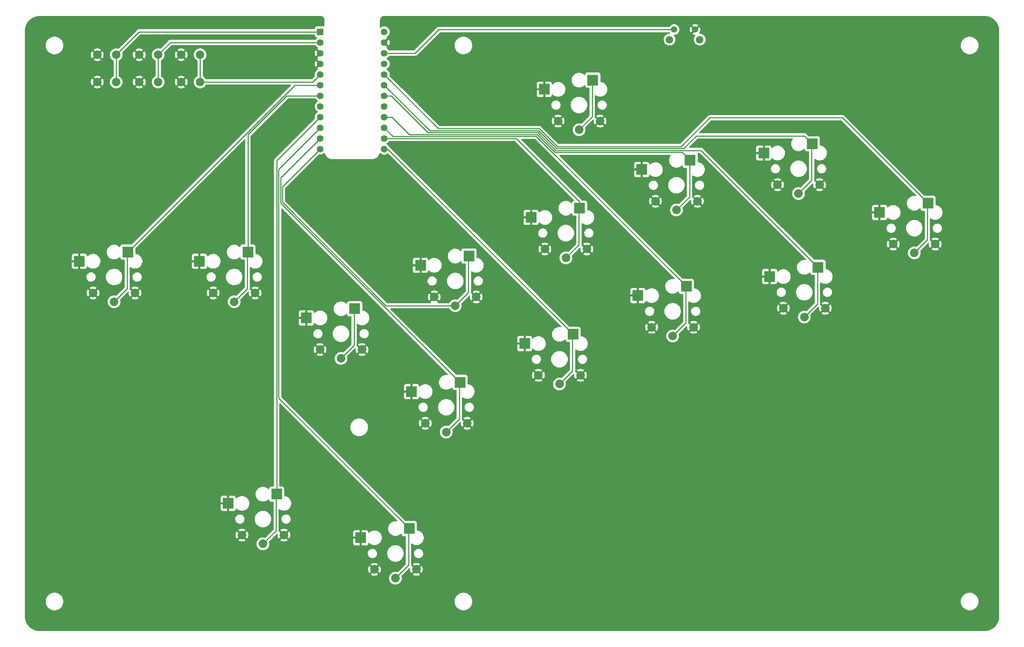
<source format=gtl>
G04 #@! TF.GenerationSoftware,KiCad,Pcbnew,7.0.9*
G04 #@! TF.CreationDate,2023-12-17T00:29:00+09:00*
G04 #@! TF.ProjectId,ergoSHIFT-rev1-kicad,6572676f-5348-4494-9654-2d726576312d,rev.1*
G04 #@! TF.SameCoordinates,Original*
G04 #@! TF.FileFunction,Copper,L1,Top*
G04 #@! TF.FilePolarity,Positive*
%FSLAX46Y46*%
G04 Gerber Fmt 4.6, Leading zero omitted, Abs format (unit mm)*
G04 Created by KiCad (PCBNEW 7.0.9) date 2023-12-17 00:29:00*
%MOMM*%
%LPD*%
G01*
G04 APERTURE LIST*
G04 #@! TA.AperFunction,ComponentPad*
%ADD10C,2.032000*%
G04 #@! TD*
G04 #@! TA.AperFunction,SMDPad,CuDef*
%ADD11R,2.600000X2.600000*%
G04 #@! TD*
G04 #@! TA.AperFunction,ComponentPad*
%ADD12C,1.524000*%
G04 #@! TD*
G04 #@! TA.AperFunction,ComponentPad*
%ADD13C,1.800000*%
G04 #@! TD*
G04 #@! TA.AperFunction,ComponentPad*
%ADD14R,1.600000X1.600000*%
G04 #@! TD*
G04 #@! TA.AperFunction,ComponentPad*
%ADD15C,1.600000*%
G04 #@! TD*
G04 #@! TA.AperFunction,ComponentPad*
%ADD16C,2.000000*%
G04 #@! TD*
G04 #@! TA.AperFunction,ViaPad*
%ADD17C,0.800000*%
G04 #@! TD*
G04 #@! TA.AperFunction,Conductor*
%ADD18C,0.254000*%
G04 #@! TD*
G04 APERTURE END LIST*
D10*
X205750000Y-96780000D03*
D11*
X209025000Y-84930000D03*
X197475000Y-87130000D03*
D10*
X200750000Y-94680000D03*
X210750000Y-94680000D03*
X182540000Y-77650000D03*
D11*
X185815000Y-65800000D03*
X174265000Y-68000000D03*
D10*
X177540000Y-75550000D03*
X187540000Y-75550000D03*
X177870000Y-138270000D03*
D11*
X181145000Y-126420000D03*
X169595000Y-128620000D03*
D10*
X172870000Y-136170000D03*
X182870000Y-136170000D03*
X236220000Y-122290000D03*
D11*
X239495000Y-110440000D03*
X227945000Y-112640000D03*
D10*
X231220000Y-120190000D03*
X241220000Y-120190000D03*
D12*
X205200000Y-53750000D03*
X210200000Y-53750000D03*
D13*
X204100000Y-56150000D03*
X211300000Y-56150000D03*
D14*
X120880000Y-54300000D03*
D15*
X120880000Y-56840000D03*
X120880000Y-59380000D03*
X120880000Y-61920000D03*
X120880000Y-64460000D03*
X120880000Y-67000000D03*
X120880000Y-69540000D03*
X120880000Y-72080000D03*
X120880000Y-74620000D03*
X120880000Y-77160000D03*
X120880000Y-79700000D03*
X120880000Y-82240000D03*
X136120000Y-82240000D03*
X136120000Y-79700000D03*
X136120000Y-77160000D03*
X136120000Y-74620000D03*
X136120000Y-72080000D03*
X136120000Y-69540000D03*
X136120000Y-67000000D03*
X136120000Y-64460000D03*
X136120000Y-61920000D03*
X136120000Y-59380000D03*
X136120000Y-56840000D03*
X136120000Y-54300000D03*
D10*
X125820000Y-132160000D03*
D11*
X129095000Y-120310000D03*
X117545000Y-122510000D03*
D10*
X120820000Y-130060000D03*
X130820000Y-130060000D03*
D16*
X82250000Y-59750000D03*
X82250000Y-66250000D03*
X77750000Y-59750000D03*
X77750000Y-66250000D03*
D10*
X262420000Y-107010000D03*
D11*
X265695000Y-95160000D03*
X254145000Y-97360000D03*
D10*
X257420000Y-104910000D03*
X267420000Y-104910000D03*
X150890000Y-149710000D03*
D11*
X154165000Y-137860000D03*
X142615000Y-140060000D03*
D10*
X145890000Y-147610000D03*
X155890000Y-147610000D03*
X153050000Y-119600000D03*
D11*
X156325000Y-107750000D03*
X144775000Y-109950000D03*
D10*
X148050000Y-117500000D03*
X158050000Y-117500000D03*
X107220000Y-176370000D03*
D11*
X110495000Y-164520000D03*
X98945000Y-166720000D03*
D10*
X102220000Y-174270000D03*
X112220000Y-174270000D03*
X179400000Y-108190000D03*
D11*
X182675000Y-96340000D03*
X171125000Y-98540000D03*
D10*
X174400000Y-106090000D03*
X184400000Y-106090000D03*
X204850000Y-126830000D03*
D11*
X208125000Y-114980000D03*
X196575000Y-117180000D03*
D10*
X199850000Y-124730000D03*
X209850000Y-124730000D03*
X138790000Y-184570000D03*
D11*
X142065000Y-172720000D03*
X130515000Y-174920000D03*
D10*
X133790000Y-182470000D03*
X143790000Y-182470000D03*
D16*
X92250000Y-59750000D03*
X92250000Y-66250000D03*
X87750000Y-59750000D03*
X87750000Y-66250000D03*
X72250000Y-59750000D03*
X72250000Y-66250000D03*
X67750000Y-59750000D03*
X67750000Y-66250000D03*
D10*
X234850000Y-92840000D03*
D11*
X238125000Y-80990000D03*
X226575000Y-83190000D03*
D10*
X229850000Y-90740000D03*
X239850000Y-90740000D03*
X100370000Y-118650000D03*
D11*
X103645000Y-106800000D03*
X92095000Y-109000000D03*
D10*
X95370000Y-116550000D03*
X105370000Y-116550000D03*
X71750000Y-118650000D03*
D11*
X75025000Y-106800000D03*
X63475000Y-109000000D03*
D10*
X66750000Y-116550000D03*
X76750000Y-116550000D03*
D17*
X179556000Y-89148000D03*
X221720000Y-185160000D03*
X160760000Y-164840000D03*
X247120000Y-190240000D03*
X64240000Y-129280000D03*
X272520000Y-185160000D03*
X150092000Y-55620000D03*
X125200000Y-190240000D03*
X117580000Y-63240000D03*
X191240000Y-154680000D03*
X231880000Y-134360000D03*
X146536000Y-94736000D03*
X113516000Y-71368000D03*
X277600000Y-149600000D03*
X170920000Y-154680000D03*
X84560000Y-73400000D03*
X196320000Y-149600000D03*
X111992000Y-152648000D03*
X277600000Y-108960000D03*
X216640000Y-68320000D03*
X94720000Y-169920000D03*
X162284000Y-81528000D03*
X59160000Y-124200000D03*
X79480000Y-88640000D03*
X64240000Y-139440000D03*
X59160000Y-73400000D03*
X202924000Y-106928000D03*
X115040000Y-58160000D03*
X135360000Y-190240000D03*
X277600000Y-139440000D03*
X78972000Y-52572000D03*
X54080000Y-149600000D03*
X221720000Y-63240000D03*
X89640000Y-175000000D03*
X267440000Y-88640000D03*
X236960000Y-58160000D03*
X201400000Y-185160000D03*
X145520000Y-190240000D03*
X99800000Y-78480000D03*
X94720000Y-129280000D03*
X205972000Y-109976000D03*
X165840000Y-169920000D03*
X116310000Y-102610000D03*
X137900000Y-124200000D03*
X99800000Y-68320000D03*
X154664000Y-81528000D03*
X94720000Y-190240000D03*
X191240000Y-144520000D03*
X143996000Y-86100000D03*
X59160000Y-53080000D03*
X272520000Y-103880000D03*
X184128000Y-88132000D03*
X160760000Y-175000000D03*
X178032000Y-121152000D03*
X267440000Y-129280000D03*
X59160000Y-185160000D03*
X277600000Y-129280000D03*
X104880000Y-58160000D03*
X160760000Y-63240000D03*
X79480000Y-68320000D03*
X201400000Y-144520000D03*
X206480000Y-139440000D03*
X196320000Y-190240000D03*
X74400000Y-190240000D03*
X151108000Y-51556000D03*
X94720000Y-83560000D03*
X105515000Y-98800000D03*
X137900000Y-86100000D03*
X118088000Y-55620000D03*
X89640000Y-98800000D03*
X175492000Y-85084000D03*
X221720000Y-144520000D03*
X233912000Y-102356000D03*
X165840000Y-149600000D03*
X115040000Y-190240000D03*
X139932000Y-121152000D03*
X165840000Y-190240000D03*
X78464000Y-55620000D03*
X196320000Y-139440000D03*
X277600000Y-169920000D03*
X206480000Y-190240000D03*
X105388000Y-79496000D03*
X129264000Y-109468000D03*
X213592000Y-77464000D03*
X272520000Y-63240000D03*
X186160000Y-149600000D03*
X54080000Y-78480000D03*
X96752000Y-55620000D03*
X170920000Y-63240000D03*
X89640000Y-78480000D03*
X74400000Y-93720000D03*
X272520000Y-144520000D03*
X84560000Y-129280000D03*
X79480000Y-134360000D03*
X59160000Y-114040000D03*
X221720000Y-134360000D03*
X257280000Y-119120000D03*
X160760000Y-185160000D03*
X188192000Y-92196000D03*
X171428000Y-81020000D03*
X247120000Y-129280000D03*
X104880000Y-129280000D03*
X221720000Y-124200000D03*
X113516000Y-93212000D03*
X277600000Y-98800000D03*
X236960000Y-139440000D03*
X272520000Y-175000000D03*
X267440000Y-58160000D03*
X131804000Y-165348000D03*
X139424000Y-81528000D03*
X74400000Y-73400000D03*
X54080000Y-169920000D03*
X109960000Y-63240000D03*
X176000000Y-149600000D03*
X59160000Y-164840000D03*
X272520000Y-93720000D03*
X54080000Y-159760000D03*
X89640000Y-164840000D03*
X252200000Y-53080000D03*
X127232000Y-154680000D03*
X160760000Y-103880000D03*
X89640000Y-88640000D03*
X89640000Y-68320000D03*
X198860000Y-103372000D03*
X112500000Y-80385000D03*
X94720000Y-139440000D03*
X226800000Y-129280000D03*
X118215000Y-71495000D03*
X112500000Y-140075000D03*
X130280000Y-185160000D03*
X108436000Y-142488000D03*
X216640000Y-139440000D03*
X262360000Y-53080000D03*
X211052000Y-81020000D03*
X181080000Y-154680000D03*
X99800000Y-98800000D03*
X277600000Y-68320000D03*
X110976000Y-55620000D03*
X272520000Y-114040000D03*
X191748000Y-95752000D03*
X99800000Y-154680000D03*
X262360000Y-83560000D03*
X225276000Y-94228000D03*
X54080000Y-108960000D03*
X137392000Y-117596000D03*
X201400000Y-63240000D03*
X277600000Y-159760000D03*
X103356000Y-55620000D03*
X84560000Y-190240000D03*
X109960000Y-68320000D03*
X54080000Y-88640000D03*
X170920000Y-185160000D03*
X165840000Y-180080000D03*
X272520000Y-124200000D03*
X164824000Y-74924000D03*
X226800000Y-139440000D03*
X99800000Y-185160000D03*
X59160000Y-154680000D03*
X74400000Y-83560000D03*
X104880000Y-139440000D03*
X262360000Y-134360000D03*
X64240000Y-180080000D03*
X59160000Y-93720000D03*
X252200000Y-185160000D03*
X252200000Y-73400000D03*
X118596000Y-146552000D03*
X195304000Y-99308000D03*
X180572000Y-84576000D03*
X231880000Y-53080000D03*
X116564000Y-112008000D03*
X205972000Y-80004000D03*
X104880000Y-73400000D03*
X272520000Y-134360000D03*
X176000000Y-159760000D03*
X54080000Y-139440000D03*
X79480000Y-78480000D03*
X116564000Y-97276000D03*
X101832000Y-82036000D03*
X105515000Y-90545000D03*
X79480000Y-185160000D03*
X226800000Y-58160000D03*
X96752000Y-52572000D03*
X252200000Y-124200000D03*
X172952000Y-120644000D03*
X226800000Y-68320000D03*
X148060000Y-128772000D03*
X223244000Y-96260000D03*
X140440000Y-53080000D03*
X99800000Y-63240000D03*
X59160000Y-144520000D03*
X196320000Y-58160000D03*
X255756000Y-88132000D03*
X248136000Y-74924000D03*
X267440000Y-190240000D03*
X250168000Y-82544000D03*
X74400000Y-129280000D03*
X231880000Y-185160000D03*
X110976000Y-52572000D03*
X150600000Y-185160000D03*
X277600000Y-180080000D03*
X54080000Y-129280000D03*
X221720000Y-53080000D03*
X112500000Y-98800000D03*
X89640000Y-185160000D03*
X84560000Y-180080000D03*
X116564000Y-89148000D03*
X144504000Y-130804000D03*
X108944000Y-152648000D03*
X257280000Y-58160000D03*
X109325000Y-98800000D03*
X216640000Y-190240000D03*
X247120000Y-58160000D03*
X69320000Y-68320000D03*
X242040000Y-185160000D03*
X247120000Y-68320000D03*
X262360000Y-124200000D03*
X277600000Y-78480000D03*
X166856000Y-114548000D03*
X94720000Y-159760000D03*
X118088000Y-52572000D03*
X272520000Y-53080000D03*
X86592000Y-55620000D03*
X104880000Y-190240000D03*
X84560000Y-139440000D03*
X242040000Y-53080000D03*
X155680000Y-180080000D03*
X69320000Y-185160000D03*
X94720000Y-58160000D03*
X54080000Y-98800000D03*
X84560000Y-93720000D03*
X244580000Y-76448000D03*
X64240000Y-190240000D03*
X150600000Y-74924000D03*
X216132000Y-89656000D03*
X156188000Y-103880000D03*
X94720000Y-180080000D03*
X86592000Y-52572000D03*
X75416000Y-53588000D03*
X176000000Y-58160000D03*
X114024000Y-114548000D03*
X277600000Y-119120000D03*
X155680000Y-169920000D03*
X123676000Y-157220000D03*
X54080000Y-58160000D03*
X199876000Y-51556000D03*
X175492000Y-51556000D03*
X230356000Y-103372000D03*
X112500000Y-107690000D03*
X89640000Y-134360000D03*
X272520000Y-73400000D03*
X165840000Y-58160000D03*
X236960000Y-68320000D03*
X211560000Y-144520000D03*
X109325000Y-90545000D03*
X111992000Y-145028000D03*
X218672000Y-87116000D03*
X120120000Y-185160000D03*
X211560000Y-63240000D03*
X196320000Y-68320000D03*
X171428000Y-114548000D03*
X233404000Y-106420000D03*
X252200000Y-134360000D03*
X54080000Y-119120000D03*
X150600000Y-63240000D03*
X186160000Y-190240000D03*
X74400000Y-139440000D03*
X104880000Y-149600000D03*
X181080000Y-185160000D03*
X176000000Y-190240000D03*
X185652000Y-51556000D03*
X126216000Y-112008000D03*
X206480000Y-68320000D03*
X267440000Y-139440000D03*
X112500000Y-122930000D03*
X59160000Y-103880000D03*
X226800000Y-190240000D03*
X109960000Y-185160000D03*
X257280000Y-190240000D03*
X272520000Y-164840000D03*
X94720000Y-73400000D03*
X54080000Y-68320000D03*
X59160000Y-83560000D03*
X140440000Y-63240000D03*
X244580000Y-72892000D03*
X99800000Y-144520000D03*
X257280000Y-139440000D03*
X165840000Y-51556000D03*
X247120000Y-139440000D03*
X155680000Y-159760000D03*
X272520000Y-154680000D03*
X257280000Y-129280000D03*
X54080000Y-180080000D03*
X99800000Y-134360000D03*
X215116000Y-72892000D03*
X262360000Y-185160000D03*
X160760000Y-154680000D03*
X147552000Y-81528000D03*
X69320000Y-134360000D03*
X74400000Y-180080000D03*
X59160000Y-134360000D03*
X152124000Y-94736000D03*
X216640000Y-129280000D03*
X184128000Y-93720000D03*
X191240000Y-84576000D03*
X186668000Y-84576000D03*
X236960000Y-190240000D03*
X242040000Y-134360000D03*
X79480000Y-98800000D03*
X186160000Y-58160000D03*
X59160000Y-63240000D03*
X211052000Y-74416000D03*
X84560000Y-83560000D03*
X94720000Y-93720000D03*
X59160000Y-175000000D03*
X165840000Y-159760000D03*
X191240000Y-185160000D03*
X277600000Y-88640000D03*
X216640000Y-58160000D03*
X103356000Y-52572000D03*
X166856000Y-81528000D03*
X257280000Y-78480000D03*
X135868000Y-163316000D03*
X211560000Y-185160000D03*
X272520000Y-83560000D03*
D18*
X120880000Y-54300000D02*
X77700000Y-54300000D01*
X77700000Y-54300000D02*
X72250000Y-59750000D01*
X72250000Y-66250000D02*
X72250000Y-59750000D01*
X82250000Y-66250000D02*
X82250000Y-59750000D01*
X120880000Y-56840000D02*
X85160000Y-56840000D01*
X85160000Y-56840000D02*
X82250000Y-59750000D01*
X92250000Y-66250000D02*
X119090000Y-66250000D01*
X119090000Y-66250000D02*
X120880000Y-64460000D01*
X92250000Y-66250000D02*
X92250000Y-59750000D01*
X74873000Y-115527000D02*
X74873000Y-106952000D01*
X71750000Y-118650000D02*
X74873000Y-115527000D01*
X120880000Y-67000000D02*
X114825000Y-67000000D01*
X74873000Y-106952000D02*
X75025000Y-106800000D01*
X114825000Y-67000000D02*
X75025000Y-106800000D01*
X103493000Y-115527000D02*
X103493000Y-106952000D01*
X103645000Y-78822052D02*
X103645000Y-106800000D01*
X100370000Y-118650000D02*
X103493000Y-115527000D01*
X103493000Y-106952000D02*
X103645000Y-106800000D01*
X112927052Y-69540000D02*
X103645000Y-78822052D01*
X120880000Y-69540000D02*
X112927052Y-69540000D01*
X128943000Y-129037000D02*
X128943000Y-120462000D01*
X125820000Y-132160000D02*
X128943000Y-129037000D01*
X128943000Y-120462000D02*
X129095000Y-120310000D01*
X110495000Y-85005000D02*
X120880000Y-74620000D01*
X107220000Y-176370000D02*
X110343000Y-173247000D01*
X110495000Y-164520000D02*
X110495000Y-85005000D01*
X110343000Y-173247000D02*
X110343000Y-164672000D01*
X110343000Y-164672000D02*
X110495000Y-164520000D01*
X110960000Y-94450000D02*
X110960000Y-87080000D01*
X110960000Y-87080000D02*
X120880000Y-77160000D01*
X141913000Y-181447000D02*
X141913000Y-172872000D01*
X138790000Y-184570000D02*
X141913000Y-181447000D01*
X110949000Y-94461000D02*
X110960000Y-94450000D01*
X110949000Y-141604000D02*
X110949000Y-94461000D01*
X141913000Y-172872000D02*
X142065000Y-172720000D01*
X142065000Y-172720000D02*
X110949000Y-141604000D01*
X156173000Y-116477000D02*
X156173000Y-107902000D01*
X111868000Y-91252000D02*
X120880000Y-82240000D01*
X136547052Y-119600000D02*
X111868000Y-94920948D01*
X156173000Y-107902000D02*
X156325000Y-107750000D01*
X153050000Y-119600000D02*
X136547052Y-119600000D01*
X111868000Y-94920948D02*
X111868000Y-91252000D01*
X153050000Y-119600000D02*
X156173000Y-116477000D01*
X182523000Y-96492000D02*
X182675000Y-96340000D01*
X179400000Y-108190000D02*
X182523000Y-105067000D01*
X182523000Y-105067000D02*
X182523000Y-96492000D01*
X167589000Y-79700000D02*
X136120000Y-79700000D01*
X182675000Y-94786000D02*
X167589000Y-79700000D01*
X182675000Y-96340000D02*
X182675000Y-94786000D01*
X176807052Y-83020000D02*
X172543052Y-78756000D01*
X208873000Y-85082000D02*
X209025000Y-84930000D01*
X207115000Y-83020000D02*
X176807052Y-83020000D01*
X137939000Y-74620000D02*
X136120000Y-74620000D01*
X208873000Y-93657000D02*
X208873000Y-85082000D01*
X172543052Y-78756000D02*
X142075000Y-78756000D01*
X205750000Y-96780000D02*
X208873000Y-93657000D01*
X142075000Y-78756000D02*
X137939000Y-74620000D01*
X209025000Y-84930000D02*
X207115000Y-83020000D01*
X234850000Y-92840000D02*
X237973000Y-89717000D01*
X238125000Y-80990000D02*
X236248000Y-79113000D01*
X177183156Y-82112000D02*
X172919156Y-77848000D01*
X236248000Y-79113000D02*
X210479000Y-79113000D01*
X146968000Y-77848000D02*
X136120000Y-67000000D01*
X237973000Y-89717000D02*
X237973000Y-81142000D01*
X237973000Y-81142000D02*
X238125000Y-80990000D01*
X210479000Y-79113000D02*
X207480000Y-82112000D01*
X172919156Y-77848000D02*
X146968000Y-77848000D01*
X207480000Y-82112000D02*
X177183156Y-82112000D01*
X262420000Y-107010000D02*
X265543000Y-103887000D01*
X173107208Y-77394000D02*
X149054000Y-77394000D01*
X265543000Y-95312000D02*
X265695000Y-95160000D01*
X245300000Y-74765000D02*
X213738000Y-74765000D01*
X177371208Y-81658000D02*
X173107208Y-77394000D01*
X265543000Y-103887000D02*
X265543000Y-95312000D01*
X265695000Y-95160000D02*
X245300000Y-74765000D01*
X206845000Y-81658000D02*
X177371208Y-81658000D01*
X149054000Y-77394000D02*
X136120000Y-64460000D01*
X213738000Y-74765000D02*
X206845000Y-81658000D01*
X185663000Y-74527000D02*
X185663000Y-65952000D01*
X182540000Y-77650000D02*
X185663000Y-74527000D01*
X185663000Y-65952000D02*
X185815000Y-65800000D01*
X111414000Y-95109000D02*
X111414000Y-89166000D01*
X154165000Y-137860000D02*
X111414000Y-95109000D01*
X111414000Y-89166000D02*
X120880000Y-79700000D01*
X154013000Y-146587000D02*
X154013000Y-138012000D01*
X154013000Y-138012000D02*
X154165000Y-137860000D01*
X150890000Y-149710000D02*
X154013000Y-146587000D01*
X177870000Y-138270000D02*
X180993000Y-135147000D01*
X180993000Y-135147000D02*
X180993000Y-126572000D01*
X180993000Y-126572000D02*
X181145000Y-126420000D01*
X181145000Y-126420000D02*
X136965000Y-82240000D01*
X136965000Y-82240000D02*
X136120000Y-82240000D01*
X136120000Y-83000000D02*
X136120000Y-82240000D01*
X138170000Y-79210000D02*
X136120000Y-77160000D01*
X207973000Y-123707000D02*
X207973000Y-115132000D01*
X208125000Y-114980000D02*
X172355000Y-79210000D01*
X207973000Y-115132000D02*
X208125000Y-114980000D01*
X172355000Y-79210000D02*
X138170000Y-79210000D01*
X204850000Y-126830000D02*
X207973000Y-123707000D01*
X239343000Y-110592000D02*
X239495000Y-110440000D01*
X176995104Y-82566000D02*
X211621000Y-82566000D01*
X136120000Y-69540000D02*
X137758000Y-69540000D01*
X172731104Y-78302000D02*
X176995104Y-82566000D01*
X211621000Y-82566000D02*
X239495000Y-110440000D01*
X137758000Y-69540000D02*
X146520000Y-78302000D01*
X236220000Y-122290000D02*
X239343000Y-119167000D01*
X146520000Y-78302000D02*
X172731104Y-78302000D01*
X239343000Y-119167000D02*
X239343000Y-110592000D01*
X149120000Y-53750000D02*
X143490000Y-59380000D01*
X205200000Y-53750000D02*
X149120000Y-53750000D01*
X143490000Y-59380000D02*
X136120000Y-59380000D01*
G04 #@! TA.AperFunction,Conductor*
G36*
X120902695Y-50500735D02*
G01*
X121062755Y-50514739D01*
X121084035Y-50518491D01*
X121201188Y-50549882D01*
X121231369Y-50557969D01*
X121251681Y-50565362D01*
X121389915Y-50629822D01*
X121408633Y-50640629D01*
X121533582Y-50728119D01*
X121550140Y-50742013D01*
X121657986Y-50849859D01*
X121671880Y-50866417D01*
X121759370Y-50991366D01*
X121770177Y-51010084D01*
X121834637Y-51148318D01*
X121842030Y-51168630D01*
X121881507Y-51315961D01*
X121885260Y-51337246D01*
X121899264Y-51497301D01*
X121899500Y-51502707D01*
X121899500Y-52879906D01*
X121879815Y-52946945D01*
X121827011Y-52992700D01*
X121762247Y-53003195D01*
X121727873Y-52999500D01*
X121727865Y-52999500D01*
X120032129Y-52999500D01*
X120032123Y-52999501D01*
X119972516Y-53005908D01*
X119837671Y-53056202D01*
X119837664Y-53056206D01*
X119722455Y-53142452D01*
X119722452Y-53142455D01*
X119636206Y-53257664D01*
X119636202Y-53257671D01*
X119585908Y-53392517D01*
X119579501Y-53452116D01*
X119579500Y-53452135D01*
X119579500Y-53548500D01*
X119559815Y-53615539D01*
X119507011Y-53661294D01*
X119455500Y-53672500D01*
X77782967Y-53672500D01*
X77767318Y-53670772D01*
X77767292Y-53671054D01*
X77759524Y-53670319D01*
X77690140Y-53672500D01*
X77660522Y-53672500D01*
X77653618Y-53673371D01*
X77647800Y-53673829D01*
X77601057Y-53675298D01*
X77581713Y-53680918D01*
X77562669Y-53684862D01*
X77559709Y-53685235D01*
X77542707Y-53687384D01*
X77542703Y-53687385D01*
X77542700Y-53687386D01*
X77499235Y-53704594D01*
X77493710Y-53706485D01*
X77448809Y-53719531D01*
X77448806Y-53719533D01*
X77431480Y-53729779D01*
X77414010Y-53738337D01*
X77395298Y-53745745D01*
X77357463Y-53773233D01*
X77352580Y-53776440D01*
X77312346Y-53800234D01*
X77298106Y-53814474D01*
X77283320Y-53827102D01*
X77267033Y-53838936D01*
X77267032Y-53838936D01*
X77237227Y-53874963D01*
X77233295Y-53879285D01*
X72825123Y-58287456D01*
X72763800Y-58320941D01*
X72697180Y-58317057D01*
X72619613Y-58290428D01*
X72374335Y-58249500D01*
X72125665Y-58249500D01*
X71880383Y-58290429D01*
X71645197Y-58371169D01*
X71645188Y-58371172D01*
X71426493Y-58489524D01*
X71230257Y-58642261D01*
X71061833Y-58825217D01*
X70925826Y-59033393D01*
X70825936Y-59261118D01*
X70764892Y-59502175D01*
X70764890Y-59502187D01*
X70744357Y-59749994D01*
X70744357Y-59750005D01*
X70764890Y-59997812D01*
X70764892Y-59997824D01*
X70825936Y-60238881D01*
X70925826Y-60466606D01*
X71061833Y-60674782D01*
X71061836Y-60674785D01*
X71230256Y-60857738D01*
X71352764Y-60953090D01*
X71426488Y-61010472D01*
X71426492Y-61010475D01*
X71515968Y-61058896D01*
X71556550Y-61080858D01*
X71557517Y-61081381D01*
X71607108Y-61130600D01*
X71622500Y-61190436D01*
X71622500Y-64809562D01*
X71602815Y-64876601D01*
X71557518Y-64918616D01*
X71426501Y-64989519D01*
X71426494Y-64989523D01*
X71230257Y-65142261D01*
X71061833Y-65325217D01*
X70925826Y-65533393D01*
X70825936Y-65761118D01*
X70764892Y-66002175D01*
X70764890Y-66002187D01*
X70744357Y-66249994D01*
X70744357Y-66250005D01*
X70764890Y-66497812D01*
X70764892Y-66497824D01*
X70825936Y-66738881D01*
X70925826Y-66966606D01*
X71061833Y-67174782D01*
X71061836Y-67174785D01*
X71230256Y-67357738D01*
X71426491Y-67510474D01*
X71426493Y-67510475D01*
X71644332Y-67628364D01*
X71645190Y-67628828D01*
X71773821Y-67672987D01*
X71878964Y-67709083D01*
X71880386Y-67709571D01*
X72125665Y-67750500D01*
X72374335Y-67750500D01*
X72619614Y-67709571D01*
X72854810Y-67628828D01*
X73073509Y-67510474D01*
X73269744Y-67357738D01*
X73438164Y-67174785D01*
X73574173Y-66966607D01*
X73674063Y-66738881D01*
X73735108Y-66497821D01*
X73738415Y-66457913D01*
X73755643Y-66250005D01*
X76244859Y-66250005D01*
X76265385Y-66497729D01*
X76265387Y-66497738D01*
X76326412Y-66738717D01*
X76426266Y-66966364D01*
X76526564Y-67119882D01*
X77224070Y-66422376D01*
X77226884Y-66435915D01*
X77296442Y-66570156D01*
X77399638Y-66680652D01*
X77528819Y-66759209D01*
X77580002Y-66773549D01*
X76879942Y-67473609D01*
X76926768Y-67510055D01*
X76926770Y-67510056D01*
X77145385Y-67628364D01*
X77145396Y-67628369D01*
X77380506Y-67709083D01*
X77625707Y-67750000D01*
X77874293Y-67750000D01*
X78119493Y-67709083D01*
X78354603Y-67628369D01*
X78354614Y-67628364D01*
X78573228Y-67510057D01*
X78573231Y-67510055D01*
X78620056Y-67473609D01*
X77921568Y-66775121D01*
X78038458Y-66724349D01*
X78155739Y-66628934D01*
X78242928Y-66505415D01*
X78273354Y-66419802D01*
X78973434Y-67119882D01*
X79073731Y-66966369D01*
X79173587Y-66738717D01*
X79234612Y-66497738D01*
X79234614Y-66497729D01*
X79255141Y-66250005D01*
X79255141Y-66249994D01*
X79234614Y-66002270D01*
X79234612Y-66002261D01*
X79173587Y-65761282D01*
X79073731Y-65533630D01*
X78973434Y-65380116D01*
X78275929Y-66077622D01*
X78273116Y-66064085D01*
X78203558Y-65929844D01*
X78100362Y-65819348D01*
X77971181Y-65740791D01*
X77919997Y-65726450D01*
X78620057Y-65026390D01*
X78620056Y-65026389D01*
X78573229Y-64989943D01*
X78354614Y-64871635D01*
X78354603Y-64871630D01*
X78119493Y-64790916D01*
X77874293Y-64750000D01*
X77625707Y-64750000D01*
X77380506Y-64790916D01*
X77145396Y-64871630D01*
X77145390Y-64871632D01*
X76926761Y-64989949D01*
X76879942Y-65026388D01*
X76879942Y-65026390D01*
X77578431Y-65724878D01*
X77461542Y-65775651D01*
X77344261Y-65871066D01*
X77257072Y-65994585D01*
X77226645Y-66080197D01*
X76526564Y-65380116D01*
X76426267Y-65533632D01*
X76326412Y-65761282D01*
X76265387Y-66002261D01*
X76265385Y-66002270D01*
X76244859Y-66249994D01*
X76244859Y-66250005D01*
X73755643Y-66250005D01*
X73755643Y-66249994D01*
X73735109Y-66002187D01*
X73735107Y-66002175D01*
X73674063Y-65761118D01*
X73574173Y-65533393D01*
X73438166Y-65325217D01*
X73388583Y-65271356D01*
X73269744Y-65142262D01*
X73073509Y-64989526D01*
X73073508Y-64989525D01*
X73073505Y-64989523D01*
X73073498Y-64989519D01*
X72942482Y-64918616D01*
X72892892Y-64869397D01*
X72877500Y-64809562D01*
X72877500Y-61190436D01*
X72897185Y-61123397D01*
X72942483Y-61081381D01*
X72943450Y-61080858D01*
X73073509Y-61010474D01*
X73269744Y-60857738D01*
X73438164Y-60674785D01*
X73574173Y-60466607D01*
X73674063Y-60238881D01*
X73735108Y-59997821D01*
X73735229Y-59996360D01*
X73755643Y-59750005D01*
X76244859Y-59750005D01*
X76265385Y-59997729D01*
X76265387Y-59997738D01*
X76326412Y-60238717D01*
X76426266Y-60466364D01*
X76526564Y-60619882D01*
X77224070Y-59922376D01*
X77226884Y-59935915D01*
X77296442Y-60070156D01*
X77399638Y-60180652D01*
X77528819Y-60259209D01*
X77580002Y-60273549D01*
X76879942Y-60973609D01*
X76926768Y-61010055D01*
X76926770Y-61010056D01*
X77145385Y-61128364D01*
X77145396Y-61128369D01*
X77380506Y-61209083D01*
X77625707Y-61250000D01*
X77874293Y-61250000D01*
X78119493Y-61209083D01*
X78354603Y-61128369D01*
X78354614Y-61128364D01*
X78573228Y-61010057D01*
X78573231Y-61010055D01*
X78620056Y-60973609D01*
X77921568Y-60275121D01*
X78038458Y-60224349D01*
X78155739Y-60128934D01*
X78242928Y-60005415D01*
X78273354Y-59919802D01*
X78973434Y-60619882D01*
X79073731Y-60466369D01*
X79173587Y-60238717D01*
X79234612Y-59997738D01*
X79234614Y-59997729D01*
X79255141Y-59750005D01*
X79255141Y-59749994D01*
X79234614Y-59502270D01*
X79234612Y-59502261D01*
X79173587Y-59261282D01*
X79073731Y-59033630D01*
X78973434Y-58880116D01*
X78275929Y-59577622D01*
X78273116Y-59564085D01*
X78203558Y-59429844D01*
X78100362Y-59319348D01*
X77971181Y-59240791D01*
X77919997Y-59226450D01*
X78620057Y-58526390D01*
X78620056Y-58526389D01*
X78573229Y-58489943D01*
X78354614Y-58371635D01*
X78354603Y-58371630D01*
X78119493Y-58290916D01*
X77874293Y-58250000D01*
X77625707Y-58250000D01*
X77380506Y-58290916D01*
X77145396Y-58371630D01*
X77145390Y-58371632D01*
X76926761Y-58489949D01*
X76879942Y-58526388D01*
X76879942Y-58526390D01*
X77578431Y-59224878D01*
X77461542Y-59275651D01*
X77344261Y-59371066D01*
X77257072Y-59494585D01*
X77226645Y-59580197D01*
X76526564Y-58880116D01*
X76426267Y-59033632D01*
X76326412Y-59261282D01*
X76265387Y-59502261D01*
X76265385Y-59502270D01*
X76244859Y-59749994D01*
X76244859Y-59750005D01*
X73755643Y-59750005D01*
X73755643Y-59749994D01*
X73735109Y-59502187D01*
X73735108Y-59502184D01*
X73735108Y-59502179D01*
X73681707Y-59291304D01*
X73684332Y-59221486D01*
X73714230Y-59173187D01*
X77923600Y-54963819D01*
X77984923Y-54930334D01*
X78011281Y-54927500D01*
X119455501Y-54927500D01*
X119522540Y-54947185D01*
X119568295Y-54999989D01*
X119579501Y-55051500D01*
X119579501Y-55147876D01*
X119585908Y-55207483D01*
X119636202Y-55342328D01*
X119636206Y-55342335D01*
X119722452Y-55457544D01*
X119722455Y-55457547D01*
X119837664Y-55543793D01*
X119837671Y-55543797D01*
X119860499Y-55552311D01*
X119972517Y-55594091D01*
X120007596Y-55597862D01*
X120072144Y-55624599D01*
X120111993Y-55681991D01*
X120114488Y-55751816D01*
X120078836Y-55811905D01*
X120065464Y-55822725D01*
X120040858Y-55839954D01*
X119879954Y-56000858D01*
X119800365Y-56114526D01*
X119775522Y-56150006D01*
X119768788Y-56159623D01*
X119714212Y-56203248D01*
X119667213Y-56212500D01*
X85242965Y-56212500D01*
X85227314Y-56210772D01*
X85227288Y-56211054D01*
X85219525Y-56210319D01*
X85150154Y-56212500D01*
X85120521Y-56212500D01*
X85113607Y-56213373D01*
X85107790Y-56213830D01*
X85061058Y-56215299D01*
X85061054Y-56215300D01*
X85041722Y-56220916D01*
X85022682Y-56224859D01*
X85002708Y-56227383D01*
X85002701Y-56227385D01*
X84959239Y-56244592D01*
X84953712Y-56246485D01*
X84908809Y-56259531D01*
X84908808Y-56259531D01*
X84891474Y-56269782D01*
X84874012Y-56278336D01*
X84855300Y-56285745D01*
X84855295Y-56285748D01*
X84817473Y-56313226D01*
X84812591Y-56316433D01*
X84772341Y-56340238D01*
X84758107Y-56354472D01*
X84743318Y-56367104D01*
X84727032Y-56378937D01*
X84697227Y-56414963D01*
X84693295Y-56419285D01*
X82825123Y-58287456D01*
X82763800Y-58320941D01*
X82697180Y-58317057D01*
X82619613Y-58290428D01*
X82374335Y-58249500D01*
X82125665Y-58249500D01*
X81880383Y-58290429D01*
X81645197Y-58371169D01*
X81645188Y-58371172D01*
X81426493Y-58489524D01*
X81230257Y-58642261D01*
X81061833Y-58825217D01*
X80925826Y-59033393D01*
X80825936Y-59261118D01*
X80764892Y-59502175D01*
X80764890Y-59502187D01*
X80744357Y-59749994D01*
X80744357Y-59750005D01*
X80764890Y-59997812D01*
X80764892Y-59997824D01*
X80825936Y-60238881D01*
X80925826Y-60466606D01*
X81061833Y-60674782D01*
X81061836Y-60674785D01*
X81230256Y-60857738D01*
X81352764Y-60953090D01*
X81426488Y-61010472D01*
X81426492Y-61010475D01*
X81515968Y-61058896D01*
X81556550Y-61080858D01*
X81557517Y-61081381D01*
X81607108Y-61130600D01*
X81622500Y-61190436D01*
X81622500Y-64809562D01*
X81602815Y-64876601D01*
X81557518Y-64918616D01*
X81426501Y-64989519D01*
X81426494Y-64989523D01*
X81230257Y-65142261D01*
X81061833Y-65325217D01*
X80925826Y-65533393D01*
X80825936Y-65761118D01*
X80764892Y-66002175D01*
X80764890Y-66002187D01*
X80744357Y-66249994D01*
X80744357Y-66250005D01*
X80764890Y-66497812D01*
X80764892Y-66497824D01*
X80825936Y-66738881D01*
X80925826Y-66966606D01*
X81061833Y-67174782D01*
X81061836Y-67174785D01*
X81230256Y-67357738D01*
X81426491Y-67510474D01*
X81426493Y-67510475D01*
X81644332Y-67628364D01*
X81645190Y-67628828D01*
X81773821Y-67672987D01*
X81878964Y-67709083D01*
X81880386Y-67709571D01*
X82125665Y-67750500D01*
X82374335Y-67750500D01*
X82619614Y-67709571D01*
X82854810Y-67628828D01*
X83073509Y-67510474D01*
X83269744Y-67357738D01*
X83438164Y-67174785D01*
X83574173Y-66966607D01*
X83674063Y-66738881D01*
X83735108Y-66497821D01*
X83738415Y-66457913D01*
X83755643Y-66250005D01*
X86244859Y-66250005D01*
X86265385Y-66497729D01*
X86265387Y-66497738D01*
X86326412Y-66738717D01*
X86426266Y-66966364D01*
X86526564Y-67119882D01*
X87224070Y-66422376D01*
X87226884Y-66435915D01*
X87296442Y-66570156D01*
X87399638Y-66680652D01*
X87528819Y-66759209D01*
X87580002Y-66773549D01*
X86879942Y-67473609D01*
X86926768Y-67510055D01*
X86926770Y-67510056D01*
X87145385Y-67628364D01*
X87145396Y-67628369D01*
X87380506Y-67709083D01*
X87625707Y-67750000D01*
X87874293Y-67750000D01*
X88119493Y-67709083D01*
X88354603Y-67628369D01*
X88354614Y-67628364D01*
X88573228Y-67510057D01*
X88573231Y-67510055D01*
X88620056Y-67473609D01*
X87921568Y-66775121D01*
X88038458Y-66724349D01*
X88155739Y-66628934D01*
X88242928Y-66505415D01*
X88273354Y-66419802D01*
X88973434Y-67119882D01*
X89073731Y-66966369D01*
X89173587Y-66738717D01*
X89234612Y-66497738D01*
X89234614Y-66497729D01*
X89255141Y-66250005D01*
X89255141Y-66249994D01*
X89234614Y-66002270D01*
X89234612Y-66002261D01*
X89173587Y-65761282D01*
X89073731Y-65533630D01*
X88973434Y-65380116D01*
X88275929Y-66077622D01*
X88273116Y-66064085D01*
X88203558Y-65929844D01*
X88100362Y-65819348D01*
X87971181Y-65740791D01*
X87919997Y-65726450D01*
X88620057Y-65026390D01*
X88620056Y-65026389D01*
X88573229Y-64989943D01*
X88354614Y-64871635D01*
X88354603Y-64871630D01*
X88119493Y-64790916D01*
X87874293Y-64750000D01*
X87625707Y-64750000D01*
X87380506Y-64790916D01*
X87145396Y-64871630D01*
X87145390Y-64871632D01*
X86926761Y-64989949D01*
X86879942Y-65026388D01*
X86879942Y-65026390D01*
X87578431Y-65724878D01*
X87461542Y-65775651D01*
X87344261Y-65871066D01*
X87257072Y-65994585D01*
X87226645Y-66080197D01*
X86526564Y-65380116D01*
X86426267Y-65533632D01*
X86326412Y-65761282D01*
X86265387Y-66002261D01*
X86265385Y-66002270D01*
X86244859Y-66249994D01*
X86244859Y-66250005D01*
X83755643Y-66250005D01*
X83755643Y-66249994D01*
X83735109Y-66002187D01*
X83735107Y-66002175D01*
X83674063Y-65761118D01*
X83574173Y-65533393D01*
X83438166Y-65325217D01*
X83388583Y-65271356D01*
X83269744Y-65142262D01*
X83073509Y-64989526D01*
X83073508Y-64989525D01*
X83073505Y-64989523D01*
X83073498Y-64989519D01*
X82942482Y-64918616D01*
X82892892Y-64869397D01*
X82877500Y-64809562D01*
X82877500Y-61190436D01*
X82897185Y-61123397D01*
X82942483Y-61081381D01*
X82943450Y-61080858D01*
X83073509Y-61010474D01*
X83269744Y-60857738D01*
X83438164Y-60674785D01*
X83574173Y-60466607D01*
X83674063Y-60238881D01*
X83735108Y-59997821D01*
X83735229Y-59996360D01*
X83755643Y-59750005D01*
X86244859Y-59750005D01*
X86265385Y-59997729D01*
X86265387Y-59997738D01*
X86326412Y-60238717D01*
X86426266Y-60466364D01*
X86526564Y-60619882D01*
X87224070Y-59922376D01*
X87226884Y-59935915D01*
X87296442Y-60070156D01*
X87399638Y-60180652D01*
X87528819Y-60259209D01*
X87580002Y-60273549D01*
X86879942Y-60973609D01*
X86926768Y-61010055D01*
X86926770Y-61010056D01*
X87145385Y-61128364D01*
X87145396Y-61128369D01*
X87380506Y-61209083D01*
X87625707Y-61250000D01*
X87874293Y-61250000D01*
X88119493Y-61209083D01*
X88354603Y-61128369D01*
X88354614Y-61128364D01*
X88573228Y-61010057D01*
X88573231Y-61010055D01*
X88620056Y-60973609D01*
X87921568Y-60275121D01*
X88038458Y-60224349D01*
X88155739Y-60128934D01*
X88242928Y-60005415D01*
X88273354Y-59919802D01*
X88973434Y-60619882D01*
X89073731Y-60466369D01*
X89173587Y-60238717D01*
X89234612Y-59997738D01*
X89234614Y-59997729D01*
X89255141Y-59750005D01*
X89255141Y-59749994D01*
X89234614Y-59502270D01*
X89234612Y-59502261D01*
X89173587Y-59261282D01*
X89073731Y-59033630D01*
X88973434Y-58880116D01*
X88275929Y-59577622D01*
X88273116Y-59564085D01*
X88203558Y-59429844D01*
X88100362Y-59319348D01*
X87971181Y-59240791D01*
X87919997Y-59226450D01*
X88620057Y-58526390D01*
X88620056Y-58526389D01*
X88573229Y-58489943D01*
X88354614Y-58371635D01*
X88354603Y-58371630D01*
X88119493Y-58290916D01*
X87874293Y-58250000D01*
X87625707Y-58250000D01*
X87380506Y-58290916D01*
X87145396Y-58371630D01*
X87145390Y-58371632D01*
X86926761Y-58489949D01*
X86879942Y-58526388D01*
X86879942Y-58526390D01*
X87578431Y-59224878D01*
X87461542Y-59275651D01*
X87344261Y-59371066D01*
X87257072Y-59494585D01*
X87226645Y-59580197D01*
X86526564Y-58880116D01*
X86426267Y-59033632D01*
X86326412Y-59261282D01*
X86265387Y-59502261D01*
X86265385Y-59502270D01*
X86244859Y-59749994D01*
X86244859Y-59750005D01*
X83755643Y-59750005D01*
X83755643Y-59749994D01*
X83735109Y-59502187D01*
X83735108Y-59502184D01*
X83735108Y-59502179D01*
X83681707Y-59291304D01*
X83684332Y-59221486D01*
X83714230Y-59173187D01*
X85383600Y-57503819D01*
X85444923Y-57470334D01*
X85471281Y-57467500D01*
X119667213Y-57467500D01*
X119734252Y-57487185D01*
X119768788Y-57520377D01*
X119879954Y-57679141D01*
X120040858Y-57840045D01*
X120040861Y-57840047D01*
X120227266Y-57970568D01*
X120285865Y-57997893D01*
X120338305Y-58044065D01*
X120357457Y-58111258D01*
X120337242Y-58178139D01*
X120285867Y-58222657D01*
X120227511Y-58249869D01*
X120154526Y-58300973D01*
X120708431Y-58854878D01*
X120591542Y-58905651D01*
X120474261Y-59001066D01*
X120387072Y-59124585D01*
X120356645Y-59210198D01*
X119800973Y-58654526D01*
X119800972Y-58654527D01*
X119749868Y-58727513D01*
X119653734Y-58933673D01*
X119653730Y-58933682D01*
X119594860Y-59153389D01*
X119594858Y-59153400D01*
X119575034Y-59379997D01*
X119575034Y-59380002D01*
X119594858Y-59606599D01*
X119594860Y-59606610D01*
X119653730Y-59826317D01*
X119653734Y-59826326D01*
X119749865Y-60032481D01*
X119749866Y-60032483D01*
X119800973Y-60105471D01*
X119800974Y-60105472D01*
X120354070Y-59552375D01*
X120356884Y-59565915D01*
X120426442Y-59700156D01*
X120529638Y-59810652D01*
X120658819Y-59889209D01*
X120710001Y-59903549D01*
X120154526Y-60459025D01*
X120154526Y-60459026D01*
X120227512Y-60510131D01*
X120227516Y-60510133D01*
X120286457Y-60537618D01*
X120338896Y-60583790D01*
X120358048Y-60650984D01*
X120337832Y-60717865D01*
X120286457Y-60762382D01*
X120227513Y-60789868D01*
X120154526Y-60840973D01*
X120708431Y-61394878D01*
X120591542Y-61445651D01*
X120474261Y-61541066D01*
X120387072Y-61664585D01*
X120356645Y-61750198D01*
X119800973Y-61194526D01*
X119800972Y-61194527D01*
X119749868Y-61267513D01*
X119653734Y-61473673D01*
X119653730Y-61473682D01*
X119594860Y-61693389D01*
X119594858Y-61693400D01*
X119575034Y-61919997D01*
X119575034Y-61920002D01*
X119594858Y-62146599D01*
X119594860Y-62146610D01*
X119653730Y-62366317D01*
X119653734Y-62366326D01*
X119749865Y-62572481D01*
X119749866Y-62572483D01*
X119800973Y-62645471D01*
X119800974Y-62645472D01*
X120354070Y-62092375D01*
X120356884Y-62105915D01*
X120426442Y-62240156D01*
X120529638Y-62350652D01*
X120658819Y-62429209D01*
X120710001Y-62443549D01*
X120154526Y-62999025D01*
X120154526Y-62999026D01*
X120227512Y-63050131D01*
X120227520Y-63050135D01*
X120285865Y-63077342D01*
X120338305Y-63123514D01*
X120357457Y-63190707D01*
X120337242Y-63257589D01*
X120285867Y-63302105D01*
X120227268Y-63329431D01*
X120227264Y-63329433D01*
X120040858Y-63459954D01*
X119879954Y-63620858D01*
X119749432Y-63807265D01*
X119749431Y-63807267D01*
X119653261Y-64013502D01*
X119653258Y-64013511D01*
X119594366Y-64233302D01*
X119594364Y-64233313D01*
X119574532Y-64459998D01*
X119574532Y-64460001D01*
X119594364Y-64686686D01*
X119594365Y-64686694D01*
X119599410Y-64705520D01*
X119611328Y-64750000D01*
X119612083Y-64752815D01*
X119610420Y-64822665D01*
X119579989Y-64872590D01*
X118866400Y-65586181D01*
X118805077Y-65619666D01*
X118778719Y-65622500D01*
X93694272Y-65622500D01*
X93627233Y-65602815D01*
X93581478Y-65550011D01*
X93580715Y-65548308D01*
X93574173Y-65533393D01*
X93493149Y-65409376D01*
X93438166Y-65325217D01*
X93388583Y-65271356D01*
X93269744Y-65142262D01*
X93073509Y-64989526D01*
X93073508Y-64989525D01*
X93073505Y-64989523D01*
X93073498Y-64989519D01*
X92942482Y-64918616D01*
X92892892Y-64869397D01*
X92877500Y-64809562D01*
X92877500Y-61190436D01*
X92897185Y-61123397D01*
X92942483Y-61081381D01*
X92943450Y-61080858D01*
X93073509Y-61010474D01*
X93269744Y-60857738D01*
X93438164Y-60674785D01*
X93574173Y-60466607D01*
X93674063Y-60238881D01*
X93735108Y-59997821D01*
X93735229Y-59996360D01*
X93755643Y-59750005D01*
X93755643Y-59749994D01*
X93735109Y-59502187D01*
X93735107Y-59502178D01*
X93708333Y-59396447D01*
X93674063Y-59261118D01*
X93574173Y-59033393D01*
X93438166Y-58825217D01*
X93368616Y-58749666D01*
X93269744Y-58642262D01*
X93073509Y-58489526D01*
X93073507Y-58489525D01*
X93073506Y-58489524D01*
X92854811Y-58371172D01*
X92854802Y-58371169D01*
X92619616Y-58290429D01*
X92374335Y-58249500D01*
X92125665Y-58249500D01*
X91880383Y-58290429D01*
X91645197Y-58371169D01*
X91645188Y-58371172D01*
X91426493Y-58489524D01*
X91230257Y-58642261D01*
X91061833Y-58825217D01*
X90925826Y-59033393D01*
X90825936Y-59261118D01*
X90764892Y-59502175D01*
X90764890Y-59502187D01*
X90744357Y-59749994D01*
X90744357Y-59750005D01*
X90764890Y-59997812D01*
X90764892Y-59997824D01*
X90825936Y-60238881D01*
X90925826Y-60466606D01*
X91061833Y-60674782D01*
X91061836Y-60674785D01*
X91230256Y-60857738D01*
X91352764Y-60953090D01*
X91426488Y-61010472D01*
X91426492Y-61010475D01*
X91515968Y-61058896D01*
X91556550Y-61080858D01*
X91557517Y-61081381D01*
X91607108Y-61130600D01*
X91622500Y-61190436D01*
X91622500Y-64809562D01*
X91602815Y-64876601D01*
X91557518Y-64918616D01*
X91426501Y-64989519D01*
X91426494Y-64989523D01*
X91230257Y-65142261D01*
X91061833Y-65325217D01*
X90925826Y-65533393D01*
X90825936Y-65761118D01*
X90764892Y-66002175D01*
X90764890Y-66002187D01*
X90744357Y-66249994D01*
X90744357Y-66250005D01*
X90764890Y-66497812D01*
X90764892Y-66497824D01*
X90825936Y-66738881D01*
X90925826Y-66966606D01*
X91061833Y-67174782D01*
X91061836Y-67174785D01*
X91230256Y-67357738D01*
X91426491Y-67510474D01*
X91426493Y-67510475D01*
X91644332Y-67628364D01*
X91645190Y-67628828D01*
X91773821Y-67672987D01*
X91878964Y-67709083D01*
X91880386Y-67709571D01*
X92125665Y-67750500D01*
X92374335Y-67750500D01*
X92619614Y-67709571D01*
X92854810Y-67628828D01*
X93073509Y-67510474D01*
X93269744Y-67357738D01*
X93438164Y-67174785D01*
X93574173Y-66966607D01*
X93580715Y-66951691D01*
X93625670Y-66898205D01*
X93692406Y-66877514D01*
X93694272Y-66877500D01*
X113760719Y-66877500D01*
X113827758Y-66897185D01*
X113873513Y-66949989D01*
X113883457Y-67019147D01*
X113854432Y-67082703D01*
X113848400Y-67089181D01*
X75974398Y-104963181D01*
X75913075Y-104996666D01*
X75886717Y-104999500D01*
X73677129Y-104999500D01*
X73677123Y-104999501D01*
X73617516Y-105005908D01*
X73482671Y-105056202D01*
X73482664Y-105056206D01*
X73367455Y-105142452D01*
X73367452Y-105142455D01*
X73281206Y-105257664D01*
X73281202Y-105257671D01*
X73230908Y-105392517D01*
X73225936Y-105438767D01*
X73224501Y-105452123D01*
X73224500Y-105452135D01*
X73224500Y-105499575D01*
X73204815Y-105566614D01*
X73152011Y-105612369D01*
X73082853Y-105622313D01*
X73019297Y-105593288D01*
X73009602Y-105583916D01*
X72943990Y-105513203D01*
X72943987Y-105513200D01*
X72943981Y-105513195D01*
X72738857Y-105349614D01*
X72511643Y-105218432D01*
X72267416Y-105122580D01*
X72267411Y-105122578D01*
X72267402Y-105122576D01*
X72049818Y-105072914D01*
X72011630Y-105064198D01*
X72011629Y-105064197D01*
X72011625Y-105064197D01*
X72011620Y-105064196D01*
X71815500Y-105049500D01*
X71815494Y-105049500D01*
X71684506Y-105049500D01*
X71684500Y-105049500D01*
X71488379Y-105064196D01*
X71488374Y-105064197D01*
X71232597Y-105122576D01*
X71232578Y-105122582D01*
X70988356Y-105218432D01*
X70761143Y-105349614D01*
X70556014Y-105513198D01*
X70377567Y-105705520D01*
X70229768Y-105922302D01*
X70229767Y-105922303D01*
X70115938Y-106158673D01*
X70038606Y-106409376D01*
X70038605Y-106409381D01*
X70038604Y-106409385D01*
X70025250Y-106497981D01*
X69999500Y-106668815D01*
X69999500Y-106931187D01*
X70011380Y-107010000D01*
X70038604Y-107190615D01*
X70038605Y-107190617D01*
X70038606Y-107190623D01*
X70115938Y-107441326D01*
X70229767Y-107677696D01*
X70229768Y-107677697D01*
X70229770Y-107677700D01*
X70229772Y-107677704D01*
X70275499Y-107744773D01*
X70377567Y-107894479D01*
X70556014Y-108086801D01*
X70556018Y-108086804D01*
X70556019Y-108086805D01*
X70761143Y-108250386D01*
X70988357Y-108381568D01*
X71232584Y-108477420D01*
X71488370Y-108535802D01*
X71488376Y-108535802D01*
X71488379Y-108535803D01*
X71684500Y-108550500D01*
X71684506Y-108550500D01*
X71815500Y-108550500D01*
X72011620Y-108535803D01*
X72011622Y-108535802D01*
X72011630Y-108535802D01*
X72267416Y-108477420D01*
X72511643Y-108381568D01*
X72738857Y-108250386D01*
X72943981Y-108086805D01*
X73009602Y-108016081D01*
X73069628Y-107980328D01*
X73139457Y-107982702D01*
X73196918Y-108022451D01*
X73223767Y-108086957D01*
X73224500Y-108100421D01*
X73224500Y-108147868D01*
X73224501Y-108147876D01*
X73230908Y-108207483D01*
X73281202Y-108342328D01*
X73281206Y-108342335D01*
X73367452Y-108457544D01*
X73367455Y-108457547D01*
X73482664Y-108543793D01*
X73482671Y-108543797D01*
X73500643Y-108550500D01*
X73617517Y-108594091D01*
X73677127Y-108600500D01*
X74121500Y-108600499D01*
X74188539Y-108620183D01*
X74234294Y-108672987D01*
X74245500Y-108724499D01*
X74245500Y-115215718D01*
X74225815Y-115282757D01*
X74209181Y-115303399D01*
X72341143Y-117171436D01*
X72279820Y-117204921D01*
X72224515Y-117204329D01*
X71987962Y-117147538D01*
X71987963Y-117147538D01*
X71750000Y-117128811D01*
X71512036Y-117147538D01*
X71279931Y-117203261D01*
X71059399Y-117294608D01*
X70855867Y-117419332D01*
X70674357Y-117574357D01*
X70519332Y-117755867D01*
X70394608Y-117959399D01*
X70303261Y-118179931D01*
X70247538Y-118412036D01*
X70228811Y-118650000D01*
X70247538Y-118887963D01*
X70303261Y-119120068D01*
X70394608Y-119340600D01*
X70394610Y-119340604D01*
X70394611Y-119340605D01*
X70519332Y-119544132D01*
X70674357Y-119725643D01*
X70855868Y-119880668D01*
X71059395Y-120005389D01*
X71059397Y-120005389D01*
X71059399Y-120005391D01*
X71135071Y-120036735D01*
X71279927Y-120096737D01*
X71512034Y-120152461D01*
X71750000Y-120171189D01*
X71987966Y-120152461D01*
X72220073Y-120096737D01*
X72440605Y-120005389D01*
X72644132Y-119880668D01*
X72825643Y-119725643D01*
X72980668Y-119544132D01*
X73105389Y-119340605D01*
X73196737Y-119120073D01*
X73252461Y-118887966D01*
X73271189Y-118650000D01*
X73252461Y-118412034D01*
X73196737Y-118179927D01*
X73196733Y-118179919D01*
X73195669Y-118175484D01*
X73199160Y-118105701D01*
X73228560Y-118058857D01*
X75033663Y-116253754D01*
X75094984Y-116220271D01*
X75164676Y-116225255D01*
X75220609Y-116267127D01*
X75245026Y-116332591D01*
X75244960Y-116351165D01*
X75229312Y-116549999D01*
X75248033Y-116787883D01*
X75303742Y-117019925D01*
X75395056Y-117240378D01*
X75513229Y-117433216D01*
X76159356Y-116787089D01*
X76170868Y-116822519D01*
X76256835Y-116957981D01*
X76373790Y-117067809D01*
X76510555Y-117142996D01*
X75866782Y-117786769D01*
X75866782Y-117786770D01*
X76059621Y-117904943D01*
X76280075Y-117996257D01*
X76280072Y-117996257D01*
X76512116Y-118051966D01*
X76750000Y-118070687D01*
X76987883Y-118051966D01*
X77219925Y-117996257D01*
X77440374Y-117904944D01*
X77633216Y-117786769D01*
X76985977Y-117139529D01*
X77058345Y-117110877D01*
X77188142Y-117016574D01*
X77290410Y-116892954D01*
X77340359Y-116786806D01*
X77986769Y-117433216D01*
X78104944Y-117240374D01*
X78196257Y-117019925D01*
X78251966Y-116787883D01*
X78270687Y-116550000D01*
X93849312Y-116550000D01*
X93868033Y-116787883D01*
X93923742Y-117019925D01*
X94015056Y-117240378D01*
X94133229Y-117433216D01*
X94779356Y-116787089D01*
X94790868Y-116822519D01*
X94876835Y-116957981D01*
X94993790Y-117067809D01*
X95130555Y-117142996D01*
X94486782Y-117786769D01*
X94486782Y-117786770D01*
X94679621Y-117904943D01*
X94900075Y-117996257D01*
X94900072Y-117996257D01*
X95132116Y-118051966D01*
X95370000Y-118070687D01*
X95607883Y-118051966D01*
X95839925Y-117996257D01*
X96060374Y-117904944D01*
X96253216Y-117786769D01*
X95605977Y-117139529D01*
X95678345Y-117110877D01*
X95808142Y-117016574D01*
X95910410Y-116892954D01*
X95960359Y-116786806D01*
X96606769Y-117433216D01*
X96724944Y-117240374D01*
X96816257Y-117019925D01*
X96871966Y-116787883D01*
X96890687Y-116550000D01*
X96871966Y-116312116D01*
X96816257Y-116080074D01*
X96724943Y-115859621D01*
X96606769Y-115666782D01*
X95960643Y-116312908D01*
X95949132Y-116277481D01*
X95863165Y-116142019D01*
X95746210Y-116032191D01*
X95609443Y-115957002D01*
X96253216Y-115313229D01*
X96060378Y-115195056D01*
X95839924Y-115103742D01*
X95839927Y-115103742D01*
X95607883Y-115048033D01*
X95370000Y-115029312D01*
X95132116Y-115048033D01*
X94900074Y-115103742D01*
X94679621Y-115195056D01*
X94486782Y-115313229D01*
X95134023Y-115960469D01*
X95061655Y-115989123D01*
X94931858Y-116083426D01*
X94829590Y-116207046D01*
X94779640Y-116313193D01*
X94133229Y-115666782D01*
X94015056Y-115859621D01*
X93923742Y-116080074D01*
X93868033Y-116312116D01*
X93849312Y-116550000D01*
X78270687Y-116550000D01*
X78251966Y-116312116D01*
X78196257Y-116080074D01*
X78104943Y-115859621D01*
X77986769Y-115666782D01*
X77340643Y-116312908D01*
X77329132Y-116277481D01*
X77243165Y-116142019D01*
X77126210Y-116032191D01*
X76989443Y-115957002D01*
X77633216Y-115313229D01*
X77440378Y-115195056D01*
X77219924Y-115103742D01*
X77219927Y-115103742D01*
X76987883Y-115048033D01*
X76750000Y-115029312D01*
X76512116Y-115048033D01*
X76280074Y-115103742D01*
X76059621Y-115195056D01*
X75866782Y-115313229D01*
X76514023Y-115960469D01*
X76441655Y-115989123D01*
X76311858Y-116083426D01*
X76209590Y-116207046D01*
X76159640Y-116313193D01*
X75536819Y-115690372D01*
X75503334Y-115629049D01*
X75500500Y-115602691D01*
X75500500Y-115586141D01*
X75502027Y-115566741D01*
X75505175Y-115546867D01*
X75500775Y-115500321D01*
X75500500Y-115494483D01*
X75500500Y-112697355D01*
X76144843Y-112697355D01*
X76154852Y-112907459D01*
X76204442Y-113111871D01*
X76238254Y-113185909D01*
X76291820Y-113303204D01*
X76291824Y-113303210D01*
X76413826Y-113474539D01*
X76413831Y-113474544D01*
X76566063Y-113619697D01*
X76743014Y-113733416D01*
X76938288Y-113811593D01*
X77067084Y-113836416D01*
X77144828Y-113851400D01*
X77144829Y-113851400D01*
X77302461Y-113851400D01*
X77302468Y-113851400D01*
X77459389Y-113836416D01*
X77661211Y-113777156D01*
X77848170Y-113680771D01*
X78013510Y-113550747D01*
X78151255Y-113391781D01*
X78256426Y-113209619D01*
X78325222Y-113010846D01*
X78355157Y-112802645D01*
X78350141Y-112697355D01*
X93764843Y-112697355D01*
X93774852Y-112907459D01*
X93824442Y-113111871D01*
X93858254Y-113185909D01*
X93911820Y-113303204D01*
X93911824Y-113303210D01*
X94033826Y-113474539D01*
X94033831Y-113474544D01*
X94186063Y-113619697D01*
X94363014Y-113733416D01*
X94558288Y-113811593D01*
X94687084Y-113836416D01*
X94764828Y-113851400D01*
X94764829Y-113851400D01*
X94922461Y-113851400D01*
X94922468Y-113851400D01*
X95079389Y-113836416D01*
X95281211Y-113777156D01*
X95468170Y-113680771D01*
X95633510Y-113550747D01*
X95771255Y-113391781D01*
X95876426Y-113209619D01*
X95945222Y-113010846D01*
X95975157Y-112802645D01*
X95972649Y-112750001D01*
X98399981Y-112750001D01*
X98420033Y-113030364D01*
X98420034Y-113030371D01*
X98479779Y-113305011D01*
X98479781Y-113305018D01*
X98537229Y-113459042D01*
X98578008Y-113568376D01*
X98578010Y-113568380D01*
X98712711Y-113815067D01*
X98712716Y-113815075D01*
X98881152Y-114040080D01*
X98881168Y-114040098D01*
X99079901Y-114238831D01*
X99079919Y-114238847D01*
X99304924Y-114407283D01*
X99304932Y-114407288D01*
X99551619Y-114541989D01*
X99551623Y-114541991D01*
X99551625Y-114541992D01*
X99814982Y-114640219D01*
X100089637Y-114699967D01*
X100299825Y-114715000D01*
X100440175Y-114715000D01*
X100650363Y-114699967D01*
X100925018Y-114640219D01*
X101188375Y-114541992D01*
X101435073Y-114407285D01*
X101660088Y-114238841D01*
X101858841Y-114040088D01*
X102027285Y-113815073D01*
X102161992Y-113568375D01*
X102260219Y-113305018D01*
X102319967Y-113030363D01*
X102340019Y-112750000D01*
X102319967Y-112469637D01*
X102260219Y-112194982D01*
X102161992Y-111931625D01*
X102149097Y-111908010D01*
X102027288Y-111684932D01*
X102027283Y-111684924D01*
X101858847Y-111459919D01*
X101858831Y-111459901D01*
X101660098Y-111261168D01*
X101660080Y-111261152D01*
X101435075Y-111092716D01*
X101435067Y-111092711D01*
X101188380Y-110958010D01*
X101188376Y-110958008D01*
X101088532Y-110920768D01*
X100925018Y-110859781D01*
X100925014Y-110859780D01*
X100925011Y-110859779D01*
X100650371Y-110800034D01*
X100650364Y-110800033D01*
X100440175Y-110785000D01*
X100299825Y-110785000D01*
X100089635Y-110800033D01*
X100089628Y-110800034D01*
X99814988Y-110859779D01*
X99814983Y-110859780D01*
X99814982Y-110859781D01*
X99776307Y-110874206D01*
X99551623Y-110958008D01*
X99551619Y-110958010D01*
X99304932Y-111092711D01*
X99304924Y-111092716D01*
X99079919Y-111261152D01*
X99079901Y-111261168D01*
X98881168Y-111459901D01*
X98881152Y-111459919D01*
X98712716Y-111684924D01*
X98712711Y-111684932D01*
X98578010Y-111931619D01*
X98578008Y-111931623D01*
X98536573Y-112042716D01*
X98486935Y-112175803D01*
X98479779Y-112194988D01*
X98420034Y-112469628D01*
X98420033Y-112469635D01*
X98399981Y-112749998D01*
X98399981Y-112750001D01*
X95972649Y-112750001D01*
X95965148Y-112592541D01*
X95915558Y-112388129D01*
X95828179Y-112196795D01*
X95828175Y-112196789D01*
X95706173Y-112025460D01*
X95706167Y-112025454D01*
X95553939Y-111880305D01*
X95553937Y-111880303D01*
X95376986Y-111766584D01*
X95366293Y-111762303D01*
X95181721Y-111688410D01*
X95181714Y-111688407D01*
X95181712Y-111688407D01*
X95181709Y-111688406D01*
X95181708Y-111688406D01*
X94975172Y-111648600D01*
X94975171Y-111648600D01*
X94817532Y-111648600D01*
X94660611Y-111663584D01*
X94660607Y-111663585D01*
X94458791Y-111722843D01*
X94271831Y-111819228D01*
X94106490Y-111949252D01*
X94106489Y-111949253D01*
X93968749Y-112108214D01*
X93968740Y-112108225D01*
X93863574Y-112290379D01*
X93794779Y-112489148D01*
X93794778Y-112489153D01*
X93794778Y-112489154D01*
X93764843Y-112697355D01*
X78350141Y-112697355D01*
X78345148Y-112592541D01*
X78295558Y-112388129D01*
X78208179Y-112196795D01*
X78208175Y-112196789D01*
X78086173Y-112025460D01*
X78086167Y-112025454D01*
X77933939Y-111880305D01*
X77933937Y-111880303D01*
X77756986Y-111766584D01*
X77746293Y-111762303D01*
X77561721Y-111688410D01*
X77561714Y-111688407D01*
X77561712Y-111688407D01*
X77561709Y-111688406D01*
X77561708Y-111688406D01*
X77355172Y-111648600D01*
X77355171Y-111648600D01*
X77197532Y-111648600D01*
X77040611Y-111663584D01*
X77040607Y-111663585D01*
X76838791Y-111722843D01*
X76651831Y-111819228D01*
X76486490Y-111949252D01*
X76486489Y-111949253D01*
X76348749Y-112108214D01*
X76348740Y-112108225D01*
X76243574Y-112290379D01*
X76174779Y-112489148D01*
X76174778Y-112489153D01*
X76174778Y-112489154D01*
X76144843Y-112697355D01*
X75500500Y-112697355D01*
X75500500Y-110500018D01*
X75520185Y-110432979D01*
X75572989Y-110387224D01*
X75642147Y-110377280D01*
X75701810Y-110403069D01*
X75761143Y-110450386D01*
X75988357Y-110581568D01*
X76232584Y-110677420D01*
X76488370Y-110735802D01*
X76488376Y-110735802D01*
X76488379Y-110735803D01*
X76684500Y-110750500D01*
X76684506Y-110750500D01*
X76815500Y-110750500D01*
X77011620Y-110735803D01*
X77011622Y-110735802D01*
X77011630Y-110735802D01*
X77267416Y-110677420D01*
X77511643Y-110581568D01*
X77738857Y-110450386D01*
X77943981Y-110286805D01*
X78122433Y-110094479D01*
X78270228Y-109877704D01*
X78384063Y-109641323D01*
X78461396Y-109390615D01*
X78482591Y-109250000D01*
X90295000Y-109250000D01*
X90295000Y-110347844D01*
X90301401Y-110407372D01*
X90301403Y-110407379D01*
X90351645Y-110542086D01*
X90351649Y-110542093D01*
X90437809Y-110657187D01*
X90437812Y-110657190D01*
X90552906Y-110743350D01*
X90552913Y-110743354D01*
X90687620Y-110793596D01*
X90687627Y-110793598D01*
X90747155Y-110799999D01*
X90747172Y-110800000D01*
X91845000Y-110800000D01*
X91845000Y-109250000D01*
X90295000Y-109250000D01*
X78482591Y-109250000D01*
X78500500Y-109131182D01*
X78500500Y-108868818D01*
X78482591Y-108750000D01*
X90295000Y-108750000D01*
X91845000Y-108750000D01*
X91845000Y-107200000D01*
X92345000Y-107200000D01*
X92345000Y-110800000D01*
X93442828Y-110800000D01*
X93442844Y-110799999D01*
X93502372Y-110793598D01*
X93502379Y-110793596D01*
X93637086Y-110743354D01*
X93637093Y-110743350D01*
X93752187Y-110657190D01*
X93752190Y-110657187D01*
X93838350Y-110542093D01*
X93838354Y-110542086D01*
X93888596Y-110407379D01*
X93888598Y-110407372D01*
X93894999Y-110347844D01*
X93895000Y-110347827D01*
X93895000Y-110299885D01*
X93914685Y-110232846D01*
X93967489Y-110187091D01*
X94036647Y-110177147D01*
X94100203Y-110206172D01*
X94109895Y-110215540D01*
X94124919Y-110231732D01*
X94176014Y-110286801D01*
X94176018Y-110286804D01*
X94176019Y-110286805D01*
X94381143Y-110450386D01*
X94608357Y-110581568D01*
X94852584Y-110677420D01*
X95108370Y-110735802D01*
X95108376Y-110735802D01*
X95108379Y-110735803D01*
X95304500Y-110750500D01*
X95304506Y-110750500D01*
X95435500Y-110750500D01*
X95631620Y-110735803D01*
X95631622Y-110735802D01*
X95631630Y-110735802D01*
X95887416Y-110677420D01*
X96131643Y-110581568D01*
X96358857Y-110450386D01*
X96563981Y-110286805D01*
X96742433Y-110094479D01*
X96890228Y-109877704D01*
X97004063Y-109641323D01*
X97081396Y-109390615D01*
X97120500Y-109131182D01*
X97120500Y-108868818D01*
X97081396Y-108609385D01*
X97004063Y-108358677D01*
X96951913Y-108250386D01*
X96890232Y-108122303D01*
X96890231Y-108122302D01*
X96890230Y-108122301D01*
X96890228Y-108122296D01*
X96742433Y-107905521D01*
X96719850Y-107881182D01*
X96563985Y-107713198D01*
X96493290Y-107656821D01*
X96358857Y-107549614D01*
X96131643Y-107418432D01*
X95887416Y-107322580D01*
X95887411Y-107322578D01*
X95887402Y-107322576D01*
X95669818Y-107272914D01*
X95631630Y-107264198D01*
X95631629Y-107264197D01*
X95631625Y-107264197D01*
X95631620Y-107264196D01*
X95435500Y-107249500D01*
X95435494Y-107249500D01*
X95304506Y-107249500D01*
X95304500Y-107249500D01*
X95108379Y-107264196D01*
X95108374Y-107264197D01*
X94852597Y-107322576D01*
X94852578Y-107322582D01*
X94608356Y-107418432D01*
X94381143Y-107549614D01*
X94176014Y-107713198D01*
X94109899Y-107784455D01*
X94049870Y-107820210D01*
X93980041Y-107817835D01*
X93922581Y-107778084D01*
X93895733Y-107713579D01*
X93895000Y-107700114D01*
X93895000Y-107652172D01*
X93894999Y-107652155D01*
X93888598Y-107592627D01*
X93888596Y-107592620D01*
X93838354Y-107457913D01*
X93838350Y-107457906D01*
X93752190Y-107342812D01*
X93752187Y-107342809D01*
X93637093Y-107256649D01*
X93637086Y-107256645D01*
X93502379Y-107206403D01*
X93502372Y-107206401D01*
X93442844Y-107200000D01*
X92345000Y-107200000D01*
X91845000Y-107200000D01*
X90747155Y-107200000D01*
X90687627Y-107206401D01*
X90687620Y-107206403D01*
X90552913Y-107256645D01*
X90552906Y-107256649D01*
X90437812Y-107342809D01*
X90437809Y-107342812D01*
X90351649Y-107457906D01*
X90351645Y-107457913D01*
X90301403Y-107592620D01*
X90301401Y-107592627D01*
X90295000Y-107652155D01*
X90295000Y-108750000D01*
X78482591Y-108750000D01*
X78461396Y-108609385D01*
X78384063Y-108358677D01*
X78331913Y-108250386D01*
X78270232Y-108122303D01*
X78270231Y-108122302D01*
X78270230Y-108122301D01*
X78270228Y-108122296D01*
X78122433Y-107905521D01*
X78099850Y-107881182D01*
X77943985Y-107713198D01*
X77873290Y-107656821D01*
X77738857Y-107549614D01*
X77511643Y-107418432D01*
X77267416Y-107322580D01*
X77267411Y-107322578D01*
X77267402Y-107322576D01*
X77011628Y-107264197D01*
X77011618Y-107264196D01*
X76940231Y-107258846D01*
X76874851Y-107234206D01*
X76833170Y-107178130D01*
X76825499Y-107135193D01*
X76825499Y-105938281D01*
X76845184Y-105871242D01*
X76861818Y-105850600D01*
X89882453Y-92829965D01*
X102805821Y-79906597D01*
X102867142Y-79873114D01*
X102936834Y-79878098D01*
X102992767Y-79919970D01*
X103017184Y-79985434D01*
X103017500Y-79994280D01*
X103017500Y-104875500D01*
X102997815Y-104942539D01*
X102945011Y-104988294D01*
X102893500Y-104999500D01*
X102297129Y-104999500D01*
X102297123Y-104999501D01*
X102237516Y-105005908D01*
X102102671Y-105056202D01*
X102102664Y-105056206D01*
X101987455Y-105142452D01*
X101987452Y-105142455D01*
X101901206Y-105257664D01*
X101901202Y-105257671D01*
X101850908Y-105392517D01*
X101845936Y-105438767D01*
X101844501Y-105452123D01*
X101844500Y-105452135D01*
X101844500Y-105499575D01*
X101824815Y-105566614D01*
X101772011Y-105612369D01*
X101702853Y-105622313D01*
X101639297Y-105593288D01*
X101629602Y-105583916D01*
X101563990Y-105513203D01*
X101563987Y-105513200D01*
X101563981Y-105513195D01*
X101358857Y-105349614D01*
X101131643Y-105218432D01*
X100887416Y-105122580D01*
X100887411Y-105122578D01*
X100887402Y-105122576D01*
X100669818Y-105072914D01*
X100631630Y-105064198D01*
X100631629Y-105064197D01*
X100631625Y-105064197D01*
X100631620Y-105064196D01*
X100435500Y-105049500D01*
X100435494Y-105049500D01*
X100304506Y-105049500D01*
X100304500Y-105049500D01*
X100108379Y-105064196D01*
X100108374Y-105064197D01*
X99852597Y-105122576D01*
X99852578Y-105122582D01*
X99608356Y-105218432D01*
X99381143Y-105349614D01*
X99176014Y-105513198D01*
X98997567Y-105705520D01*
X98849768Y-105922302D01*
X98849767Y-105922303D01*
X98735938Y-106158673D01*
X98658606Y-106409376D01*
X98658605Y-106409381D01*
X98658604Y-106409385D01*
X98645250Y-106497981D01*
X98619500Y-106668815D01*
X98619500Y-106931187D01*
X98631380Y-107010000D01*
X98658604Y-107190615D01*
X98658605Y-107190617D01*
X98658606Y-107190623D01*
X98735938Y-107441326D01*
X98849767Y-107677696D01*
X98849768Y-107677697D01*
X98849770Y-107677700D01*
X98849772Y-107677704D01*
X98895499Y-107744773D01*
X98997567Y-107894479D01*
X99176014Y-108086801D01*
X99176018Y-108086804D01*
X99176019Y-108086805D01*
X99381143Y-108250386D01*
X99608357Y-108381568D01*
X99852584Y-108477420D01*
X100108370Y-108535802D01*
X100108376Y-108535802D01*
X100108379Y-108535803D01*
X100304500Y-108550500D01*
X100304506Y-108550500D01*
X100435500Y-108550500D01*
X100631620Y-108535803D01*
X100631622Y-108535802D01*
X100631630Y-108535802D01*
X100887416Y-108477420D01*
X101131643Y-108381568D01*
X101358857Y-108250386D01*
X101563981Y-108086805D01*
X101629602Y-108016081D01*
X101689628Y-107980328D01*
X101759457Y-107982702D01*
X101816918Y-108022451D01*
X101843767Y-108086957D01*
X101844500Y-108100421D01*
X101844500Y-108147868D01*
X101844501Y-108147876D01*
X101850908Y-108207483D01*
X101901202Y-108342328D01*
X101901206Y-108342335D01*
X101987452Y-108457544D01*
X101987455Y-108457547D01*
X102102664Y-108543793D01*
X102102671Y-108543797D01*
X102120643Y-108550500D01*
X102237517Y-108594091D01*
X102297127Y-108600500D01*
X102741500Y-108600499D01*
X102808539Y-108620183D01*
X102854294Y-108672987D01*
X102865500Y-108724499D01*
X102865500Y-115215718D01*
X102845815Y-115282757D01*
X102829181Y-115303399D01*
X100961143Y-117171436D01*
X100899820Y-117204921D01*
X100844515Y-117204329D01*
X100607962Y-117147538D01*
X100607963Y-117147538D01*
X100370000Y-117128811D01*
X100132036Y-117147538D01*
X99899931Y-117203261D01*
X99679399Y-117294608D01*
X99475867Y-117419332D01*
X99294357Y-117574357D01*
X99139332Y-117755867D01*
X99014608Y-117959399D01*
X98923261Y-118179931D01*
X98867538Y-118412036D01*
X98848811Y-118650000D01*
X98867538Y-118887963D01*
X98923261Y-119120068D01*
X99014608Y-119340600D01*
X99014610Y-119340604D01*
X99014611Y-119340605D01*
X99139332Y-119544132D01*
X99294357Y-119725643D01*
X99475868Y-119880668D01*
X99679395Y-120005389D01*
X99679397Y-120005389D01*
X99679399Y-120005391D01*
X99755071Y-120036735D01*
X99899927Y-120096737D01*
X100132034Y-120152461D01*
X100370000Y-120171189D01*
X100607966Y-120152461D01*
X100840073Y-120096737D01*
X101060605Y-120005389D01*
X101264132Y-119880668D01*
X101445643Y-119725643D01*
X101600668Y-119544132D01*
X101725389Y-119340605D01*
X101816737Y-119120073D01*
X101872461Y-118887966D01*
X101891189Y-118650000D01*
X101872461Y-118412034D01*
X101816737Y-118179927D01*
X101816733Y-118179919D01*
X101815669Y-118175484D01*
X101819160Y-118105701D01*
X101848560Y-118058857D01*
X103653663Y-116253754D01*
X103714984Y-116220271D01*
X103784676Y-116225255D01*
X103840609Y-116267127D01*
X103865026Y-116332591D01*
X103864960Y-116351165D01*
X103849312Y-116549999D01*
X103868033Y-116787883D01*
X103923742Y-117019925D01*
X104015056Y-117240378D01*
X104133229Y-117433216D01*
X104779356Y-116787089D01*
X104790868Y-116822519D01*
X104876835Y-116957981D01*
X104993790Y-117067809D01*
X105130555Y-117142996D01*
X104486782Y-117786769D01*
X104486782Y-117786770D01*
X104679621Y-117904943D01*
X104900075Y-117996257D01*
X104900072Y-117996257D01*
X105132116Y-118051966D01*
X105370000Y-118070687D01*
X105607883Y-118051966D01*
X105839925Y-117996257D01*
X106060374Y-117904944D01*
X106253216Y-117786769D01*
X105605977Y-117139529D01*
X105678345Y-117110877D01*
X105808142Y-117016574D01*
X105910410Y-116892954D01*
X105960359Y-116786806D01*
X106606769Y-117433216D01*
X106724944Y-117240374D01*
X106816257Y-117019925D01*
X106871966Y-116787883D01*
X106890687Y-116550000D01*
X106871966Y-116312116D01*
X106816257Y-116080074D01*
X106724943Y-115859621D01*
X106606769Y-115666782D01*
X105960643Y-116312908D01*
X105949132Y-116277481D01*
X105863165Y-116142019D01*
X105746210Y-116032191D01*
X105609443Y-115957002D01*
X106253216Y-115313229D01*
X106060378Y-115195056D01*
X105839924Y-115103742D01*
X105839927Y-115103742D01*
X105607883Y-115048033D01*
X105370000Y-115029312D01*
X105132116Y-115048033D01*
X104900074Y-115103742D01*
X104679621Y-115195056D01*
X104486782Y-115313229D01*
X105134023Y-115960469D01*
X105061655Y-115989123D01*
X104931858Y-116083426D01*
X104829590Y-116207046D01*
X104779640Y-116313193D01*
X104156819Y-115690372D01*
X104123334Y-115629049D01*
X104120500Y-115602691D01*
X104120500Y-115586141D01*
X104122027Y-115566741D01*
X104125175Y-115546867D01*
X104120775Y-115500321D01*
X104120500Y-115494483D01*
X104120500Y-112697355D01*
X104764843Y-112697355D01*
X104774852Y-112907459D01*
X104824442Y-113111871D01*
X104858254Y-113185909D01*
X104911820Y-113303204D01*
X104911824Y-113303210D01*
X105033826Y-113474539D01*
X105033831Y-113474544D01*
X105186063Y-113619697D01*
X105363014Y-113733416D01*
X105558288Y-113811593D01*
X105687084Y-113836416D01*
X105764828Y-113851400D01*
X105764829Y-113851400D01*
X105922461Y-113851400D01*
X105922468Y-113851400D01*
X106079389Y-113836416D01*
X106281211Y-113777156D01*
X106468170Y-113680771D01*
X106633510Y-113550747D01*
X106771255Y-113391781D01*
X106876426Y-113209619D01*
X106945222Y-113010846D01*
X106975157Y-112802645D01*
X106965148Y-112592541D01*
X106915558Y-112388129D01*
X106828179Y-112196795D01*
X106828175Y-112196789D01*
X106706173Y-112025460D01*
X106706167Y-112025454D01*
X106553939Y-111880305D01*
X106553937Y-111880303D01*
X106376986Y-111766584D01*
X106366293Y-111762303D01*
X106181721Y-111688410D01*
X106181714Y-111688407D01*
X106181712Y-111688407D01*
X106181709Y-111688406D01*
X106181708Y-111688406D01*
X105975172Y-111648600D01*
X105975171Y-111648600D01*
X105817532Y-111648600D01*
X105660611Y-111663584D01*
X105660607Y-111663585D01*
X105458791Y-111722843D01*
X105271831Y-111819228D01*
X105106490Y-111949252D01*
X105106489Y-111949253D01*
X104968749Y-112108214D01*
X104968740Y-112108225D01*
X104863574Y-112290379D01*
X104794779Y-112489148D01*
X104794778Y-112489153D01*
X104794778Y-112489154D01*
X104764843Y-112697355D01*
X104120500Y-112697355D01*
X104120500Y-110500018D01*
X104140185Y-110432979D01*
X104192989Y-110387224D01*
X104262147Y-110377280D01*
X104321810Y-110403069D01*
X104381143Y-110450386D01*
X104608357Y-110581568D01*
X104852584Y-110677420D01*
X105108370Y-110735802D01*
X105108376Y-110735802D01*
X105108379Y-110735803D01*
X105304500Y-110750500D01*
X105304506Y-110750500D01*
X105435500Y-110750500D01*
X105631620Y-110735803D01*
X105631622Y-110735802D01*
X105631630Y-110735802D01*
X105887416Y-110677420D01*
X106131643Y-110581568D01*
X106358857Y-110450386D01*
X106563981Y-110286805D01*
X106742433Y-110094479D01*
X106890228Y-109877704D01*
X107004063Y-109641323D01*
X107081396Y-109390615D01*
X107120500Y-109131182D01*
X107120500Y-108868818D01*
X107081396Y-108609385D01*
X107004063Y-108358677D01*
X106951913Y-108250386D01*
X106890232Y-108122303D01*
X106890231Y-108122302D01*
X106890230Y-108122301D01*
X106890228Y-108122296D01*
X106742433Y-107905521D01*
X106719850Y-107881182D01*
X106563985Y-107713198D01*
X106493290Y-107656821D01*
X106358857Y-107549614D01*
X106131643Y-107418432D01*
X105887416Y-107322580D01*
X105887411Y-107322578D01*
X105887402Y-107322576D01*
X105631628Y-107264197D01*
X105631618Y-107264196D01*
X105560231Y-107258846D01*
X105494851Y-107234206D01*
X105453170Y-107178130D01*
X105445499Y-107135193D01*
X105445499Y-105452129D01*
X105445498Y-105452123D01*
X105445497Y-105452116D01*
X105439091Y-105392517D01*
X105434394Y-105379925D01*
X105388797Y-105257671D01*
X105388793Y-105257664D01*
X105302547Y-105142455D01*
X105302544Y-105142452D01*
X105187335Y-105056206D01*
X105187328Y-105056202D01*
X105052482Y-105005908D01*
X105052483Y-105005908D01*
X104992883Y-104999501D01*
X104992881Y-104999500D01*
X104992873Y-104999500D01*
X104992865Y-104999500D01*
X104396500Y-104999500D01*
X104329461Y-104979815D01*
X104283706Y-104927011D01*
X104272500Y-104875500D01*
X104272500Y-79133333D01*
X104292185Y-79066294D01*
X104308819Y-79045652D01*
X113150652Y-70203819D01*
X113211975Y-70170334D01*
X113238333Y-70167500D01*
X119667213Y-70167500D01*
X119734252Y-70187185D01*
X119768786Y-70220376D01*
X119797343Y-70261159D01*
X119879954Y-70379141D01*
X120040858Y-70540045D01*
X120040861Y-70540047D01*
X120227266Y-70670568D01*
X120285275Y-70697618D01*
X120337714Y-70743791D01*
X120356866Y-70810984D01*
X120336650Y-70877865D01*
X120285275Y-70922382D01*
X120227267Y-70949431D01*
X120227265Y-70949432D01*
X120040858Y-71079954D01*
X119879954Y-71240858D01*
X119749432Y-71427265D01*
X119749431Y-71427267D01*
X119653261Y-71633502D01*
X119653258Y-71633511D01*
X119594366Y-71853302D01*
X119594364Y-71853313D01*
X119574532Y-72079998D01*
X119574532Y-72080001D01*
X119594364Y-72306686D01*
X119594366Y-72306697D01*
X119653258Y-72526488D01*
X119653261Y-72526497D01*
X119749431Y-72732732D01*
X119749432Y-72732734D01*
X119879954Y-72919141D01*
X120040858Y-73080045D01*
X120040861Y-73080047D01*
X120227266Y-73210568D01*
X120285275Y-73237618D01*
X120337714Y-73283791D01*
X120356866Y-73350984D01*
X120336650Y-73417865D01*
X120285275Y-73462382D01*
X120227267Y-73489431D01*
X120227265Y-73489432D01*
X120040858Y-73619954D01*
X119879954Y-73780858D01*
X119749432Y-73967265D01*
X119749431Y-73967267D01*
X119653261Y-74173502D01*
X119653258Y-74173511D01*
X119594366Y-74393302D01*
X119594364Y-74393313D01*
X119574532Y-74619998D01*
X119574532Y-74620001D01*
X119594364Y-74846686D01*
X119594365Y-74846694D01*
X119594973Y-74848962D01*
X119608318Y-74898767D01*
X119612083Y-74912815D01*
X119610420Y-74982665D01*
X119579989Y-75032590D01*
X110109953Y-84502626D01*
X110097669Y-84512469D01*
X110097849Y-84512687D01*
X110091838Y-84517659D01*
X110044322Y-84568258D01*
X110023375Y-84589205D01*
X110019106Y-84594709D01*
X110015315Y-84599147D01*
X109983308Y-84633230D01*
X109983305Y-84633234D01*
X109973606Y-84650877D01*
X109962928Y-84667133D01*
X109950594Y-84683034D01*
X109950589Y-84683042D01*
X109932025Y-84725943D01*
X109929454Y-84731191D01*
X109906927Y-84772167D01*
X109901920Y-84791668D01*
X109895621Y-84810064D01*
X109888893Y-84825612D01*
X109887625Y-84828544D01*
X109887624Y-84828546D01*
X109880312Y-84874716D01*
X109879127Y-84880438D01*
X109867500Y-84925723D01*
X109867500Y-84945858D01*
X109865973Y-84965257D01*
X109862825Y-84985131D01*
X109867225Y-85031677D01*
X109867500Y-85037515D01*
X109867500Y-162595500D01*
X109847815Y-162662539D01*
X109795011Y-162708294D01*
X109743500Y-162719500D01*
X109147129Y-162719500D01*
X109147123Y-162719501D01*
X109087516Y-162725908D01*
X108952671Y-162776202D01*
X108952664Y-162776206D01*
X108837455Y-162862452D01*
X108837452Y-162862455D01*
X108751206Y-162977664D01*
X108751202Y-162977671D01*
X108700908Y-163112517D01*
X108694501Y-163172116D01*
X108694501Y-163172123D01*
X108694500Y-163172135D01*
X108694500Y-163219575D01*
X108674815Y-163286614D01*
X108622011Y-163332369D01*
X108552853Y-163342313D01*
X108489297Y-163313288D01*
X108479602Y-163303916D01*
X108413990Y-163233203D01*
X108413987Y-163233200D01*
X108337414Y-163172135D01*
X108208857Y-163069614D01*
X107981643Y-162938432D01*
X107737416Y-162842580D01*
X107737411Y-162842578D01*
X107737402Y-162842576D01*
X107519818Y-162792914D01*
X107481630Y-162784198D01*
X107481629Y-162784197D01*
X107481625Y-162784197D01*
X107481620Y-162784196D01*
X107285500Y-162769500D01*
X107285494Y-162769500D01*
X107154506Y-162769500D01*
X107154500Y-162769500D01*
X106958379Y-162784196D01*
X106958374Y-162784197D01*
X106702597Y-162842576D01*
X106702578Y-162842582D01*
X106458356Y-162938432D01*
X106231143Y-163069614D01*
X106026014Y-163233198D01*
X105847567Y-163425520D01*
X105699768Y-163642302D01*
X105699767Y-163642303D01*
X105585938Y-163878673D01*
X105508606Y-164129376D01*
X105508605Y-164129381D01*
X105508604Y-164129385D01*
X105493853Y-164227247D01*
X105469500Y-164388812D01*
X105469500Y-164651187D01*
X105489794Y-164785823D01*
X105508604Y-164910615D01*
X105508605Y-164910617D01*
X105508606Y-164910623D01*
X105585938Y-165161326D01*
X105699767Y-165397696D01*
X105699768Y-165397697D01*
X105699770Y-165397700D01*
X105699772Y-165397704D01*
X105745499Y-165464773D01*
X105847567Y-165614479D01*
X106026014Y-165806801D01*
X106026018Y-165806804D01*
X106026019Y-165806805D01*
X106231143Y-165970386D01*
X106458357Y-166101568D01*
X106702584Y-166197420D01*
X106958370Y-166255802D01*
X106958376Y-166255802D01*
X106958379Y-166255803D01*
X107154500Y-166270500D01*
X107154506Y-166270500D01*
X107285500Y-166270500D01*
X107481620Y-166255803D01*
X107481622Y-166255802D01*
X107481630Y-166255802D01*
X107737416Y-166197420D01*
X107981643Y-166101568D01*
X108208857Y-165970386D01*
X108413981Y-165806805D01*
X108479602Y-165736081D01*
X108539628Y-165700328D01*
X108609457Y-165702702D01*
X108666918Y-165742451D01*
X108693767Y-165806957D01*
X108694500Y-165820421D01*
X108694500Y-165867868D01*
X108694501Y-165867876D01*
X108700908Y-165927483D01*
X108751202Y-166062328D01*
X108751206Y-166062335D01*
X108837452Y-166177544D01*
X108837455Y-166177547D01*
X108952664Y-166263793D01*
X108952671Y-166263797D01*
X108970643Y-166270500D01*
X109087517Y-166314091D01*
X109147127Y-166320500D01*
X109591500Y-166320499D01*
X109658539Y-166340183D01*
X109704294Y-166392987D01*
X109715500Y-166444499D01*
X109715500Y-172935718D01*
X109695815Y-173002757D01*
X109679181Y-173023399D01*
X107811143Y-174891436D01*
X107749820Y-174924921D01*
X107694515Y-174924329D01*
X107457962Y-174867538D01*
X107457963Y-174867538D01*
X107220000Y-174848811D01*
X106982036Y-174867538D01*
X106749931Y-174923261D01*
X106529399Y-175014608D01*
X106325867Y-175139332D01*
X106144357Y-175294357D01*
X105989332Y-175475867D01*
X105864608Y-175679399D01*
X105773261Y-175899931D01*
X105717538Y-176132036D01*
X105698811Y-176370000D01*
X105717538Y-176607963D01*
X105773261Y-176840068D01*
X105864608Y-177060600D01*
X105864610Y-177060604D01*
X105864611Y-177060605D01*
X105989332Y-177264132D01*
X106144357Y-177445643D01*
X106325868Y-177600668D01*
X106529395Y-177725389D01*
X106529397Y-177725389D01*
X106529399Y-177725391D01*
X106562805Y-177739228D01*
X106749927Y-177816737D01*
X106982034Y-177872461D01*
X107220000Y-177891189D01*
X107457966Y-177872461D01*
X107690073Y-177816737D01*
X107910605Y-177725389D01*
X108114132Y-177600668D01*
X108295643Y-177445643D01*
X108450668Y-177264132D01*
X108575389Y-177060605D01*
X108666737Y-176840073D01*
X108722461Y-176607966D01*
X108741189Y-176370000D01*
X108722461Y-176132034D01*
X108666737Y-175899927D01*
X108666733Y-175899919D01*
X108665669Y-175895484D01*
X108669160Y-175825701D01*
X108698560Y-175778857D01*
X110503663Y-173973754D01*
X110564984Y-173940271D01*
X110634676Y-173945255D01*
X110690609Y-173987127D01*
X110715026Y-174052591D01*
X110714960Y-174071165D01*
X110699312Y-174269999D01*
X110718033Y-174507883D01*
X110773742Y-174739925D01*
X110865056Y-174960378D01*
X110983229Y-175153216D01*
X111629356Y-174507089D01*
X111640868Y-174542519D01*
X111726835Y-174677981D01*
X111843790Y-174787809D01*
X111980555Y-174862996D01*
X111336782Y-175506769D01*
X111336782Y-175506770D01*
X111529621Y-175624943D01*
X111750075Y-175716257D01*
X111750072Y-175716257D01*
X111982116Y-175771966D01*
X112220000Y-175790687D01*
X112457883Y-175771966D01*
X112689925Y-175716257D01*
X112910374Y-175624944D01*
X113103216Y-175506769D01*
X112766448Y-175170000D01*
X128715000Y-175170000D01*
X128715000Y-176267844D01*
X128721401Y-176327372D01*
X128721403Y-176327379D01*
X128771645Y-176462086D01*
X128771649Y-176462093D01*
X128857809Y-176577187D01*
X128857812Y-176577190D01*
X128972906Y-176663350D01*
X128972913Y-176663354D01*
X129107620Y-176713596D01*
X129107627Y-176713598D01*
X129167155Y-176719999D01*
X129167172Y-176720000D01*
X130265000Y-176720000D01*
X130265000Y-175170000D01*
X128715000Y-175170000D01*
X112766448Y-175170000D01*
X112455977Y-174859529D01*
X112528345Y-174830877D01*
X112658142Y-174736574D01*
X112760410Y-174612954D01*
X112810359Y-174506806D01*
X113456769Y-175153216D01*
X113574944Y-174960374D01*
X113666257Y-174739925D01*
X113683045Y-174670000D01*
X128715000Y-174670000D01*
X130265000Y-174670000D01*
X130265000Y-173120000D01*
X130765000Y-173120000D01*
X130765000Y-176720000D01*
X131862828Y-176720000D01*
X131862844Y-176719999D01*
X131922372Y-176713598D01*
X131922379Y-176713596D01*
X132057086Y-176663354D01*
X132057093Y-176663350D01*
X132172187Y-176577190D01*
X132172190Y-176577187D01*
X132258350Y-176462093D01*
X132258354Y-176462086D01*
X132308596Y-176327379D01*
X132308598Y-176327372D01*
X132314999Y-176267844D01*
X132315000Y-176267827D01*
X132315000Y-176219885D01*
X132334685Y-176152846D01*
X132387489Y-176107091D01*
X132456647Y-176097147D01*
X132520203Y-176126172D01*
X132529895Y-176135540D01*
X132544919Y-176151732D01*
X132596014Y-176206801D01*
X132596018Y-176206804D01*
X132596019Y-176206805D01*
X132801143Y-176370386D01*
X133028357Y-176501568D01*
X133272584Y-176597420D01*
X133528370Y-176655802D01*
X133528376Y-176655802D01*
X133528379Y-176655803D01*
X133724500Y-176670500D01*
X133724506Y-176670500D01*
X133855500Y-176670500D01*
X134051620Y-176655803D01*
X134051622Y-176655802D01*
X134051630Y-176655802D01*
X134307416Y-176597420D01*
X134551643Y-176501568D01*
X134778857Y-176370386D01*
X134983981Y-176206805D01*
X135162433Y-176014479D01*
X135310228Y-175797704D01*
X135424063Y-175561323D01*
X135501396Y-175310615D01*
X135540500Y-175051182D01*
X135540500Y-174788818D01*
X135501396Y-174529385D01*
X135424063Y-174278677D01*
X135371913Y-174170386D01*
X135310232Y-174042303D01*
X135310231Y-174042302D01*
X135310230Y-174042301D01*
X135310228Y-174042296D01*
X135162433Y-173825521D01*
X135094393Y-173752191D01*
X134983985Y-173633198D01*
X134916801Y-173579621D01*
X134778857Y-173469614D01*
X134551643Y-173338432D01*
X134307416Y-173242580D01*
X134307411Y-173242578D01*
X134307402Y-173242576D01*
X134089818Y-173192914D01*
X134051630Y-173184198D01*
X134051629Y-173184197D01*
X134051625Y-173184197D01*
X134051620Y-173184196D01*
X133855500Y-173169500D01*
X133855494Y-173169500D01*
X133724506Y-173169500D01*
X133724500Y-173169500D01*
X133528379Y-173184196D01*
X133528374Y-173184197D01*
X133272597Y-173242576D01*
X133272578Y-173242582D01*
X133028356Y-173338432D01*
X132801143Y-173469614D01*
X132596014Y-173633198D01*
X132529899Y-173704455D01*
X132469870Y-173740210D01*
X132400041Y-173737835D01*
X132342581Y-173698084D01*
X132315733Y-173633579D01*
X132315000Y-173620114D01*
X132315000Y-173572172D01*
X132314999Y-173572155D01*
X132308598Y-173512627D01*
X132308596Y-173512620D01*
X132258354Y-173377913D01*
X132258350Y-173377906D01*
X132172190Y-173262812D01*
X132172187Y-173262809D01*
X132057093Y-173176649D01*
X132057086Y-173176645D01*
X131922379Y-173126403D01*
X131922372Y-173126401D01*
X131862844Y-173120000D01*
X130765000Y-173120000D01*
X130265000Y-173120000D01*
X129167155Y-173120000D01*
X129107627Y-173126401D01*
X129107620Y-173126403D01*
X128972913Y-173176645D01*
X128972906Y-173176649D01*
X128857812Y-173262809D01*
X128857809Y-173262812D01*
X128771649Y-173377906D01*
X128771645Y-173377913D01*
X128721403Y-173512620D01*
X128721401Y-173512627D01*
X128715000Y-173572155D01*
X128715000Y-174670000D01*
X113683045Y-174670000D01*
X113721966Y-174507883D01*
X113740687Y-174270000D01*
X113721966Y-174032116D01*
X113666257Y-173800074D01*
X113574943Y-173579621D01*
X113456769Y-173386782D01*
X112810643Y-174032908D01*
X112799132Y-173997481D01*
X112713165Y-173862019D01*
X112596210Y-173752191D01*
X112459443Y-173677002D01*
X113103216Y-173033229D01*
X112910378Y-172915056D01*
X112689924Y-172823742D01*
X112689927Y-172823742D01*
X112457883Y-172768033D01*
X112220000Y-172749312D01*
X111982116Y-172768033D01*
X111750074Y-172823742D01*
X111529621Y-172915056D01*
X111336782Y-173033229D01*
X111984023Y-173680469D01*
X111911655Y-173709123D01*
X111781858Y-173803426D01*
X111679590Y-173927046D01*
X111629640Y-174033193D01*
X111006819Y-173410372D01*
X110973334Y-173349049D01*
X110970500Y-173322691D01*
X110970500Y-173306141D01*
X110972027Y-173286741D01*
X110975175Y-173266867D01*
X110970775Y-173220321D01*
X110970500Y-173214483D01*
X110970500Y-170417355D01*
X111614843Y-170417355D01*
X111624852Y-170627459D01*
X111674442Y-170831871D01*
X111705471Y-170899815D01*
X111761820Y-171023204D01*
X111761824Y-171023210D01*
X111883826Y-171194539D01*
X111883831Y-171194544D01*
X112036063Y-171339697D01*
X112213014Y-171453416D01*
X112408288Y-171531593D01*
X112537084Y-171556416D01*
X112614828Y-171571400D01*
X112614829Y-171571400D01*
X112772461Y-171571400D01*
X112772468Y-171571400D01*
X112929389Y-171556416D01*
X113131211Y-171497156D01*
X113318170Y-171400771D01*
X113483510Y-171270747D01*
X113621255Y-171111781D01*
X113726426Y-170929619D01*
X113795222Y-170730846D01*
X113825157Y-170522645D01*
X113815148Y-170312541D01*
X113765558Y-170108129D01*
X113678179Y-169916795D01*
X113678175Y-169916789D01*
X113556173Y-169745460D01*
X113556167Y-169745454D01*
X113403939Y-169600305D01*
X113403937Y-169600303D01*
X113226986Y-169486584D01*
X113226984Y-169486583D01*
X113031721Y-169408410D01*
X113031714Y-169408407D01*
X113031712Y-169408407D01*
X113031709Y-169408406D01*
X113031708Y-169408406D01*
X112825172Y-169368600D01*
X112825171Y-169368600D01*
X112667532Y-169368600D01*
X112510611Y-169383584D01*
X112510607Y-169383585D01*
X112308791Y-169442843D01*
X112121831Y-169539228D01*
X111956490Y-169669252D01*
X111956489Y-169669253D01*
X111818749Y-169828214D01*
X111818740Y-169828225D01*
X111713574Y-170010379D01*
X111644779Y-170209148D01*
X111644778Y-170209153D01*
X111644778Y-170209154D01*
X111614843Y-170417355D01*
X110970500Y-170417355D01*
X110970500Y-168220018D01*
X110990185Y-168152979D01*
X111042989Y-168107224D01*
X111112147Y-168097280D01*
X111171810Y-168123069D01*
X111231143Y-168170386D01*
X111458357Y-168301568D01*
X111702584Y-168397420D01*
X111958370Y-168455802D01*
X111958376Y-168455802D01*
X111958379Y-168455803D01*
X112154500Y-168470500D01*
X112154506Y-168470500D01*
X112285500Y-168470500D01*
X112481620Y-168455803D01*
X112481622Y-168455802D01*
X112481630Y-168455802D01*
X112737416Y-168397420D01*
X112981643Y-168301568D01*
X113208857Y-168170386D01*
X113413981Y-168006805D01*
X113592433Y-167814479D01*
X113740228Y-167597704D01*
X113854063Y-167361323D01*
X113931396Y-167110615D01*
X113970500Y-166851182D01*
X113970500Y-166588818D01*
X113931396Y-166329385D01*
X113854063Y-166078677D01*
X113801913Y-165970386D01*
X113740232Y-165842303D01*
X113740231Y-165842302D01*
X113740230Y-165842301D01*
X113740228Y-165842296D01*
X113592433Y-165625521D01*
X113582188Y-165614479D01*
X113413985Y-165433198D01*
X113369467Y-165397696D01*
X113208857Y-165269614D01*
X112981643Y-165138432D01*
X112737416Y-165042580D01*
X112737411Y-165042578D01*
X112737402Y-165042576D01*
X112481628Y-164984197D01*
X112481618Y-164984196D01*
X112410231Y-164978846D01*
X112344851Y-164954206D01*
X112303170Y-164898130D01*
X112295499Y-164855193D01*
X112295499Y-163172129D01*
X112295498Y-163172123D01*
X112295497Y-163172116D01*
X112289091Y-163112517D01*
X112273089Y-163069614D01*
X112238797Y-162977671D01*
X112238793Y-162977664D01*
X112152547Y-162862455D01*
X112152544Y-162862452D01*
X112037335Y-162776206D01*
X112037328Y-162776202D01*
X111902482Y-162725908D01*
X111902483Y-162725908D01*
X111842883Y-162719501D01*
X111842881Y-162719500D01*
X111842873Y-162719500D01*
X111842865Y-162719500D01*
X111246500Y-162719500D01*
X111179461Y-162699815D01*
X111133706Y-162647011D01*
X111122500Y-162595500D01*
X111122500Y-142964281D01*
X111142185Y-142897242D01*
X111194989Y-142851487D01*
X111264147Y-142841543D01*
X111327703Y-142870568D01*
X111334181Y-142876600D01*
X139252816Y-170795235D01*
X139286301Y-170856558D01*
X139281317Y-170926250D01*
X139239445Y-170982183D01*
X139173981Y-171006600D01*
X139137543Y-171003807D01*
X139082289Y-170991195D01*
X139051630Y-170984198D01*
X139051629Y-170984197D01*
X139051625Y-170984197D01*
X139051620Y-170984196D01*
X138855500Y-170969500D01*
X138855494Y-170969500D01*
X138724506Y-170969500D01*
X138724500Y-170969500D01*
X138528379Y-170984196D01*
X138528374Y-170984197D01*
X138272597Y-171042576D01*
X138272578Y-171042582D01*
X138028356Y-171138432D01*
X137801143Y-171269614D01*
X137596014Y-171433198D01*
X137417567Y-171625520D01*
X137269768Y-171842302D01*
X137269767Y-171842303D01*
X137155938Y-172078673D01*
X137078606Y-172329376D01*
X137078605Y-172329381D01*
X137078604Y-172329385D01*
X137064951Y-172419965D01*
X137039500Y-172588812D01*
X137039500Y-172851187D01*
X137052242Y-172935718D01*
X137078604Y-173110615D01*
X137078605Y-173110617D01*
X137078606Y-173110623D01*
X137155938Y-173361326D01*
X137269767Y-173597696D01*
X137269768Y-173597697D01*
X137269770Y-173597700D01*
X137269772Y-173597704D01*
X137366931Y-173740210D01*
X137417567Y-173814479D01*
X137596014Y-174006801D01*
X137596018Y-174006804D01*
X137596019Y-174006805D01*
X137801143Y-174170386D01*
X138028357Y-174301568D01*
X138272584Y-174397420D01*
X138528370Y-174455802D01*
X138528376Y-174455802D01*
X138528379Y-174455803D01*
X138724500Y-174470500D01*
X138724506Y-174470500D01*
X138855500Y-174470500D01*
X139051620Y-174455803D01*
X139051622Y-174455802D01*
X139051630Y-174455802D01*
X139307416Y-174397420D01*
X139551643Y-174301568D01*
X139778857Y-174170386D01*
X139983981Y-174006805D01*
X140049602Y-173936081D01*
X140109628Y-173900328D01*
X140179457Y-173902702D01*
X140236918Y-173942451D01*
X140263767Y-174006957D01*
X140264500Y-174020421D01*
X140264500Y-174067868D01*
X140264501Y-174067876D01*
X140270908Y-174127483D01*
X140321202Y-174262328D01*
X140321206Y-174262335D01*
X140407452Y-174377544D01*
X140407455Y-174377547D01*
X140522664Y-174463793D01*
X140522671Y-174463797D01*
X140533364Y-174467785D01*
X140657517Y-174514091D01*
X140717127Y-174520500D01*
X141161500Y-174520499D01*
X141228539Y-174540183D01*
X141274294Y-174592987D01*
X141285500Y-174644499D01*
X141285500Y-181135718D01*
X141265815Y-181202757D01*
X141249181Y-181223399D01*
X139381143Y-183091436D01*
X139319820Y-183124921D01*
X139264515Y-183124329D01*
X139027962Y-183067538D01*
X139027963Y-183067538D01*
X138790000Y-183048811D01*
X138552036Y-183067538D01*
X138319931Y-183123261D01*
X138099399Y-183214608D01*
X137895867Y-183339332D01*
X137714357Y-183494357D01*
X137559332Y-183675867D01*
X137434608Y-183879399D01*
X137343261Y-184099931D01*
X137287538Y-184332036D01*
X137268811Y-184570000D01*
X137287538Y-184807963D01*
X137343261Y-185040068D01*
X137434608Y-185260600D01*
X137434610Y-185260604D01*
X137434611Y-185260605D01*
X137559332Y-185464132D01*
X137714357Y-185645643D01*
X137895868Y-185800668D01*
X138099395Y-185925389D01*
X138099397Y-185925389D01*
X138099399Y-185925391D01*
X138175071Y-185956735D01*
X138319927Y-186016737D01*
X138552034Y-186072461D01*
X138790000Y-186091189D01*
X139027966Y-186072461D01*
X139260073Y-186016737D01*
X139480605Y-185925389D01*
X139684132Y-185800668D01*
X139865643Y-185645643D01*
X140020668Y-185464132D01*
X140145389Y-185260605D01*
X140236737Y-185040073D01*
X140292461Y-184807966D01*
X140311189Y-184570000D01*
X140292461Y-184332034D01*
X140236737Y-184099927D01*
X140236733Y-184099919D01*
X140235669Y-184095484D01*
X140239160Y-184025701D01*
X140268560Y-183978857D01*
X142073663Y-182173754D01*
X142134984Y-182140271D01*
X142204676Y-182145255D01*
X142260609Y-182187127D01*
X142285026Y-182252591D01*
X142284960Y-182271165D01*
X142269312Y-182469999D01*
X142288033Y-182707883D01*
X142343742Y-182939925D01*
X142435056Y-183160378D01*
X142553229Y-183353216D01*
X143199356Y-182707089D01*
X143210868Y-182742519D01*
X143296835Y-182877981D01*
X143413790Y-182987809D01*
X143550555Y-183062996D01*
X142906782Y-183706769D01*
X142906782Y-183706770D01*
X143099621Y-183824943D01*
X143320075Y-183916257D01*
X143320072Y-183916257D01*
X143552116Y-183971966D01*
X143790000Y-183990687D01*
X144027883Y-183971966D01*
X144259925Y-183916257D01*
X144480374Y-183824944D01*
X144673216Y-183706769D01*
X144025977Y-183059529D01*
X144098345Y-183030877D01*
X144228142Y-182936574D01*
X144330410Y-182812954D01*
X144380359Y-182706806D01*
X145026769Y-183353216D01*
X145144944Y-183160374D01*
X145236257Y-182939925D01*
X145291966Y-182707883D01*
X145310687Y-182470000D01*
X145291966Y-182232116D01*
X145236257Y-182000074D01*
X145144943Y-181779621D01*
X145026769Y-181586782D01*
X144380643Y-182232908D01*
X144369132Y-182197481D01*
X144283165Y-182062019D01*
X144166210Y-181952191D01*
X144029443Y-181877002D01*
X144673216Y-181233229D01*
X144480378Y-181115056D01*
X144259924Y-181023742D01*
X144259927Y-181023742D01*
X144027883Y-180968033D01*
X143790000Y-180949312D01*
X143552116Y-180968033D01*
X143320074Y-181023742D01*
X143099621Y-181115056D01*
X142906782Y-181233229D01*
X143554023Y-181880469D01*
X143481655Y-181909123D01*
X143351858Y-182003426D01*
X143249590Y-182127046D01*
X143199640Y-182233193D01*
X142576819Y-181610372D01*
X142543334Y-181549049D01*
X142540500Y-181522691D01*
X142540500Y-181506141D01*
X142542027Y-181486741D01*
X142545175Y-181466867D01*
X142540775Y-181420321D01*
X142540500Y-181414483D01*
X142540500Y-178617355D01*
X143184843Y-178617355D01*
X143194852Y-178827459D01*
X143244442Y-179031871D01*
X143289082Y-179129619D01*
X143331820Y-179223204D01*
X143331824Y-179223210D01*
X143453826Y-179394539D01*
X143453831Y-179394544D01*
X143606063Y-179539697D01*
X143783014Y-179653416D01*
X143978288Y-179731593D01*
X144107084Y-179756416D01*
X144184828Y-179771400D01*
X144184829Y-179771400D01*
X144342461Y-179771400D01*
X144342468Y-179771400D01*
X144499389Y-179756416D01*
X144701211Y-179697156D01*
X144888170Y-179600771D01*
X145053510Y-179470747D01*
X145191255Y-179311781D01*
X145296426Y-179129619D01*
X145365222Y-178930846D01*
X145395157Y-178722645D01*
X145385148Y-178512541D01*
X145335558Y-178308129D01*
X145248179Y-178116795D01*
X145248175Y-178116789D01*
X145126173Y-177945460D01*
X145126167Y-177945454D01*
X145027756Y-177851619D01*
X144973937Y-177800303D01*
X144796986Y-177686584D01*
X144796984Y-177686583D01*
X144601721Y-177608410D01*
X144601714Y-177608407D01*
X144601712Y-177608407D01*
X144601709Y-177608406D01*
X144601708Y-177608406D01*
X144395172Y-177568600D01*
X144395171Y-177568600D01*
X144237532Y-177568600D01*
X144080611Y-177583584D01*
X144080607Y-177583585D01*
X143878791Y-177642843D01*
X143691831Y-177739228D01*
X143526490Y-177869252D01*
X143526489Y-177869253D01*
X143388749Y-178028214D01*
X143388740Y-178028225D01*
X143283574Y-178210379D01*
X143214779Y-178409148D01*
X143214778Y-178409153D01*
X143214778Y-178409154D01*
X143184843Y-178617355D01*
X142540500Y-178617355D01*
X142540500Y-176420018D01*
X142560185Y-176352979D01*
X142612989Y-176307224D01*
X142682147Y-176297280D01*
X142741810Y-176323069D01*
X142801143Y-176370386D01*
X143028357Y-176501568D01*
X143272584Y-176597420D01*
X143528370Y-176655802D01*
X143528376Y-176655802D01*
X143528379Y-176655803D01*
X143724500Y-176670500D01*
X143724506Y-176670500D01*
X143855500Y-176670500D01*
X144051620Y-176655803D01*
X144051622Y-176655802D01*
X144051630Y-176655802D01*
X144307416Y-176597420D01*
X144551643Y-176501568D01*
X144778857Y-176370386D01*
X144983981Y-176206805D01*
X145162433Y-176014479D01*
X145310228Y-175797704D01*
X145424063Y-175561323D01*
X145501396Y-175310615D01*
X145540500Y-175051182D01*
X145540500Y-174788818D01*
X145501396Y-174529385D01*
X145424063Y-174278677D01*
X145371913Y-174170386D01*
X145310232Y-174042303D01*
X145310231Y-174042302D01*
X145310230Y-174042301D01*
X145310228Y-174042296D01*
X145162433Y-173825521D01*
X145094393Y-173752191D01*
X144983985Y-173633198D01*
X144916801Y-173579621D01*
X144778857Y-173469614D01*
X144551643Y-173338432D01*
X144307416Y-173242580D01*
X144307411Y-173242578D01*
X144307402Y-173242576D01*
X144051628Y-173184197D01*
X144051618Y-173184196D01*
X143980231Y-173178846D01*
X143914851Y-173154206D01*
X143873170Y-173098130D01*
X143865499Y-173055193D01*
X143865499Y-171372129D01*
X143865498Y-171372123D01*
X143862012Y-171339695D01*
X143859091Y-171312517D01*
X143850088Y-171288380D01*
X143808797Y-171177671D01*
X143808793Y-171177664D01*
X143722547Y-171062455D01*
X143722544Y-171062452D01*
X143607335Y-170976206D01*
X143607328Y-170976202D01*
X143472482Y-170925908D01*
X143472483Y-170925908D01*
X143412883Y-170919501D01*
X143412881Y-170919500D01*
X143412873Y-170919500D01*
X143412865Y-170919500D01*
X141203281Y-170919500D01*
X141136242Y-170899815D01*
X141115600Y-170883181D01*
X118812419Y-148580000D01*
X128034592Y-148580000D01*
X128054201Y-148866680D01*
X128112666Y-149148034D01*
X128112667Y-149148037D01*
X128208894Y-149418793D01*
X128208893Y-149418793D01*
X128341098Y-149673935D01*
X128506812Y-149908700D01*
X128591923Y-149999831D01*
X128702947Y-150118708D01*
X128925853Y-150300055D01*
X129091191Y-150400600D01*
X129171382Y-150449365D01*
X129358237Y-150530526D01*
X129434942Y-150563844D01*
X129711642Y-150641371D01*
X129961920Y-150675771D01*
X129996321Y-150680500D01*
X129996322Y-150680500D01*
X130283679Y-150680500D01*
X130314370Y-150676281D01*
X130568358Y-150641371D01*
X130845058Y-150563844D01*
X130958015Y-150514779D01*
X131108617Y-150449365D01*
X131108620Y-150449363D01*
X131108625Y-150449361D01*
X131354147Y-150300055D01*
X131577053Y-150118708D01*
X131773189Y-149908698D01*
X131938901Y-149673936D01*
X132071104Y-149418797D01*
X132167334Y-149148032D01*
X132225798Y-148866686D01*
X132245408Y-148580000D01*
X132225798Y-148293314D01*
X132167334Y-148011968D01*
X132071105Y-147741206D01*
X132071106Y-147741206D01*
X132003120Y-147610000D01*
X144369312Y-147610000D01*
X144388033Y-147847883D01*
X144443742Y-148079925D01*
X144535056Y-148300378D01*
X144653229Y-148493216D01*
X145299356Y-147847089D01*
X145310868Y-147882519D01*
X145396835Y-148017981D01*
X145513790Y-148127809D01*
X145650555Y-148202996D01*
X145006782Y-148846769D01*
X145006782Y-148846770D01*
X145199621Y-148964943D01*
X145420075Y-149056257D01*
X145420072Y-149056257D01*
X145652116Y-149111966D01*
X145890000Y-149130687D01*
X146127883Y-149111966D01*
X146359925Y-149056257D01*
X146580374Y-148964944D01*
X146773216Y-148846769D01*
X146125977Y-148199529D01*
X146198345Y-148170877D01*
X146328142Y-148076574D01*
X146430410Y-147952954D01*
X146480359Y-147846806D01*
X147126769Y-148493216D01*
X147244944Y-148300374D01*
X147336257Y-148079925D01*
X147391966Y-147847883D01*
X147410687Y-147610000D01*
X147391966Y-147372116D01*
X147336257Y-147140074D01*
X147244943Y-146919621D01*
X147126769Y-146726782D01*
X146480643Y-147372908D01*
X146469132Y-147337481D01*
X146383165Y-147202019D01*
X146266210Y-147092191D01*
X146129443Y-147017002D01*
X146773216Y-146373229D01*
X146580378Y-146255056D01*
X146359924Y-146163742D01*
X146359927Y-146163742D01*
X146127883Y-146108033D01*
X145890000Y-146089312D01*
X145652116Y-146108033D01*
X145420074Y-146163742D01*
X145199621Y-146255056D01*
X145006782Y-146373229D01*
X145654023Y-147020469D01*
X145581655Y-147049123D01*
X145451858Y-147143426D01*
X145349590Y-147267046D01*
X145299640Y-147373193D01*
X144653229Y-146726782D01*
X144535056Y-146919621D01*
X144443742Y-147140074D01*
X144388033Y-147372116D01*
X144369312Y-147610000D01*
X132003120Y-147610000D01*
X131938901Y-147486064D01*
X131773187Y-147251299D01*
X131694554Y-147167105D01*
X131577053Y-147041292D01*
X131354147Y-146859945D01*
X131354146Y-146859944D01*
X131108617Y-146710634D01*
X130845063Y-146596158D01*
X130845061Y-146596157D01*
X130845058Y-146596156D01*
X130696324Y-146554483D01*
X130568364Y-146518630D01*
X130568359Y-146518629D01*
X130568358Y-146518629D01*
X130426018Y-146499064D01*
X130283679Y-146479500D01*
X130283678Y-146479500D01*
X129996322Y-146479500D01*
X129996321Y-146479500D01*
X129711642Y-146518629D01*
X129711635Y-146518630D01*
X129503861Y-146576845D01*
X129434942Y-146596156D01*
X129434939Y-146596156D01*
X129434936Y-146596158D01*
X129434935Y-146596158D01*
X129171382Y-146710634D01*
X128925853Y-146859944D01*
X128702950Y-147041289D01*
X128506812Y-147251299D01*
X128341098Y-147486064D01*
X128208894Y-147741206D01*
X128112667Y-148011962D01*
X128112666Y-148011965D01*
X128054201Y-148293319D01*
X128034592Y-148580000D01*
X118812419Y-148580000D01*
X113989774Y-143757355D01*
X144284843Y-143757355D01*
X144294852Y-143967459D01*
X144344442Y-144171871D01*
X144389082Y-144269619D01*
X144431820Y-144363204D01*
X144431824Y-144363210D01*
X144553826Y-144534539D01*
X144553831Y-144534544D01*
X144706063Y-144679697D01*
X144883014Y-144793416D01*
X145078288Y-144871593D01*
X145207084Y-144896416D01*
X145284828Y-144911400D01*
X145284829Y-144911400D01*
X145442461Y-144911400D01*
X145442468Y-144911400D01*
X145599389Y-144896416D01*
X145801211Y-144837156D01*
X145988170Y-144740771D01*
X146153510Y-144610747D01*
X146291255Y-144451781D01*
X146396426Y-144269619D01*
X146465222Y-144070846D01*
X146495157Y-143862645D01*
X146492649Y-143810001D01*
X148919981Y-143810001D01*
X148940033Y-144090364D01*
X148940034Y-144090371D01*
X148999779Y-144365011D01*
X148999781Y-144365018D01*
X149060768Y-144528532D01*
X149098008Y-144628376D01*
X149098010Y-144628380D01*
X149232711Y-144875067D01*
X149232716Y-144875075D01*
X149401152Y-145100080D01*
X149401168Y-145100098D01*
X149599901Y-145298831D01*
X149599919Y-145298847D01*
X149824924Y-145467283D01*
X149824932Y-145467288D01*
X150071619Y-145601989D01*
X150071623Y-145601991D01*
X150071625Y-145601992D01*
X150334982Y-145700219D01*
X150609637Y-145759967D01*
X150819825Y-145775000D01*
X150960175Y-145775000D01*
X151170363Y-145759967D01*
X151445018Y-145700219D01*
X151708375Y-145601992D01*
X151955073Y-145467285D01*
X152180088Y-145298841D01*
X152378841Y-145100088D01*
X152547285Y-144875073D01*
X152681992Y-144628375D01*
X152780219Y-144365018D01*
X152839967Y-144090363D01*
X152860019Y-143810000D01*
X152839967Y-143529637D01*
X152780219Y-143254982D01*
X152681992Y-142991625D01*
X152620619Y-142879229D01*
X152547288Y-142744932D01*
X152547283Y-142744924D01*
X152378847Y-142519919D01*
X152378831Y-142519901D01*
X152180098Y-142321168D01*
X152180080Y-142321152D01*
X151955075Y-142152716D01*
X151955067Y-142152711D01*
X151708380Y-142018010D01*
X151708376Y-142018008D01*
X151608532Y-141980768D01*
X151445018Y-141919781D01*
X151445014Y-141919780D01*
X151445011Y-141919779D01*
X151170371Y-141860034D01*
X151170364Y-141860033D01*
X150960175Y-141845000D01*
X150819825Y-141845000D01*
X150609635Y-141860033D01*
X150609628Y-141860034D01*
X150334988Y-141919779D01*
X150334983Y-141919780D01*
X150334982Y-141919781D01*
X150271309Y-141943529D01*
X150071623Y-142018008D01*
X150071619Y-142018010D01*
X149824932Y-142152711D01*
X149824924Y-142152716D01*
X149599919Y-142321152D01*
X149599901Y-142321168D01*
X149401168Y-142519901D01*
X149401152Y-142519919D01*
X149232716Y-142744924D01*
X149232711Y-142744932D01*
X149098010Y-142991619D01*
X149098008Y-142991623D01*
X148999779Y-143254988D01*
X148940034Y-143529628D01*
X148940033Y-143529635D01*
X148919981Y-143809998D01*
X148919981Y-143810001D01*
X146492649Y-143810001D01*
X146485148Y-143652541D01*
X146435558Y-143448129D01*
X146348179Y-143256795D01*
X146348175Y-143256789D01*
X146226173Y-143085460D01*
X146226167Y-143085454D01*
X146073939Y-142940305D01*
X146073937Y-142940303D01*
X145896986Y-142826584D01*
X145896984Y-142826583D01*
X145701721Y-142748410D01*
X145701714Y-142748407D01*
X145701712Y-142748407D01*
X145701709Y-142748406D01*
X145701708Y-142748406D01*
X145495172Y-142708600D01*
X145495171Y-142708600D01*
X145337532Y-142708600D01*
X145180611Y-142723584D01*
X145180607Y-142723585D01*
X144978791Y-142782843D01*
X144791831Y-142879228D01*
X144626490Y-143009252D01*
X144626489Y-143009253D01*
X144488749Y-143168214D01*
X144488740Y-143168225D01*
X144383574Y-143350379D01*
X144314779Y-143549148D01*
X144314778Y-143549153D01*
X144314778Y-143549154D01*
X144284843Y-143757355D01*
X113989774Y-143757355D01*
X111612819Y-141380400D01*
X111579334Y-141319077D01*
X111576500Y-141292719D01*
X111576500Y-140310000D01*
X140815000Y-140310000D01*
X140815000Y-141407844D01*
X140821401Y-141467372D01*
X140821403Y-141467379D01*
X140871645Y-141602086D01*
X140871649Y-141602093D01*
X140957809Y-141717187D01*
X140957812Y-141717190D01*
X141072906Y-141803350D01*
X141072913Y-141803354D01*
X141207620Y-141853596D01*
X141207627Y-141853598D01*
X141267155Y-141859999D01*
X141267172Y-141860000D01*
X142365000Y-141860000D01*
X142365000Y-140310000D01*
X140815000Y-140310000D01*
X111576500Y-140310000D01*
X111576500Y-139810000D01*
X140815000Y-139810000D01*
X142365000Y-139810000D01*
X142365000Y-138260000D01*
X142865000Y-138260000D01*
X142865000Y-141860000D01*
X143962828Y-141860000D01*
X143962844Y-141859999D01*
X144022372Y-141853598D01*
X144022379Y-141853596D01*
X144157086Y-141803354D01*
X144157093Y-141803350D01*
X144272187Y-141717190D01*
X144272190Y-141717187D01*
X144358350Y-141602093D01*
X144358354Y-141602086D01*
X144408596Y-141467379D01*
X144408598Y-141467372D01*
X144414999Y-141407844D01*
X144415000Y-141407827D01*
X144415000Y-141359885D01*
X144434685Y-141292846D01*
X144487489Y-141247091D01*
X144556647Y-141237147D01*
X144620203Y-141266172D01*
X144629895Y-141275540D01*
X144644919Y-141291732D01*
X144696014Y-141346801D01*
X144696018Y-141346804D01*
X144696019Y-141346805D01*
X144901143Y-141510386D01*
X145128357Y-141641568D01*
X145372584Y-141737420D01*
X145628370Y-141795802D01*
X145628376Y-141795802D01*
X145628379Y-141795803D01*
X145824500Y-141810500D01*
X145824506Y-141810500D01*
X145955500Y-141810500D01*
X146151620Y-141795803D01*
X146151622Y-141795802D01*
X146151630Y-141795802D01*
X146407416Y-141737420D01*
X146651643Y-141641568D01*
X146878857Y-141510386D01*
X147083981Y-141346805D01*
X147086509Y-141344081D01*
X147123945Y-141303733D01*
X147262433Y-141154479D01*
X147410228Y-140937704D01*
X147524063Y-140701323D01*
X147601396Y-140450615D01*
X147640500Y-140191182D01*
X147640500Y-139928818D01*
X147601396Y-139669385D01*
X147524063Y-139418677D01*
X147471913Y-139310386D01*
X147410232Y-139182303D01*
X147410231Y-139182302D01*
X147410230Y-139182301D01*
X147410228Y-139182296D01*
X147262433Y-138965521D01*
X147252188Y-138954479D01*
X147083985Y-138773198D01*
X147039467Y-138737696D01*
X146878857Y-138609614D01*
X146651643Y-138478432D01*
X146407416Y-138382580D01*
X146407411Y-138382578D01*
X146407402Y-138382576D01*
X146189818Y-138332914D01*
X146151630Y-138324198D01*
X146151629Y-138324197D01*
X146151625Y-138324197D01*
X146151620Y-138324196D01*
X145955500Y-138309500D01*
X145955494Y-138309500D01*
X145824506Y-138309500D01*
X145824500Y-138309500D01*
X145628379Y-138324196D01*
X145628374Y-138324197D01*
X145372597Y-138382576D01*
X145372578Y-138382582D01*
X145128356Y-138478432D01*
X144901143Y-138609614D01*
X144696014Y-138773198D01*
X144629899Y-138844455D01*
X144569870Y-138880210D01*
X144500041Y-138877835D01*
X144442581Y-138838084D01*
X144415733Y-138773579D01*
X144415000Y-138760114D01*
X144415000Y-138712172D01*
X144414999Y-138712155D01*
X144408598Y-138652627D01*
X144408596Y-138652620D01*
X144358354Y-138517913D01*
X144358350Y-138517906D01*
X144272190Y-138402812D01*
X144272187Y-138402809D01*
X144157093Y-138316649D01*
X144157086Y-138316645D01*
X144022379Y-138266403D01*
X144022372Y-138266401D01*
X143962844Y-138260000D01*
X142865000Y-138260000D01*
X142365000Y-138260000D01*
X141267155Y-138260000D01*
X141207627Y-138266401D01*
X141207620Y-138266403D01*
X141072913Y-138316645D01*
X141072906Y-138316649D01*
X140957812Y-138402809D01*
X140957809Y-138402812D01*
X140871649Y-138517906D01*
X140871645Y-138517913D01*
X140821403Y-138652620D01*
X140821401Y-138652627D01*
X140815000Y-138712155D01*
X140815000Y-139810000D01*
X111576500Y-139810000D01*
X111576500Y-130060000D01*
X119299312Y-130060000D01*
X119318033Y-130297883D01*
X119373742Y-130529925D01*
X119465056Y-130750378D01*
X119583229Y-130943216D01*
X120229356Y-130297089D01*
X120240868Y-130332519D01*
X120326835Y-130467981D01*
X120443790Y-130577809D01*
X120580555Y-130652996D01*
X119936782Y-131296769D01*
X119936782Y-131296770D01*
X120129621Y-131414943D01*
X120350075Y-131506257D01*
X120350072Y-131506257D01*
X120582116Y-131561966D01*
X120820000Y-131580687D01*
X121057883Y-131561966D01*
X121289925Y-131506257D01*
X121510374Y-131414944D01*
X121703216Y-131296769D01*
X121055977Y-130649529D01*
X121128345Y-130620877D01*
X121258142Y-130526574D01*
X121360410Y-130402954D01*
X121410359Y-130296806D01*
X122056769Y-130943216D01*
X122174944Y-130750374D01*
X122266257Y-130529925D01*
X122321966Y-130297883D01*
X122340687Y-130060000D01*
X122321966Y-129822116D01*
X122266257Y-129590074D01*
X122174943Y-129369621D01*
X122056769Y-129176782D01*
X121410643Y-129822908D01*
X121399132Y-129787481D01*
X121313165Y-129652019D01*
X121196210Y-129542191D01*
X121059443Y-129467002D01*
X121703216Y-128823229D01*
X121510378Y-128705056D01*
X121289924Y-128613742D01*
X121289927Y-128613742D01*
X121057883Y-128558033D01*
X120820000Y-128539312D01*
X120582116Y-128558033D01*
X120350074Y-128613742D01*
X120129621Y-128705056D01*
X119936782Y-128823229D01*
X120584023Y-129470469D01*
X120511655Y-129499123D01*
X120381858Y-129593426D01*
X120279590Y-129717046D01*
X120229640Y-129823193D01*
X119583229Y-129176782D01*
X119465056Y-129369621D01*
X119373742Y-129590074D01*
X119318033Y-129822116D01*
X119299312Y-130060000D01*
X111576500Y-130060000D01*
X111576500Y-126207355D01*
X119214843Y-126207355D01*
X119224852Y-126417459D01*
X119274442Y-126621871D01*
X119319082Y-126719619D01*
X119361820Y-126813204D01*
X119361824Y-126813210D01*
X119483826Y-126984539D01*
X119483831Y-126984544D01*
X119636063Y-127129697D01*
X119813014Y-127243416D01*
X120008288Y-127321593D01*
X120137084Y-127346416D01*
X120214828Y-127361400D01*
X120214829Y-127361400D01*
X120372461Y-127361400D01*
X120372468Y-127361400D01*
X120529389Y-127346416D01*
X120731211Y-127287156D01*
X120918170Y-127190771D01*
X121083510Y-127060747D01*
X121221255Y-126901781D01*
X121326426Y-126719619D01*
X121395222Y-126520846D01*
X121425157Y-126312645D01*
X121422649Y-126260001D01*
X123849981Y-126260001D01*
X123870033Y-126540364D01*
X123870034Y-126540371D01*
X123929779Y-126815011D01*
X123929781Y-126815018D01*
X123977358Y-126942576D01*
X124028008Y-127078376D01*
X124028010Y-127078380D01*
X124162711Y-127325067D01*
X124162716Y-127325075D01*
X124331152Y-127550080D01*
X124331168Y-127550098D01*
X124529901Y-127748831D01*
X124529919Y-127748847D01*
X124754924Y-127917283D01*
X124754932Y-127917288D01*
X125001619Y-128051989D01*
X125001623Y-128051991D01*
X125001625Y-128051992D01*
X125264982Y-128150219D01*
X125539637Y-128209967D01*
X125749825Y-128225000D01*
X125890175Y-128225000D01*
X126100363Y-128209967D01*
X126375018Y-128150219D01*
X126638375Y-128051992D01*
X126885073Y-127917285D01*
X127110088Y-127748841D01*
X127308841Y-127550088D01*
X127477285Y-127325073D01*
X127611992Y-127078375D01*
X127710219Y-126815018D01*
X127769967Y-126540363D01*
X127790019Y-126260000D01*
X127769967Y-125979637D01*
X127710219Y-125704982D01*
X127611992Y-125441625D01*
X127600390Y-125420378D01*
X127477288Y-125194932D01*
X127477283Y-125194924D01*
X127308847Y-124969919D01*
X127308831Y-124969901D01*
X127110098Y-124771168D01*
X127110080Y-124771152D01*
X126885075Y-124602716D01*
X126885067Y-124602711D01*
X126638380Y-124468010D01*
X126638376Y-124468008D01*
X126538532Y-124430768D01*
X126375018Y-124369781D01*
X126375014Y-124369780D01*
X126375011Y-124369779D01*
X126100371Y-124310034D01*
X126100364Y-124310033D01*
X125890175Y-124295000D01*
X125749825Y-124295000D01*
X125539635Y-124310033D01*
X125539628Y-124310034D01*
X125264988Y-124369779D01*
X125264983Y-124369780D01*
X125264982Y-124369781D01*
X125218693Y-124387046D01*
X125001623Y-124468008D01*
X125001619Y-124468010D01*
X124754932Y-124602711D01*
X124754924Y-124602716D01*
X124529919Y-124771152D01*
X124529901Y-124771168D01*
X124331168Y-124969901D01*
X124331152Y-124969919D01*
X124162716Y-125194924D01*
X124162711Y-125194932D01*
X124028010Y-125441619D01*
X124028008Y-125441623D01*
X123929779Y-125704988D01*
X123870034Y-125979628D01*
X123870033Y-125979635D01*
X123849981Y-126259998D01*
X123849981Y-126260001D01*
X121422649Y-126260001D01*
X121415148Y-126102541D01*
X121365558Y-125898129D01*
X121278179Y-125706795D01*
X121278175Y-125706789D01*
X121156173Y-125535460D01*
X121156167Y-125535454D01*
X121035479Y-125420378D01*
X121003937Y-125390303D01*
X120826986Y-125276584D01*
X120755111Y-125247809D01*
X120631721Y-125198410D01*
X120631714Y-125198407D01*
X120631712Y-125198407D01*
X120631709Y-125198406D01*
X120631708Y-125198406D01*
X120425172Y-125158600D01*
X120425171Y-125158600D01*
X120267532Y-125158600D01*
X120110611Y-125173584D01*
X120110607Y-125173585D01*
X119908791Y-125232843D01*
X119721831Y-125329228D01*
X119556490Y-125459252D01*
X119556489Y-125459253D01*
X119418749Y-125618214D01*
X119418740Y-125618225D01*
X119313574Y-125800379D01*
X119244779Y-125999148D01*
X119244778Y-125999153D01*
X119244778Y-125999154D01*
X119214843Y-126207355D01*
X111576500Y-126207355D01*
X111576500Y-122760000D01*
X115745000Y-122760000D01*
X115745000Y-123857844D01*
X115751401Y-123917372D01*
X115751403Y-123917379D01*
X115801645Y-124052086D01*
X115801649Y-124052093D01*
X115887809Y-124167187D01*
X115887812Y-124167190D01*
X116002906Y-124253350D01*
X116002913Y-124253354D01*
X116137620Y-124303596D01*
X116137627Y-124303598D01*
X116197155Y-124309999D01*
X116197172Y-124310000D01*
X117295000Y-124310000D01*
X117295000Y-122760000D01*
X115745000Y-122760000D01*
X111576500Y-122760000D01*
X111576500Y-122260000D01*
X115745000Y-122260000D01*
X117295000Y-122260000D01*
X117295000Y-120710000D01*
X117795000Y-120710000D01*
X117795000Y-124310000D01*
X118892828Y-124310000D01*
X118892844Y-124309999D01*
X118952372Y-124303598D01*
X118952379Y-124303596D01*
X119087086Y-124253354D01*
X119087093Y-124253350D01*
X119202187Y-124167190D01*
X119202190Y-124167187D01*
X119288350Y-124052093D01*
X119288354Y-124052086D01*
X119338596Y-123917379D01*
X119338598Y-123917372D01*
X119344999Y-123857844D01*
X119345000Y-123857827D01*
X119345000Y-123809885D01*
X119364685Y-123742846D01*
X119417489Y-123697091D01*
X119486647Y-123687147D01*
X119550203Y-123716172D01*
X119559895Y-123725540D01*
X119574919Y-123741732D01*
X119626014Y-123796801D01*
X119626018Y-123796804D01*
X119626019Y-123796805D01*
X119831143Y-123960386D01*
X120058357Y-124091568D01*
X120302584Y-124187420D01*
X120558370Y-124245802D01*
X120558376Y-124245802D01*
X120558379Y-124245803D01*
X120754500Y-124260500D01*
X120754506Y-124260500D01*
X120885500Y-124260500D01*
X121081620Y-124245803D01*
X121081622Y-124245802D01*
X121081630Y-124245802D01*
X121337416Y-124187420D01*
X121581643Y-124091568D01*
X121808857Y-123960386D01*
X122013981Y-123796805D01*
X122192433Y-123604479D01*
X122340228Y-123387704D01*
X122350853Y-123365642D01*
X122438263Y-123184132D01*
X122454063Y-123151323D01*
X122531396Y-122900615D01*
X122570500Y-122641182D01*
X122570500Y-122378818D01*
X122531396Y-122119385D01*
X122454063Y-121868677D01*
X122401913Y-121760386D01*
X122340232Y-121632303D01*
X122340231Y-121632302D01*
X122340230Y-121632301D01*
X122340228Y-121632296D01*
X122192433Y-121415521D01*
X122174197Y-121395867D01*
X122013985Y-121223198D01*
X121969467Y-121187696D01*
X121808857Y-121059614D01*
X121581643Y-120928432D01*
X121337416Y-120832580D01*
X121337411Y-120832578D01*
X121337402Y-120832576D01*
X121119818Y-120782914D01*
X121081630Y-120774198D01*
X121081629Y-120774197D01*
X121081625Y-120774197D01*
X121081620Y-120774196D01*
X120885500Y-120759500D01*
X120885494Y-120759500D01*
X120754506Y-120759500D01*
X120754500Y-120759500D01*
X120558379Y-120774196D01*
X120558374Y-120774197D01*
X120302597Y-120832576D01*
X120302578Y-120832582D01*
X120058356Y-120928432D01*
X119831143Y-121059614D01*
X119626014Y-121223198D01*
X119559899Y-121294455D01*
X119499870Y-121330210D01*
X119430041Y-121327835D01*
X119372581Y-121288084D01*
X119345733Y-121223579D01*
X119345000Y-121210114D01*
X119345000Y-121162172D01*
X119344999Y-121162155D01*
X119338598Y-121102627D01*
X119338596Y-121102620D01*
X119288354Y-120967913D01*
X119288350Y-120967906D01*
X119202190Y-120852812D01*
X119202187Y-120852809D01*
X119087093Y-120766649D01*
X119087086Y-120766645D01*
X118952379Y-120716403D01*
X118952372Y-120716401D01*
X118892844Y-120710000D01*
X117795000Y-120710000D01*
X117295000Y-120710000D01*
X116197155Y-120710000D01*
X116137627Y-120716401D01*
X116137620Y-120716403D01*
X116002913Y-120766645D01*
X116002906Y-120766649D01*
X115887812Y-120852809D01*
X115887809Y-120852812D01*
X115801649Y-120967906D01*
X115801645Y-120967913D01*
X115751403Y-121102620D01*
X115751401Y-121102627D01*
X115745000Y-121162155D01*
X115745000Y-122260000D01*
X111576500Y-122260000D01*
X111576500Y-120441187D01*
X124069500Y-120441187D01*
X124084930Y-120543553D01*
X124108604Y-120700615D01*
X124108605Y-120700617D01*
X124108606Y-120700623D01*
X124185938Y-120951326D01*
X124299767Y-121187696D01*
X124299768Y-121187697D01*
X124299770Y-121187700D01*
X124299772Y-121187704D01*
X124345499Y-121254773D01*
X124447567Y-121404479D01*
X124626014Y-121596801D01*
X124626018Y-121596804D01*
X124626019Y-121596805D01*
X124831143Y-121760386D01*
X125058357Y-121891568D01*
X125302584Y-121987420D01*
X125558370Y-122045802D01*
X125558376Y-122045802D01*
X125558379Y-122045803D01*
X125754500Y-122060500D01*
X125754506Y-122060500D01*
X125885500Y-122060500D01*
X126081620Y-122045803D01*
X126081622Y-122045802D01*
X126081630Y-122045802D01*
X126337416Y-121987420D01*
X126581643Y-121891568D01*
X126808857Y-121760386D01*
X127013981Y-121596805D01*
X127079602Y-121526081D01*
X127139628Y-121490328D01*
X127209457Y-121492702D01*
X127266918Y-121532451D01*
X127293767Y-121596957D01*
X127294500Y-121610421D01*
X127294500Y-121657868D01*
X127294501Y-121657876D01*
X127300908Y-121717483D01*
X127351202Y-121852328D01*
X127351206Y-121852335D01*
X127437452Y-121967544D01*
X127437455Y-121967547D01*
X127552664Y-122053793D01*
X127552671Y-122053797D01*
X127570643Y-122060500D01*
X127687517Y-122104091D01*
X127747127Y-122110500D01*
X128191500Y-122110499D01*
X128258539Y-122130183D01*
X128304294Y-122182987D01*
X128315500Y-122234499D01*
X128315500Y-128725718D01*
X128295815Y-128792757D01*
X128279181Y-128813399D01*
X126411143Y-130681436D01*
X126349820Y-130714921D01*
X126294515Y-130714329D01*
X126057962Y-130657538D01*
X126057963Y-130657538D01*
X125820000Y-130638811D01*
X125582036Y-130657538D01*
X125349931Y-130713261D01*
X125129399Y-130804608D01*
X124925867Y-130929332D01*
X124744357Y-131084357D01*
X124589332Y-131265867D01*
X124464608Y-131469399D01*
X124373261Y-131689931D01*
X124317538Y-131922036D01*
X124298811Y-132160000D01*
X124317538Y-132397963D01*
X124373261Y-132630068D01*
X124464608Y-132850600D01*
X124464610Y-132850604D01*
X124464611Y-132850605D01*
X124589332Y-133054132D01*
X124744357Y-133235643D01*
X124925868Y-133390668D01*
X125129395Y-133515389D01*
X125129397Y-133515389D01*
X125129399Y-133515391D01*
X125205071Y-133546735D01*
X125349927Y-133606737D01*
X125582034Y-133662461D01*
X125820000Y-133681189D01*
X126057966Y-133662461D01*
X126290073Y-133606737D01*
X126510605Y-133515389D01*
X126714132Y-133390668D01*
X126895643Y-133235643D01*
X127050668Y-133054132D01*
X127175389Y-132850605D01*
X127266737Y-132630073D01*
X127322461Y-132397966D01*
X127341189Y-132160000D01*
X127322461Y-131922034D01*
X127266737Y-131689927D01*
X127266733Y-131689919D01*
X127265669Y-131685484D01*
X127269160Y-131615701D01*
X127298560Y-131568857D01*
X129103663Y-129763754D01*
X129164984Y-129730271D01*
X129234676Y-129735255D01*
X129290609Y-129777127D01*
X129315026Y-129842591D01*
X129314960Y-129861165D01*
X129299312Y-130059999D01*
X129318033Y-130297883D01*
X129373742Y-130529925D01*
X129465056Y-130750378D01*
X129583229Y-130943216D01*
X130229356Y-130297089D01*
X130240868Y-130332519D01*
X130326835Y-130467981D01*
X130443790Y-130577809D01*
X130580555Y-130652996D01*
X129936782Y-131296769D01*
X129936782Y-131296770D01*
X130129621Y-131414943D01*
X130350075Y-131506257D01*
X130350072Y-131506257D01*
X130582116Y-131561966D01*
X130820000Y-131580687D01*
X131057883Y-131561966D01*
X131289925Y-131506257D01*
X131510374Y-131414944D01*
X131703216Y-131296769D01*
X131055977Y-130649529D01*
X131128345Y-130620877D01*
X131258142Y-130526574D01*
X131360410Y-130402954D01*
X131410359Y-130296806D01*
X132056769Y-130943216D01*
X132174944Y-130750374D01*
X132266257Y-130529925D01*
X132321966Y-130297883D01*
X132340687Y-130060000D01*
X132321966Y-129822116D01*
X132266257Y-129590074D01*
X132174943Y-129369621D01*
X132056769Y-129176782D01*
X131410643Y-129822908D01*
X131399132Y-129787481D01*
X131313165Y-129652019D01*
X131196210Y-129542191D01*
X131059443Y-129467002D01*
X131703216Y-128823229D01*
X131510378Y-128705056D01*
X131289924Y-128613742D01*
X131289927Y-128613742D01*
X131057883Y-128558033D01*
X130820000Y-128539312D01*
X130582116Y-128558033D01*
X130350074Y-128613742D01*
X130129621Y-128705056D01*
X129936782Y-128823229D01*
X130584023Y-129470469D01*
X130511655Y-129499123D01*
X130381858Y-129593426D01*
X130279590Y-129717046D01*
X130229640Y-129823193D01*
X129606819Y-129200372D01*
X129573334Y-129139049D01*
X129570500Y-129112691D01*
X129570500Y-129096141D01*
X129572027Y-129076741D01*
X129575175Y-129056867D01*
X129571175Y-129014556D01*
X129570775Y-129010321D01*
X129570500Y-129004483D01*
X129570500Y-126207355D01*
X130214843Y-126207355D01*
X130224852Y-126417459D01*
X130274442Y-126621871D01*
X130319082Y-126719619D01*
X130361820Y-126813204D01*
X130361824Y-126813210D01*
X130483826Y-126984539D01*
X130483831Y-126984544D01*
X130636063Y-127129697D01*
X130813014Y-127243416D01*
X131008288Y-127321593D01*
X131137084Y-127346416D01*
X131214828Y-127361400D01*
X131214829Y-127361400D01*
X131372461Y-127361400D01*
X131372468Y-127361400D01*
X131529389Y-127346416D01*
X131731211Y-127287156D01*
X131918170Y-127190771D01*
X132083510Y-127060747D01*
X132221255Y-126901781D01*
X132326426Y-126719619D01*
X132395222Y-126520846D01*
X132425157Y-126312645D01*
X132415148Y-126102541D01*
X132365558Y-125898129D01*
X132278179Y-125706795D01*
X132278175Y-125706789D01*
X132156173Y-125535460D01*
X132156167Y-125535454D01*
X132035479Y-125420378D01*
X132003937Y-125390303D01*
X131826986Y-125276584D01*
X131755111Y-125247809D01*
X131631721Y-125198410D01*
X131631714Y-125198407D01*
X131631712Y-125198407D01*
X131631709Y-125198406D01*
X131631708Y-125198406D01*
X131425172Y-125158600D01*
X131425171Y-125158600D01*
X131267532Y-125158600D01*
X131110611Y-125173584D01*
X131110607Y-125173585D01*
X130908791Y-125232843D01*
X130721831Y-125329228D01*
X130556490Y-125459252D01*
X130556489Y-125459253D01*
X130418749Y-125618214D01*
X130418740Y-125618225D01*
X130313574Y-125800379D01*
X130244779Y-125999148D01*
X130244778Y-125999153D01*
X130244778Y-125999154D01*
X130214843Y-126207355D01*
X129570500Y-126207355D01*
X129570500Y-124010018D01*
X129590185Y-123942979D01*
X129642989Y-123897224D01*
X129712147Y-123887280D01*
X129771810Y-123913069D01*
X129831143Y-123960386D01*
X130058357Y-124091568D01*
X130302584Y-124187420D01*
X130558370Y-124245802D01*
X130558376Y-124245802D01*
X130558379Y-124245803D01*
X130754500Y-124260500D01*
X130754506Y-124260500D01*
X130885500Y-124260500D01*
X131081620Y-124245803D01*
X131081622Y-124245802D01*
X131081630Y-124245802D01*
X131337416Y-124187420D01*
X131581643Y-124091568D01*
X131808857Y-123960386D01*
X132013981Y-123796805D01*
X132192433Y-123604479D01*
X132340228Y-123387704D01*
X132350853Y-123365642D01*
X132438263Y-123184132D01*
X132454063Y-123151323D01*
X132531396Y-122900615D01*
X132570500Y-122641182D01*
X132570500Y-122378818D01*
X132531396Y-122119385D01*
X132454063Y-121868677D01*
X132401913Y-121760386D01*
X132340232Y-121632303D01*
X132340231Y-121632302D01*
X132340230Y-121632301D01*
X132340228Y-121632296D01*
X132192433Y-121415521D01*
X132174197Y-121395867D01*
X132013985Y-121223198D01*
X131969467Y-121187696D01*
X131808857Y-121059614D01*
X131581643Y-120928432D01*
X131337416Y-120832580D01*
X131337411Y-120832578D01*
X131337402Y-120832576D01*
X131081628Y-120774197D01*
X131081618Y-120774196D01*
X131010231Y-120768846D01*
X130944851Y-120744206D01*
X130903170Y-120688130D01*
X130895499Y-120645193D01*
X130895499Y-118962129D01*
X130895498Y-118962123D01*
X130895497Y-118962116D01*
X130889091Y-118902517D01*
X130888156Y-118900011D01*
X130838797Y-118767671D01*
X130838793Y-118767664D01*
X130752547Y-118652455D01*
X130752544Y-118652452D01*
X130637335Y-118566206D01*
X130637328Y-118566202D01*
X130502482Y-118515908D01*
X130502483Y-118515908D01*
X130442883Y-118509501D01*
X130442881Y-118509500D01*
X130442873Y-118509500D01*
X130442864Y-118509500D01*
X127747129Y-118509500D01*
X127747123Y-118509501D01*
X127687516Y-118515908D01*
X127552671Y-118566202D01*
X127552664Y-118566206D01*
X127437455Y-118652452D01*
X127437452Y-118652455D01*
X127351206Y-118767664D01*
X127351202Y-118767671D01*
X127300908Y-118902517D01*
X127294711Y-118960165D01*
X127294501Y-118962123D01*
X127294500Y-118962135D01*
X127294500Y-119009575D01*
X127274815Y-119076614D01*
X127222011Y-119122369D01*
X127152853Y-119132313D01*
X127089297Y-119103288D01*
X127079602Y-119093916D01*
X127013990Y-119023203D01*
X127013987Y-119023200D01*
X126995999Y-119008855D01*
X126808857Y-118859614D01*
X126581643Y-118728432D01*
X126337416Y-118632580D01*
X126337411Y-118632578D01*
X126337402Y-118632576D01*
X126119818Y-118582914D01*
X126081630Y-118574198D01*
X126081629Y-118574197D01*
X126081625Y-118574197D01*
X126081620Y-118574196D01*
X125885500Y-118559500D01*
X125885494Y-118559500D01*
X125754506Y-118559500D01*
X125754500Y-118559500D01*
X125558379Y-118574196D01*
X125558374Y-118574197D01*
X125302597Y-118632576D01*
X125302578Y-118632582D01*
X125058356Y-118728432D01*
X124831143Y-118859614D01*
X124626014Y-119023198D01*
X124447567Y-119215520D01*
X124299768Y-119432302D01*
X124299767Y-119432303D01*
X124185938Y-119668673D01*
X124108606Y-119919376D01*
X124108605Y-119919381D01*
X124108604Y-119919385D01*
X124096569Y-119999228D01*
X124069500Y-120178812D01*
X124069500Y-120441187D01*
X111576500Y-120441187D01*
X111576500Y-96458281D01*
X111596185Y-96391242D01*
X111648989Y-96345487D01*
X111718147Y-96335543D01*
X111781703Y-96364568D01*
X111788181Y-96370600D01*
X151352816Y-135935235D01*
X151386301Y-135996558D01*
X151381317Y-136066250D01*
X151339445Y-136122183D01*
X151273981Y-136146600D01*
X151237543Y-136143807D01*
X151176222Y-136129811D01*
X151151630Y-136124198D01*
X151151629Y-136124197D01*
X151151625Y-136124197D01*
X151151620Y-136124196D01*
X150955500Y-136109500D01*
X150955494Y-136109500D01*
X150824506Y-136109500D01*
X150824500Y-136109500D01*
X150628379Y-136124196D01*
X150628374Y-136124197D01*
X150372597Y-136182576D01*
X150372578Y-136182582D01*
X150128356Y-136278432D01*
X149901143Y-136409614D01*
X149696014Y-136573198D01*
X149517567Y-136765520D01*
X149369768Y-136982302D01*
X149369767Y-136982303D01*
X149255938Y-137218673D01*
X149178606Y-137469376D01*
X149178605Y-137469381D01*
X149178604Y-137469385D01*
X149170230Y-137524943D01*
X149139500Y-137728812D01*
X149139500Y-137991187D01*
X149145658Y-138032038D01*
X149178604Y-138250615D01*
X149178605Y-138250617D01*
X149178606Y-138250623D01*
X149255938Y-138501326D01*
X149369767Y-138737696D01*
X149369768Y-138737697D01*
X149369770Y-138737700D01*
X149369772Y-138737704D01*
X149415499Y-138804773D01*
X149517567Y-138954479D01*
X149696014Y-139146801D01*
X149696018Y-139146804D01*
X149696019Y-139146805D01*
X149901143Y-139310386D01*
X150128357Y-139441568D01*
X150372584Y-139537420D01*
X150628370Y-139595802D01*
X150628376Y-139595802D01*
X150628379Y-139595803D01*
X150824500Y-139610500D01*
X150824506Y-139610500D01*
X150955500Y-139610500D01*
X151151620Y-139595803D01*
X151151622Y-139595802D01*
X151151630Y-139595802D01*
X151407416Y-139537420D01*
X151651643Y-139441568D01*
X151878857Y-139310386D01*
X152083981Y-139146805D01*
X152149602Y-139076081D01*
X152209628Y-139040328D01*
X152279457Y-139042702D01*
X152336918Y-139082451D01*
X152363767Y-139146957D01*
X152364500Y-139160421D01*
X152364500Y-139207868D01*
X152364501Y-139207876D01*
X152370908Y-139267483D01*
X152421202Y-139402328D01*
X152421206Y-139402335D01*
X152507452Y-139517544D01*
X152507455Y-139517547D01*
X152622664Y-139603793D01*
X152622671Y-139603797D01*
X152640643Y-139610500D01*
X152757517Y-139654091D01*
X152817127Y-139660500D01*
X153261500Y-139660499D01*
X153328539Y-139680183D01*
X153374294Y-139732987D01*
X153385500Y-139784499D01*
X153385500Y-146275718D01*
X153365815Y-146342757D01*
X153349181Y-146363399D01*
X151481143Y-148231436D01*
X151419820Y-148264921D01*
X151364515Y-148264329D01*
X151127962Y-148207538D01*
X151127963Y-148207538D01*
X150890000Y-148188811D01*
X150652036Y-148207538D01*
X150419931Y-148263261D01*
X150199399Y-148354608D01*
X149995867Y-148479332D01*
X149814357Y-148634357D01*
X149659332Y-148815867D01*
X149534608Y-149019399D01*
X149443261Y-149239931D01*
X149387538Y-149472036D01*
X149368811Y-149710000D01*
X149387538Y-149947963D01*
X149443261Y-150180068D01*
X149534608Y-150400600D01*
X149534610Y-150400604D01*
X149534611Y-150400605D01*
X149659332Y-150604132D01*
X149814357Y-150785643D01*
X149995868Y-150940668D01*
X150199395Y-151065389D01*
X150199397Y-151065389D01*
X150199399Y-151065391D01*
X150275071Y-151096735D01*
X150419927Y-151156737D01*
X150652034Y-151212461D01*
X150890000Y-151231189D01*
X151127966Y-151212461D01*
X151360073Y-151156737D01*
X151580605Y-151065389D01*
X151784132Y-150940668D01*
X151965643Y-150785643D01*
X152120668Y-150604132D01*
X152245389Y-150400605D01*
X152336737Y-150180073D01*
X152392461Y-149947966D01*
X152411189Y-149710000D01*
X152392461Y-149472034D01*
X152336737Y-149239927D01*
X152336733Y-149239919D01*
X152335669Y-149235484D01*
X152339160Y-149165701D01*
X152368560Y-149118857D01*
X154173663Y-147313754D01*
X154234984Y-147280271D01*
X154304676Y-147285255D01*
X154360609Y-147327127D01*
X154385026Y-147392591D01*
X154384960Y-147411165D01*
X154369312Y-147609999D01*
X154388033Y-147847883D01*
X154443742Y-148079925D01*
X154535056Y-148300378D01*
X154653229Y-148493216D01*
X155299356Y-147847089D01*
X155310868Y-147882519D01*
X155396835Y-148017981D01*
X155513790Y-148127809D01*
X155650555Y-148202996D01*
X155006782Y-148846769D01*
X155006782Y-148846770D01*
X155199621Y-148964943D01*
X155420075Y-149056257D01*
X155420072Y-149056257D01*
X155652116Y-149111966D01*
X155890000Y-149130687D01*
X156127883Y-149111966D01*
X156359925Y-149056257D01*
X156580374Y-148964944D01*
X156773216Y-148846769D01*
X156125977Y-148199529D01*
X156198345Y-148170877D01*
X156328142Y-148076574D01*
X156430410Y-147952954D01*
X156480359Y-147846806D01*
X157126769Y-148493216D01*
X157244944Y-148300374D01*
X157336257Y-148079925D01*
X157391966Y-147847883D01*
X157410687Y-147610000D01*
X157391966Y-147372116D01*
X157336257Y-147140074D01*
X157244943Y-146919621D01*
X157126769Y-146726782D01*
X156480643Y-147372908D01*
X156469132Y-147337481D01*
X156383165Y-147202019D01*
X156266210Y-147092191D01*
X156129443Y-147017002D01*
X156773216Y-146373229D01*
X156580378Y-146255056D01*
X156359924Y-146163742D01*
X156359927Y-146163742D01*
X156127883Y-146108033D01*
X155890000Y-146089312D01*
X155652116Y-146108033D01*
X155420074Y-146163742D01*
X155199621Y-146255056D01*
X155006782Y-146373229D01*
X155654023Y-147020469D01*
X155581655Y-147049123D01*
X155451858Y-147143426D01*
X155349590Y-147267046D01*
X155299640Y-147373193D01*
X154676819Y-146750372D01*
X154643334Y-146689049D01*
X154640500Y-146662691D01*
X154640500Y-146646141D01*
X154642027Y-146626741D01*
X154645175Y-146606867D01*
X154640775Y-146560321D01*
X154640500Y-146554483D01*
X154640500Y-143757355D01*
X155284843Y-143757355D01*
X155294852Y-143967459D01*
X155344442Y-144171871D01*
X155389082Y-144269619D01*
X155431820Y-144363204D01*
X155431824Y-144363210D01*
X155553826Y-144534539D01*
X155553831Y-144534544D01*
X155706063Y-144679697D01*
X155883014Y-144793416D01*
X156078288Y-144871593D01*
X156207084Y-144896416D01*
X156284828Y-144911400D01*
X156284829Y-144911400D01*
X156442461Y-144911400D01*
X156442468Y-144911400D01*
X156599389Y-144896416D01*
X156801211Y-144837156D01*
X156988170Y-144740771D01*
X157153510Y-144610747D01*
X157291255Y-144451781D01*
X157396426Y-144269619D01*
X157465222Y-144070846D01*
X157495157Y-143862645D01*
X157485148Y-143652541D01*
X157435558Y-143448129D01*
X157348179Y-143256795D01*
X157348175Y-143256789D01*
X157226173Y-143085460D01*
X157226167Y-143085454D01*
X157073939Y-142940305D01*
X157073937Y-142940303D01*
X156896986Y-142826584D01*
X156896984Y-142826583D01*
X156701721Y-142748410D01*
X156701714Y-142748407D01*
X156701712Y-142748407D01*
X156701709Y-142748406D01*
X156701708Y-142748406D01*
X156495172Y-142708600D01*
X156495171Y-142708600D01*
X156337532Y-142708600D01*
X156180611Y-142723584D01*
X156180607Y-142723585D01*
X155978791Y-142782843D01*
X155791831Y-142879228D01*
X155626490Y-143009252D01*
X155626489Y-143009253D01*
X155488749Y-143168214D01*
X155488740Y-143168225D01*
X155383574Y-143350379D01*
X155314779Y-143549148D01*
X155314778Y-143549153D01*
X155314778Y-143549154D01*
X155284843Y-143757355D01*
X154640500Y-143757355D01*
X154640500Y-141560018D01*
X154660185Y-141492979D01*
X154712989Y-141447224D01*
X154782147Y-141437280D01*
X154841810Y-141463069D01*
X154901143Y-141510386D01*
X155128357Y-141641568D01*
X155372584Y-141737420D01*
X155628370Y-141795802D01*
X155628376Y-141795802D01*
X155628379Y-141795803D01*
X155824500Y-141810500D01*
X155824506Y-141810500D01*
X155955500Y-141810500D01*
X156151620Y-141795803D01*
X156151622Y-141795802D01*
X156151630Y-141795802D01*
X156407416Y-141737420D01*
X156651643Y-141641568D01*
X156878857Y-141510386D01*
X157083981Y-141346805D01*
X157086509Y-141344081D01*
X157123945Y-141303733D01*
X157262433Y-141154479D01*
X157410228Y-140937704D01*
X157524063Y-140701323D01*
X157601396Y-140450615D01*
X157640500Y-140191182D01*
X157640500Y-139928818D01*
X157601396Y-139669385D01*
X157524063Y-139418677D01*
X157471913Y-139310386D01*
X157410232Y-139182303D01*
X157410231Y-139182302D01*
X157410230Y-139182301D01*
X157410228Y-139182296D01*
X157262433Y-138965521D01*
X157252188Y-138954479D01*
X157083985Y-138773198D01*
X157039467Y-138737696D01*
X156878857Y-138609614D01*
X156651643Y-138478432D01*
X156407416Y-138382580D01*
X156407411Y-138382578D01*
X156407402Y-138382576D01*
X156151628Y-138324197D01*
X156151618Y-138324196D01*
X156080231Y-138318846D01*
X156014851Y-138294206D01*
X155973170Y-138238130D01*
X155965499Y-138195193D01*
X155965499Y-136512129D01*
X155965498Y-136512123D01*
X155959091Y-136452516D01*
X155908797Y-136317671D01*
X155908793Y-136317664D01*
X155822547Y-136202455D01*
X155822544Y-136202452D01*
X155779194Y-136170000D01*
X171349312Y-136170000D01*
X171368033Y-136407883D01*
X171423742Y-136639925D01*
X171515056Y-136860378D01*
X171633229Y-137053216D01*
X172279356Y-136407089D01*
X172290868Y-136442519D01*
X172376835Y-136577981D01*
X172493790Y-136687809D01*
X172630555Y-136762996D01*
X171986782Y-137406769D01*
X171986782Y-137406770D01*
X172179621Y-137524943D01*
X172400075Y-137616257D01*
X172400072Y-137616257D01*
X172632116Y-137671966D01*
X172870000Y-137690687D01*
X173107883Y-137671966D01*
X173339925Y-137616257D01*
X173560374Y-137524944D01*
X173753216Y-137406769D01*
X173105977Y-136759529D01*
X173178345Y-136730877D01*
X173308142Y-136636574D01*
X173410410Y-136512954D01*
X173460359Y-136406806D01*
X174106769Y-137053216D01*
X174224944Y-136860374D01*
X174316257Y-136639925D01*
X174371966Y-136407883D01*
X174390687Y-136170000D01*
X174371966Y-135932116D01*
X174316257Y-135700074D01*
X174224943Y-135479621D01*
X174106769Y-135286782D01*
X173460643Y-135932908D01*
X173449132Y-135897481D01*
X173363165Y-135762019D01*
X173246210Y-135652191D01*
X173109443Y-135577002D01*
X173753216Y-134933229D01*
X173560378Y-134815056D01*
X173339924Y-134723742D01*
X173339927Y-134723742D01*
X173107883Y-134668033D01*
X172870000Y-134649312D01*
X172632116Y-134668033D01*
X172400074Y-134723742D01*
X172179621Y-134815056D01*
X171986782Y-134933229D01*
X172634023Y-135580469D01*
X172561655Y-135609123D01*
X172431858Y-135703426D01*
X172329590Y-135827046D01*
X172279640Y-135933193D01*
X171633229Y-135286782D01*
X171515056Y-135479621D01*
X171423742Y-135700074D01*
X171368033Y-135932116D01*
X171349312Y-136170000D01*
X155779194Y-136170000D01*
X155707335Y-136116206D01*
X155707328Y-136116202D01*
X155572482Y-136065908D01*
X155572483Y-136065908D01*
X155512883Y-136059501D01*
X155512881Y-136059500D01*
X155512873Y-136059500D01*
X155512865Y-136059500D01*
X153303281Y-136059500D01*
X153236242Y-136039815D01*
X153215600Y-136023181D01*
X149509774Y-132317355D01*
X171264843Y-132317355D01*
X171274852Y-132527459D01*
X171324442Y-132731871D01*
X171369082Y-132829619D01*
X171411820Y-132923204D01*
X171411824Y-132923210D01*
X171533826Y-133094539D01*
X171533831Y-133094544D01*
X171686063Y-133239697D01*
X171863014Y-133353416D01*
X172058288Y-133431593D01*
X172187084Y-133456416D01*
X172264828Y-133471400D01*
X172264829Y-133471400D01*
X172422461Y-133471400D01*
X172422468Y-133471400D01*
X172579389Y-133456416D01*
X172781211Y-133397156D01*
X172968170Y-133300771D01*
X173133510Y-133170747D01*
X173271255Y-133011781D01*
X173376426Y-132829619D01*
X173445222Y-132630846D01*
X173475157Y-132422645D01*
X173472649Y-132370001D01*
X175899981Y-132370001D01*
X175920033Y-132650364D01*
X175920034Y-132650371D01*
X175979779Y-132925011D01*
X175979781Y-132925018D01*
X176027938Y-133054132D01*
X176078008Y-133188376D01*
X176078010Y-133188380D01*
X176212711Y-133435067D01*
X176212716Y-133435075D01*
X176381152Y-133660080D01*
X176381168Y-133660098D01*
X176579901Y-133858831D01*
X176579919Y-133858847D01*
X176804924Y-134027283D01*
X176804932Y-134027288D01*
X177051619Y-134161989D01*
X177051623Y-134161991D01*
X177051625Y-134161992D01*
X177314982Y-134260219D01*
X177589637Y-134319967D01*
X177799825Y-134335000D01*
X177940175Y-134335000D01*
X178150363Y-134319967D01*
X178425018Y-134260219D01*
X178688375Y-134161992D01*
X178935073Y-134027285D01*
X179160088Y-133858841D01*
X179358841Y-133660088D01*
X179527285Y-133435073D01*
X179661992Y-133188375D01*
X179760219Y-132925018D01*
X179819967Y-132650363D01*
X179840019Y-132370000D01*
X179819967Y-132089637D01*
X179760219Y-131814982D01*
X179661992Y-131551625D01*
X179637219Y-131506257D01*
X179527288Y-131304932D01*
X179527283Y-131304924D01*
X179358847Y-131079919D01*
X179358831Y-131079901D01*
X179160098Y-130881168D01*
X179160080Y-130881152D01*
X178935075Y-130712716D01*
X178935067Y-130712711D01*
X178688380Y-130578010D01*
X178688376Y-130578008D01*
X178550475Y-130526574D01*
X178425018Y-130479781D01*
X178425014Y-130479780D01*
X178425011Y-130479779D01*
X178150371Y-130420034D01*
X178150364Y-130420033D01*
X177940175Y-130405000D01*
X177799825Y-130405000D01*
X177589635Y-130420033D01*
X177589628Y-130420034D01*
X177314988Y-130479779D01*
X177314983Y-130479780D01*
X177314982Y-130479781D01*
X177251309Y-130503529D01*
X177051623Y-130578008D01*
X177051619Y-130578010D01*
X176804932Y-130712711D01*
X176804924Y-130712716D01*
X176579919Y-130881152D01*
X176579901Y-130881168D01*
X176381168Y-131079901D01*
X176381152Y-131079919D01*
X176212716Y-131304924D01*
X176212711Y-131304932D01*
X176078010Y-131551619D01*
X176078008Y-131551623D01*
X175979779Y-131814988D01*
X175920034Y-132089628D01*
X175920033Y-132089635D01*
X175899981Y-132369998D01*
X175899981Y-132370001D01*
X173472649Y-132370001D01*
X173465148Y-132212541D01*
X173415558Y-132008129D01*
X173328179Y-131816795D01*
X173328175Y-131816789D01*
X173206173Y-131645460D01*
X173206167Y-131645454D01*
X173053939Y-131500305D01*
X173053937Y-131500303D01*
X172876986Y-131386584D01*
X172876984Y-131386583D01*
X172681721Y-131308410D01*
X172681714Y-131308407D01*
X172681712Y-131308407D01*
X172681709Y-131308406D01*
X172681708Y-131308406D01*
X172475172Y-131268600D01*
X172475171Y-131268600D01*
X172317532Y-131268600D01*
X172160611Y-131283584D01*
X172160607Y-131283585D01*
X171958791Y-131342843D01*
X171771831Y-131439228D01*
X171606490Y-131569252D01*
X171606489Y-131569253D01*
X171468749Y-131728214D01*
X171468740Y-131728225D01*
X171363574Y-131910379D01*
X171294779Y-132109148D01*
X171294778Y-132109153D01*
X171294778Y-132109154D01*
X171264843Y-132317355D01*
X149509774Y-132317355D01*
X146062419Y-128870000D01*
X167795000Y-128870000D01*
X167795000Y-129967844D01*
X167801401Y-130027372D01*
X167801403Y-130027379D01*
X167851645Y-130162086D01*
X167851649Y-130162093D01*
X167937809Y-130277187D01*
X167937812Y-130277190D01*
X168052906Y-130363350D01*
X168052913Y-130363354D01*
X168187620Y-130413596D01*
X168187627Y-130413598D01*
X168247155Y-130419999D01*
X168247172Y-130420000D01*
X169345000Y-130420000D01*
X169345000Y-128870000D01*
X167795000Y-128870000D01*
X146062419Y-128870000D01*
X145562419Y-128370000D01*
X167795000Y-128370000D01*
X169345000Y-128370000D01*
X169345000Y-126820000D01*
X169845000Y-126820000D01*
X169845000Y-130420000D01*
X170942828Y-130420000D01*
X170942844Y-130419999D01*
X171002372Y-130413598D01*
X171002379Y-130413596D01*
X171137086Y-130363354D01*
X171137093Y-130363350D01*
X171252187Y-130277190D01*
X171252190Y-130277187D01*
X171338350Y-130162093D01*
X171338354Y-130162086D01*
X171388596Y-130027379D01*
X171388598Y-130027372D01*
X171394999Y-129967844D01*
X171395000Y-129967827D01*
X171395000Y-129919885D01*
X171414685Y-129852846D01*
X171467489Y-129807091D01*
X171536647Y-129797147D01*
X171600203Y-129826172D01*
X171609895Y-129835540D01*
X171624919Y-129851732D01*
X171676014Y-129906801D01*
X171676018Y-129906804D01*
X171676019Y-129906805D01*
X171881143Y-130070386D01*
X172108357Y-130201568D01*
X172352584Y-130297420D01*
X172352596Y-130297422D01*
X172352597Y-130297423D01*
X172361469Y-130299448D01*
X172608370Y-130355802D01*
X172608376Y-130355802D01*
X172608379Y-130355803D01*
X172804500Y-130370500D01*
X172804506Y-130370500D01*
X172935500Y-130370500D01*
X173131620Y-130355803D01*
X173131622Y-130355802D01*
X173131630Y-130355802D01*
X173387416Y-130297420D01*
X173631643Y-130201568D01*
X173858857Y-130070386D01*
X174063981Y-129906805D01*
X174242433Y-129714479D01*
X174390228Y-129497704D01*
X174504063Y-129261323D01*
X174581396Y-129010615D01*
X174620500Y-128751182D01*
X174620500Y-128488818D01*
X174581396Y-128229385D01*
X174504063Y-127978677D01*
X174451913Y-127870386D01*
X174390232Y-127742303D01*
X174390231Y-127742302D01*
X174390230Y-127742301D01*
X174390228Y-127742296D01*
X174242433Y-127525521D01*
X174232188Y-127514479D01*
X174063985Y-127333198D01*
X174006250Y-127287156D01*
X173858857Y-127169614D01*
X173631643Y-127038432D01*
X173387416Y-126942580D01*
X173387411Y-126942578D01*
X173387402Y-126942576D01*
X173169818Y-126892914D01*
X173131630Y-126884198D01*
X173131629Y-126884197D01*
X173131625Y-126884197D01*
X173131620Y-126884196D01*
X172935500Y-126869500D01*
X172935494Y-126869500D01*
X172804506Y-126869500D01*
X172804500Y-126869500D01*
X172608379Y-126884196D01*
X172608374Y-126884197D01*
X172352597Y-126942576D01*
X172352578Y-126942582D01*
X172108356Y-127038432D01*
X171881143Y-127169614D01*
X171676014Y-127333198D01*
X171609899Y-127404455D01*
X171549870Y-127440210D01*
X171480041Y-127437835D01*
X171422581Y-127398084D01*
X171395733Y-127333579D01*
X171395000Y-127320114D01*
X171395000Y-127272172D01*
X171394999Y-127272155D01*
X171388598Y-127212627D01*
X171388596Y-127212620D01*
X171338354Y-127077913D01*
X171338350Y-127077906D01*
X171252190Y-126962812D01*
X171252187Y-126962809D01*
X171137093Y-126876649D01*
X171137086Y-126876645D01*
X171002379Y-126826403D01*
X171002372Y-126826401D01*
X170942844Y-126820000D01*
X169845000Y-126820000D01*
X169345000Y-126820000D01*
X168247155Y-126820000D01*
X168187627Y-126826401D01*
X168187620Y-126826403D01*
X168052913Y-126876645D01*
X168052906Y-126876649D01*
X167937812Y-126962809D01*
X167937809Y-126962812D01*
X167851649Y-127077906D01*
X167851645Y-127077913D01*
X167801403Y-127212620D01*
X167801401Y-127212627D01*
X167795000Y-127272155D01*
X167795000Y-128370000D01*
X145562419Y-128370000D01*
X137631600Y-120439181D01*
X137598115Y-120377858D01*
X137603099Y-120308166D01*
X137644971Y-120252233D01*
X137710435Y-120227816D01*
X137719281Y-120227500D01*
X151586497Y-120227500D01*
X151653536Y-120247185D01*
X151692225Y-120286711D01*
X151694610Y-120290603D01*
X151694611Y-120290605D01*
X151819332Y-120494132D01*
X151974357Y-120675643D01*
X152155868Y-120830668D01*
X152359395Y-120955389D01*
X152359397Y-120955389D01*
X152359399Y-120955391D01*
X152389613Y-120967906D01*
X152579927Y-121046737D01*
X152812034Y-121102461D01*
X153050000Y-121121189D01*
X153287966Y-121102461D01*
X153520073Y-121046737D01*
X153740605Y-120955389D01*
X153944132Y-120830668D01*
X154125643Y-120675643D01*
X154280668Y-120494132D01*
X154405389Y-120290605D01*
X154496737Y-120070073D01*
X154552461Y-119837966D01*
X154571189Y-119600000D01*
X154552461Y-119362034D01*
X154496737Y-119129927D01*
X154496733Y-119129919D01*
X154495669Y-119125484D01*
X154499160Y-119055701D01*
X154528560Y-119008857D01*
X156333663Y-117203754D01*
X156394984Y-117170271D01*
X156464676Y-117175255D01*
X156520609Y-117217127D01*
X156545026Y-117282591D01*
X156544960Y-117301165D01*
X156529312Y-117499999D01*
X156548033Y-117737883D01*
X156603742Y-117969925D01*
X156695056Y-118190378D01*
X156813229Y-118383216D01*
X157459356Y-117737089D01*
X157470868Y-117772519D01*
X157556835Y-117907981D01*
X157673790Y-118017809D01*
X157810555Y-118092996D01*
X157166782Y-118736769D01*
X157166782Y-118736770D01*
X157359621Y-118854943D01*
X157580075Y-118946257D01*
X157580072Y-118946257D01*
X157812116Y-119001966D01*
X158050000Y-119020687D01*
X158287883Y-119001966D01*
X158519925Y-118946257D01*
X158740374Y-118854944D01*
X158933216Y-118736769D01*
X158285977Y-118089529D01*
X158358345Y-118060877D01*
X158488142Y-117966574D01*
X158590410Y-117842954D01*
X158640359Y-117736806D01*
X159286769Y-118383216D01*
X159404944Y-118190374D01*
X159496257Y-117969925D01*
X159551966Y-117737883D01*
X159570687Y-117500000D01*
X159551966Y-117262116D01*
X159496257Y-117030074D01*
X159404943Y-116809621D01*
X159286769Y-116616782D01*
X158640643Y-117262908D01*
X158629132Y-117227481D01*
X158543165Y-117092019D01*
X158426210Y-116982191D01*
X158289443Y-116907002D01*
X158933216Y-116263229D01*
X158740378Y-116145056D01*
X158519924Y-116053742D01*
X158519927Y-116053742D01*
X158287883Y-115998033D01*
X158050000Y-115979312D01*
X157812116Y-115998033D01*
X157580074Y-116053742D01*
X157359621Y-116145056D01*
X157166782Y-116263229D01*
X157814023Y-116910469D01*
X157741655Y-116939123D01*
X157611858Y-117033426D01*
X157509590Y-117157046D01*
X157459640Y-117263193D01*
X156836819Y-116640372D01*
X156803334Y-116579049D01*
X156800500Y-116552691D01*
X156800500Y-116536141D01*
X156802027Y-116516741D01*
X156805175Y-116496867D01*
X156800775Y-116450321D01*
X156800500Y-116444483D01*
X156800500Y-113647355D01*
X157444843Y-113647355D01*
X157454852Y-113857459D01*
X157504442Y-114061871D01*
X157549082Y-114159619D01*
X157591820Y-114253204D01*
X157591824Y-114253210D01*
X157713826Y-114424539D01*
X157713831Y-114424544D01*
X157866063Y-114569697D01*
X158043014Y-114683416D01*
X158238288Y-114761593D01*
X158367084Y-114786416D01*
X158444828Y-114801400D01*
X158444829Y-114801400D01*
X158602461Y-114801400D01*
X158602468Y-114801400D01*
X158759389Y-114786416D01*
X158961211Y-114727156D01*
X159148170Y-114630771D01*
X159313510Y-114500747D01*
X159451255Y-114341781D01*
X159556426Y-114159619D01*
X159625222Y-113960846D01*
X159655157Y-113752645D01*
X159645148Y-113542541D01*
X159595558Y-113338129D01*
X159508179Y-113146795D01*
X159508175Y-113146789D01*
X159386173Y-112975460D01*
X159386167Y-112975454D01*
X159233939Y-112830305D01*
X159233937Y-112830303D01*
X159056986Y-112716584D01*
X159056984Y-112716583D01*
X158861721Y-112638410D01*
X158861714Y-112638407D01*
X158861712Y-112638407D01*
X158861709Y-112638406D01*
X158861708Y-112638406D01*
X158655172Y-112598600D01*
X158655171Y-112598600D01*
X158497532Y-112598600D01*
X158340611Y-112613584D01*
X158340607Y-112613585D01*
X158138791Y-112672843D01*
X157951831Y-112769228D01*
X157786490Y-112899252D01*
X157786489Y-112899253D01*
X157648749Y-113058214D01*
X157648740Y-113058225D01*
X157543574Y-113240379D01*
X157474779Y-113439148D01*
X157474778Y-113439153D01*
X157474778Y-113439154D01*
X157444843Y-113647355D01*
X156800500Y-113647355D01*
X156800500Y-111450018D01*
X156820185Y-111382979D01*
X156872989Y-111337224D01*
X156942147Y-111327280D01*
X157001810Y-111353069D01*
X157061143Y-111400386D01*
X157288357Y-111531568D01*
X157532584Y-111627420D01*
X157788370Y-111685802D01*
X157788376Y-111685802D01*
X157788379Y-111685803D01*
X157984500Y-111700500D01*
X157984506Y-111700500D01*
X158115500Y-111700500D01*
X158311620Y-111685803D01*
X158311622Y-111685802D01*
X158311630Y-111685802D01*
X158567416Y-111627420D01*
X158811643Y-111531568D01*
X159038857Y-111400386D01*
X159243981Y-111236805D01*
X159422433Y-111044479D01*
X159570228Y-110827704D01*
X159684063Y-110591323D01*
X159761396Y-110340615D01*
X159800500Y-110081182D01*
X159800500Y-109818818D01*
X159761396Y-109559385D01*
X159684063Y-109308677D01*
X159663339Y-109265643D01*
X159570232Y-109072303D01*
X159570231Y-109072302D01*
X159570230Y-109072301D01*
X159570228Y-109072296D01*
X159422433Y-108855521D01*
X159354635Y-108782452D01*
X159243985Y-108663198D01*
X159176505Y-108609385D01*
X159038857Y-108499614D01*
X158811643Y-108368432D01*
X158567416Y-108272580D01*
X158567411Y-108272578D01*
X158567402Y-108272576D01*
X158311628Y-108214197D01*
X158311618Y-108214196D01*
X158240231Y-108208846D01*
X158174851Y-108184206D01*
X158133170Y-108128130D01*
X158125499Y-108085193D01*
X158125499Y-106402129D01*
X158125498Y-106402123D01*
X158125497Y-106402116D01*
X158119091Y-106342517D01*
X158103089Y-106299614D01*
X158068797Y-106207671D01*
X158068793Y-106207664D01*
X157982547Y-106092455D01*
X157982544Y-106092452D01*
X157867335Y-106006206D01*
X157867328Y-106006202D01*
X157732482Y-105955908D01*
X157732483Y-105955908D01*
X157672883Y-105949501D01*
X157672881Y-105949500D01*
X157672873Y-105949500D01*
X157672864Y-105949500D01*
X154977129Y-105949500D01*
X154977123Y-105949501D01*
X154917516Y-105955908D01*
X154782671Y-106006202D01*
X154782664Y-106006206D01*
X154667455Y-106092452D01*
X154667452Y-106092455D01*
X154581206Y-106207664D01*
X154581202Y-106207671D01*
X154530908Y-106342517D01*
X154528758Y-106362519D01*
X154524501Y-106402123D01*
X154524500Y-106402135D01*
X154524500Y-106449575D01*
X154504815Y-106516614D01*
X154452011Y-106562369D01*
X154382853Y-106572313D01*
X154319297Y-106543288D01*
X154309602Y-106533916D01*
X154243990Y-106463203D01*
X154243987Y-106463200D01*
X154226902Y-106449575D01*
X154038857Y-106299614D01*
X153811643Y-106168432D01*
X153567416Y-106072580D01*
X153567411Y-106072578D01*
X153567402Y-106072576D01*
X153349818Y-106022914D01*
X153311630Y-106014198D01*
X153311629Y-106014197D01*
X153311625Y-106014197D01*
X153311620Y-106014196D01*
X153115500Y-105999500D01*
X153115494Y-105999500D01*
X152984506Y-105999500D01*
X152984500Y-105999500D01*
X152788379Y-106014196D01*
X152788374Y-106014197D01*
X152532597Y-106072576D01*
X152532578Y-106072582D01*
X152288356Y-106168432D01*
X152061143Y-106299614D01*
X151856014Y-106463198D01*
X151677567Y-106655520D01*
X151529768Y-106872302D01*
X151529767Y-106872303D01*
X151415938Y-107108673D01*
X151338606Y-107359376D01*
X151338605Y-107359381D01*
X151338604Y-107359385D01*
X151329704Y-107418432D01*
X151299500Y-107618812D01*
X151299500Y-107881187D01*
X151310180Y-107952038D01*
X151338604Y-108140615D01*
X151338605Y-108140617D01*
X151338606Y-108140623D01*
X151415938Y-108391326D01*
X151529767Y-108627696D01*
X151529768Y-108627697D01*
X151529770Y-108627700D01*
X151529772Y-108627704D01*
X151625312Y-108767835D01*
X151677567Y-108844479D01*
X151856014Y-109036801D01*
X151856018Y-109036804D01*
X151856019Y-109036805D01*
X152061143Y-109200386D01*
X152288357Y-109331568D01*
X152532584Y-109427420D01*
X152788370Y-109485802D01*
X152788376Y-109485802D01*
X152788379Y-109485803D01*
X152984500Y-109500500D01*
X152984506Y-109500500D01*
X153115500Y-109500500D01*
X153311620Y-109485803D01*
X153311622Y-109485802D01*
X153311630Y-109485802D01*
X153567416Y-109427420D01*
X153811643Y-109331568D01*
X154038857Y-109200386D01*
X154243981Y-109036805D01*
X154309602Y-108966081D01*
X154369628Y-108930328D01*
X154439457Y-108932702D01*
X154496918Y-108972451D01*
X154523767Y-109036957D01*
X154524500Y-109050421D01*
X154524500Y-109097868D01*
X154524501Y-109097876D01*
X154530908Y-109157483D01*
X154581202Y-109292328D01*
X154581206Y-109292335D01*
X154667452Y-109407544D01*
X154667455Y-109407547D01*
X154782664Y-109493793D01*
X154782671Y-109493797D01*
X154800643Y-109500500D01*
X154917517Y-109544091D01*
X154977127Y-109550500D01*
X155421500Y-109550499D01*
X155488539Y-109570183D01*
X155534294Y-109622987D01*
X155545500Y-109674499D01*
X155545500Y-116165718D01*
X155525815Y-116232757D01*
X155509181Y-116253399D01*
X153641143Y-118121436D01*
X153579820Y-118154921D01*
X153524515Y-118154329D01*
X153287962Y-118097538D01*
X153287963Y-118097538D01*
X153050000Y-118078811D01*
X152812036Y-118097538D01*
X152579931Y-118153261D01*
X152359399Y-118244608D01*
X152155867Y-118369332D01*
X151974357Y-118524357D01*
X151819330Y-118705870D01*
X151781460Y-118767669D01*
X151698827Y-118902516D01*
X151692225Y-118913289D01*
X151640413Y-118960165D01*
X151586497Y-118972500D01*
X148988210Y-118972500D01*
X148921171Y-118952815D01*
X148875416Y-118900011D01*
X148865472Y-118830853D01*
X148894497Y-118767297D01*
X148923420Y-118742773D01*
X148933216Y-118736769D01*
X148285977Y-118089529D01*
X148358345Y-118060877D01*
X148488142Y-117966574D01*
X148590410Y-117842954D01*
X148640359Y-117736806D01*
X149286769Y-118383216D01*
X149404944Y-118190374D01*
X149496257Y-117969925D01*
X149551966Y-117737883D01*
X149570687Y-117500000D01*
X149551966Y-117262116D01*
X149496257Y-117030074D01*
X149404943Y-116809621D01*
X149286769Y-116616782D01*
X148640643Y-117262908D01*
X148629132Y-117227481D01*
X148543165Y-117092019D01*
X148426210Y-116982191D01*
X148289443Y-116907002D01*
X148933216Y-116263229D01*
X148740378Y-116145056D01*
X148519924Y-116053742D01*
X148519927Y-116053742D01*
X148287883Y-115998033D01*
X148050000Y-115979312D01*
X147812116Y-115998033D01*
X147580074Y-116053742D01*
X147359621Y-116145056D01*
X147166782Y-116263229D01*
X147814023Y-116910469D01*
X147741655Y-116939123D01*
X147611858Y-117033426D01*
X147509590Y-117157046D01*
X147459640Y-117263193D01*
X146813229Y-116616782D01*
X146695056Y-116809621D01*
X146603742Y-117030074D01*
X146548033Y-117262116D01*
X146529312Y-117500000D01*
X146548033Y-117737883D01*
X146603742Y-117969925D01*
X146695056Y-118190378D01*
X146813229Y-118383216D01*
X147459356Y-117737089D01*
X147470868Y-117772519D01*
X147556835Y-117907981D01*
X147673790Y-118017809D01*
X147810555Y-118092996D01*
X147166782Y-118736769D01*
X147176579Y-118742773D01*
X147223454Y-118794585D01*
X147234876Y-118863515D01*
X147207218Y-118927678D01*
X147149262Y-118966702D01*
X147111788Y-118972500D01*
X136858333Y-118972500D01*
X136791294Y-118952815D01*
X136770652Y-118936181D01*
X131481826Y-113647355D01*
X146444843Y-113647355D01*
X146454852Y-113857459D01*
X146504442Y-114061871D01*
X146549082Y-114159619D01*
X146591820Y-114253204D01*
X146591824Y-114253210D01*
X146713826Y-114424539D01*
X146713831Y-114424544D01*
X146866063Y-114569697D01*
X147043014Y-114683416D01*
X147238288Y-114761593D01*
X147367084Y-114786416D01*
X147444828Y-114801400D01*
X147444829Y-114801400D01*
X147602461Y-114801400D01*
X147602468Y-114801400D01*
X147759389Y-114786416D01*
X147961211Y-114727156D01*
X148148170Y-114630771D01*
X148313510Y-114500747D01*
X148451255Y-114341781D01*
X148556426Y-114159619D01*
X148625222Y-113960846D01*
X148655157Y-113752645D01*
X148652649Y-113700001D01*
X151079981Y-113700001D01*
X151100033Y-113980364D01*
X151100034Y-113980371D01*
X151159779Y-114255011D01*
X151159781Y-114255018D01*
X151207646Y-114383350D01*
X151258008Y-114518376D01*
X151258010Y-114518380D01*
X151392711Y-114765067D01*
X151392716Y-114765075D01*
X151561152Y-114990080D01*
X151561168Y-114990098D01*
X151759901Y-115188831D01*
X151759919Y-115188847D01*
X151984924Y-115357283D01*
X151984932Y-115357288D01*
X152231619Y-115491989D01*
X152231623Y-115491991D01*
X152231625Y-115491992D01*
X152494982Y-115590219D01*
X152769637Y-115649967D01*
X152979825Y-115665000D01*
X153120175Y-115665000D01*
X153330363Y-115649967D01*
X153605018Y-115590219D01*
X153868375Y-115491992D01*
X154115073Y-115357285D01*
X154340088Y-115188841D01*
X154538841Y-114990088D01*
X154707285Y-114765073D01*
X154841992Y-114518375D01*
X154940219Y-114255018D01*
X154999967Y-113980363D01*
X155020019Y-113700000D01*
X154999967Y-113419637D01*
X154940219Y-113144982D01*
X154841992Y-112881625D01*
X154781688Y-112771187D01*
X154707288Y-112634932D01*
X154707283Y-112634924D01*
X154538847Y-112409919D01*
X154538831Y-112409901D01*
X154340098Y-112211168D01*
X154340080Y-112211152D01*
X154115075Y-112042716D01*
X154115067Y-112042711D01*
X153868380Y-111908010D01*
X153868376Y-111908008D01*
X153768532Y-111870768D01*
X153605018Y-111809781D01*
X153605014Y-111809780D01*
X153605011Y-111809779D01*
X153330371Y-111750034D01*
X153330364Y-111750033D01*
X153120175Y-111735000D01*
X152979825Y-111735000D01*
X152769635Y-111750033D01*
X152769628Y-111750034D01*
X152494988Y-111809779D01*
X152494983Y-111809780D01*
X152494982Y-111809781D01*
X152469654Y-111819228D01*
X152231623Y-111908008D01*
X152231619Y-111908010D01*
X151984932Y-112042711D01*
X151984924Y-112042716D01*
X151759919Y-112211152D01*
X151759901Y-112211168D01*
X151561168Y-112409901D01*
X151561152Y-112409919D01*
X151392716Y-112634924D01*
X151392711Y-112634932D01*
X151258010Y-112881619D01*
X151258008Y-112881623D01*
X151159779Y-113144988D01*
X151100034Y-113419628D01*
X151100033Y-113419635D01*
X151079981Y-113699998D01*
X151079981Y-113700001D01*
X148652649Y-113700001D01*
X148645148Y-113542541D01*
X148595558Y-113338129D01*
X148508179Y-113146795D01*
X148508175Y-113146789D01*
X148386173Y-112975460D01*
X148386167Y-112975454D01*
X148233939Y-112830305D01*
X148233937Y-112830303D01*
X148056986Y-112716584D01*
X148056984Y-112716583D01*
X147861721Y-112638410D01*
X147861714Y-112638407D01*
X147861712Y-112638407D01*
X147861709Y-112638406D01*
X147861708Y-112638406D01*
X147655172Y-112598600D01*
X147655171Y-112598600D01*
X147497532Y-112598600D01*
X147340611Y-112613584D01*
X147340607Y-112613585D01*
X147138791Y-112672843D01*
X146951831Y-112769228D01*
X146786490Y-112899252D01*
X146786489Y-112899253D01*
X146648749Y-113058214D01*
X146648740Y-113058225D01*
X146543574Y-113240379D01*
X146474779Y-113439148D01*
X146474778Y-113439153D01*
X146474778Y-113439154D01*
X146444843Y-113647355D01*
X131481826Y-113647355D01*
X128034471Y-110200000D01*
X142975000Y-110200000D01*
X142975000Y-111297844D01*
X142981401Y-111357372D01*
X142981403Y-111357379D01*
X143031645Y-111492086D01*
X143031649Y-111492093D01*
X143117809Y-111607187D01*
X143117812Y-111607190D01*
X143232906Y-111693350D01*
X143232913Y-111693354D01*
X143367620Y-111743596D01*
X143367627Y-111743598D01*
X143427155Y-111749999D01*
X143427172Y-111750000D01*
X144525000Y-111750000D01*
X144525000Y-110200000D01*
X142975000Y-110200000D01*
X128034471Y-110200000D01*
X127534471Y-109700000D01*
X142975000Y-109700000D01*
X144525000Y-109700000D01*
X144525000Y-108150000D01*
X145025000Y-108150000D01*
X145025000Y-111750000D01*
X146122828Y-111750000D01*
X146122844Y-111749999D01*
X146182372Y-111743598D01*
X146182379Y-111743596D01*
X146317086Y-111693354D01*
X146317093Y-111693350D01*
X146432187Y-111607190D01*
X146432190Y-111607187D01*
X146518350Y-111492093D01*
X146518354Y-111492086D01*
X146568596Y-111357379D01*
X146568598Y-111357372D01*
X146574999Y-111297844D01*
X146575000Y-111297827D01*
X146575000Y-111249885D01*
X146594685Y-111182846D01*
X146647489Y-111137091D01*
X146716647Y-111127147D01*
X146780203Y-111156172D01*
X146789895Y-111165540D01*
X146804919Y-111181732D01*
X146856014Y-111236801D01*
X146856018Y-111236804D01*
X146856019Y-111236805D01*
X147061143Y-111400386D01*
X147288357Y-111531568D01*
X147532584Y-111627420D01*
X147788370Y-111685802D01*
X147788376Y-111685802D01*
X147788379Y-111685803D01*
X147984500Y-111700500D01*
X147984506Y-111700500D01*
X148115500Y-111700500D01*
X148311620Y-111685803D01*
X148311622Y-111685802D01*
X148311630Y-111685802D01*
X148567416Y-111627420D01*
X148811643Y-111531568D01*
X149038857Y-111400386D01*
X149243981Y-111236805D01*
X149422433Y-111044479D01*
X149570228Y-110827704D01*
X149684063Y-110591323D01*
X149761396Y-110340615D01*
X149800500Y-110081182D01*
X149800500Y-109818818D01*
X149761396Y-109559385D01*
X149684063Y-109308677D01*
X149663339Y-109265643D01*
X149570232Y-109072303D01*
X149570231Y-109072302D01*
X149570230Y-109072301D01*
X149570228Y-109072296D01*
X149422433Y-108855521D01*
X149354635Y-108782452D01*
X149243985Y-108663198D01*
X149176505Y-108609385D01*
X149038857Y-108499614D01*
X148811643Y-108368432D01*
X148567416Y-108272580D01*
X148567411Y-108272578D01*
X148567402Y-108272576D01*
X148349818Y-108222914D01*
X148311630Y-108214198D01*
X148311629Y-108214197D01*
X148311625Y-108214197D01*
X148311620Y-108214196D01*
X148115500Y-108199500D01*
X148115494Y-108199500D01*
X147984506Y-108199500D01*
X147984500Y-108199500D01*
X147788379Y-108214196D01*
X147788374Y-108214197D01*
X147532597Y-108272576D01*
X147532578Y-108272582D01*
X147288356Y-108368432D01*
X147061143Y-108499614D01*
X146856014Y-108663198D01*
X146789899Y-108734455D01*
X146729870Y-108770210D01*
X146660041Y-108767835D01*
X146602581Y-108728084D01*
X146575733Y-108663579D01*
X146575000Y-108650114D01*
X146575000Y-108602172D01*
X146574999Y-108602155D01*
X146568598Y-108542627D01*
X146568596Y-108542620D01*
X146518354Y-108407913D01*
X146518350Y-108407906D01*
X146432190Y-108292812D01*
X146432187Y-108292809D01*
X146317093Y-108206649D01*
X146317086Y-108206645D01*
X146182379Y-108156403D01*
X146182372Y-108156401D01*
X146122844Y-108150000D01*
X145025000Y-108150000D01*
X144525000Y-108150000D01*
X143427155Y-108150000D01*
X143367627Y-108156401D01*
X143367620Y-108156403D01*
X143232913Y-108206645D01*
X143232906Y-108206649D01*
X143117812Y-108292809D01*
X143117809Y-108292812D01*
X143031649Y-108407906D01*
X143031645Y-108407913D01*
X142981403Y-108542620D01*
X142981401Y-108542627D01*
X142975000Y-108602155D01*
X142975000Y-109700000D01*
X127534471Y-109700000D01*
X112531819Y-94697348D01*
X112498334Y-94636025D01*
X112495500Y-94609667D01*
X112495500Y-91563280D01*
X112515185Y-91496241D01*
X112531814Y-91475604D01*
X120467409Y-83540008D01*
X120528730Y-83506525D01*
X120587180Y-83507915D01*
X120653308Y-83525635D01*
X120815230Y-83539801D01*
X120879998Y-83545468D01*
X120880000Y-83545468D01*
X120880002Y-83545468D01*
X120942385Y-83540010D01*
X121106692Y-83525635D01*
X121326496Y-83466739D01*
X121532734Y-83370568D01*
X121719139Y-83240047D01*
X121772211Y-83186975D01*
X121833534Y-83153489D01*
X121903226Y-83158473D01*
X121959159Y-83200344D01*
X121979668Y-83242560D01*
X122001602Y-83324419D01*
X122001603Y-83324423D01*
X122001604Y-83324424D01*
X122001605Y-83324428D01*
X122101953Y-83566690D01*
X122101958Y-83566700D01*
X122233075Y-83793803D01*
X122392718Y-84001851D01*
X122392726Y-84001860D01*
X122578140Y-84187274D01*
X122578148Y-84187281D01*
X122786196Y-84346924D01*
X123013299Y-84478041D01*
X123013309Y-84478046D01*
X123255571Y-84578394D01*
X123255581Y-84578398D01*
X123508884Y-84646270D01*
X123768880Y-84680500D01*
X123768887Y-84680500D01*
X133231113Y-84680500D01*
X133231120Y-84680500D01*
X133491116Y-84646270D01*
X133744419Y-84578398D01*
X133921340Y-84505114D01*
X133986690Y-84478046D01*
X133986691Y-84478045D01*
X133986697Y-84478043D01*
X134213803Y-84346924D01*
X134421851Y-84187282D01*
X134421855Y-84187277D01*
X134421860Y-84187274D01*
X134607274Y-84001860D01*
X134607277Y-84001855D01*
X134607282Y-84001851D01*
X134766924Y-83793803D01*
X134898043Y-83566697D01*
X134915052Y-83525635D01*
X134979283Y-83370567D01*
X134998398Y-83324419D01*
X135020332Y-83242557D01*
X135056694Y-83182901D01*
X135119540Y-83152371D01*
X135188916Y-83160665D01*
X135227786Y-83186973D01*
X135280858Y-83240045D01*
X135280861Y-83240047D01*
X135467266Y-83370568D01*
X135673504Y-83466739D01*
X135686219Y-83470145D01*
X135733171Y-83494378D01*
X135781097Y-83534026D01*
X135781100Y-83534028D01*
X135850511Y-83566690D01*
X135924551Y-83601531D01*
X136080286Y-83631239D01*
X136238516Y-83621284D01*
X136389300Y-83572291D01*
X136523162Y-83487340D01*
X136523162Y-83487339D01*
X136529750Y-83483159D01*
X136530836Y-83484870D01*
X136561555Y-83469008D01*
X136561404Y-83468592D01*
X136564648Y-83467411D01*
X136565360Y-83467043D01*
X136566496Y-83466739D01*
X136772734Y-83370568D01*
X136943599Y-83250927D01*
X137009805Y-83228601D01*
X137077573Y-83245611D01*
X137102403Y-83264822D01*
X178332816Y-124495235D01*
X178366301Y-124556558D01*
X178361317Y-124626250D01*
X178319445Y-124682183D01*
X178253981Y-124706600D01*
X178217543Y-124703807D01*
X178156222Y-124689811D01*
X178131630Y-124684198D01*
X178131629Y-124684197D01*
X178131625Y-124684197D01*
X178131620Y-124684196D01*
X177935500Y-124669500D01*
X177935494Y-124669500D01*
X177804506Y-124669500D01*
X177804500Y-124669500D01*
X177608379Y-124684196D01*
X177608374Y-124684197D01*
X177352597Y-124742576D01*
X177352578Y-124742582D01*
X177108356Y-124838432D01*
X176881143Y-124969614D01*
X176676014Y-125133198D01*
X176497567Y-125325520D01*
X176406390Y-125459253D01*
X176354436Y-125535456D01*
X176349768Y-125542302D01*
X176349767Y-125542303D01*
X176235938Y-125778673D01*
X176158606Y-126029376D01*
X176158605Y-126029381D01*
X176158604Y-126029385D01*
X176150230Y-126084943D01*
X176119500Y-126288812D01*
X176119500Y-126551187D01*
X176130155Y-126621871D01*
X176158604Y-126810615D01*
X176158605Y-126810617D01*
X176158606Y-126810623D01*
X176235938Y-127061326D01*
X176349767Y-127297696D01*
X176349768Y-127297697D01*
X176349770Y-127297700D01*
X176349772Y-127297704D01*
X176395499Y-127364773D01*
X176497567Y-127514479D01*
X176676014Y-127706801D01*
X176676018Y-127706804D01*
X176676019Y-127706805D01*
X176881143Y-127870386D01*
X177108357Y-128001568D01*
X177352584Y-128097420D01*
X177608370Y-128155802D01*
X177608376Y-128155802D01*
X177608379Y-128155803D01*
X177804500Y-128170500D01*
X177804506Y-128170500D01*
X177935500Y-128170500D01*
X178131620Y-128155803D01*
X178131622Y-128155802D01*
X178131630Y-128155802D01*
X178387416Y-128097420D01*
X178631643Y-128001568D01*
X178858857Y-127870386D01*
X179063981Y-127706805D01*
X179129602Y-127636081D01*
X179189628Y-127600328D01*
X179259457Y-127602702D01*
X179316918Y-127642451D01*
X179343767Y-127706957D01*
X179344500Y-127720421D01*
X179344500Y-127767868D01*
X179344501Y-127767876D01*
X179350908Y-127827483D01*
X179401202Y-127962328D01*
X179401206Y-127962335D01*
X179487452Y-128077544D01*
X179487455Y-128077547D01*
X179602664Y-128163793D01*
X179602671Y-128163797D01*
X179620643Y-128170500D01*
X179737517Y-128214091D01*
X179797127Y-128220500D01*
X180241500Y-128220499D01*
X180308539Y-128240183D01*
X180354294Y-128292987D01*
X180365500Y-128344499D01*
X180365500Y-134835718D01*
X180345815Y-134902757D01*
X180329181Y-134923399D01*
X178461143Y-136791436D01*
X178399820Y-136824921D01*
X178344515Y-136824329D01*
X178107962Y-136767538D01*
X178107963Y-136767538D01*
X177870000Y-136748811D01*
X177632036Y-136767538D01*
X177399931Y-136823261D01*
X177179399Y-136914608D01*
X176975867Y-137039332D01*
X176794357Y-137194357D01*
X176639332Y-137375867D01*
X176514608Y-137579399D01*
X176423261Y-137799931D01*
X176367538Y-138032036D01*
X176348811Y-138270000D01*
X176367538Y-138507963D01*
X176423261Y-138740068D01*
X176514608Y-138960600D01*
X176514610Y-138960604D01*
X176514611Y-138960605D01*
X176639332Y-139164132D01*
X176794357Y-139345643D01*
X176975868Y-139500668D01*
X177179395Y-139625389D01*
X177179397Y-139625389D01*
X177179399Y-139625391D01*
X177248682Y-139654089D01*
X177399927Y-139716737D01*
X177632034Y-139772461D01*
X177870000Y-139791189D01*
X178107966Y-139772461D01*
X178340073Y-139716737D01*
X178560605Y-139625389D01*
X178764132Y-139500668D01*
X178945643Y-139345643D01*
X179100668Y-139164132D01*
X179225389Y-138960605D01*
X179316737Y-138740073D01*
X179372461Y-138507966D01*
X179391189Y-138270000D01*
X179372461Y-138032034D01*
X179316737Y-137799927D01*
X179316733Y-137799919D01*
X179315669Y-137795484D01*
X179319160Y-137725701D01*
X179348560Y-137678857D01*
X181153663Y-135873754D01*
X181214984Y-135840271D01*
X181284676Y-135845255D01*
X181340609Y-135887127D01*
X181365026Y-135952591D01*
X181364960Y-135971165D01*
X181349312Y-136169999D01*
X181368033Y-136407883D01*
X181423742Y-136639925D01*
X181515056Y-136860378D01*
X181633229Y-137053216D01*
X182279356Y-136407089D01*
X182290868Y-136442519D01*
X182376835Y-136577981D01*
X182493790Y-136687809D01*
X182630555Y-136762996D01*
X181986782Y-137406769D01*
X181986782Y-137406770D01*
X182179621Y-137524943D01*
X182400075Y-137616257D01*
X182400072Y-137616257D01*
X182632116Y-137671966D01*
X182870000Y-137690687D01*
X183107883Y-137671966D01*
X183339925Y-137616257D01*
X183560374Y-137524944D01*
X183753216Y-137406769D01*
X183105977Y-136759529D01*
X183178345Y-136730877D01*
X183308142Y-136636574D01*
X183410410Y-136512954D01*
X183460359Y-136406806D01*
X184106769Y-137053216D01*
X184224944Y-136860374D01*
X184316257Y-136639925D01*
X184371966Y-136407883D01*
X184390687Y-136170000D01*
X184371966Y-135932116D01*
X184316257Y-135700074D01*
X184224943Y-135479621D01*
X184106769Y-135286782D01*
X183460643Y-135932908D01*
X183449132Y-135897481D01*
X183363165Y-135762019D01*
X183246210Y-135652191D01*
X183109443Y-135577002D01*
X183753216Y-134933229D01*
X183560378Y-134815056D01*
X183339924Y-134723742D01*
X183339927Y-134723742D01*
X183107883Y-134668033D01*
X182870000Y-134649312D01*
X182632116Y-134668033D01*
X182400074Y-134723742D01*
X182179621Y-134815056D01*
X181986782Y-134933229D01*
X182634023Y-135580469D01*
X182561655Y-135609123D01*
X182431858Y-135703426D01*
X182329590Y-135827046D01*
X182279640Y-135933193D01*
X181656819Y-135310372D01*
X181623334Y-135249049D01*
X181620500Y-135222691D01*
X181620500Y-135206141D01*
X181622027Y-135186741D01*
X181625175Y-135166867D01*
X181620775Y-135120321D01*
X181620500Y-135114483D01*
X181620500Y-132317355D01*
X182264843Y-132317355D01*
X182274852Y-132527459D01*
X182324442Y-132731871D01*
X182369082Y-132829619D01*
X182411820Y-132923204D01*
X182411824Y-132923210D01*
X182533826Y-133094539D01*
X182533831Y-133094544D01*
X182686063Y-133239697D01*
X182863014Y-133353416D01*
X183058288Y-133431593D01*
X183187084Y-133456416D01*
X183264828Y-133471400D01*
X183264829Y-133471400D01*
X183422461Y-133471400D01*
X183422468Y-133471400D01*
X183579389Y-133456416D01*
X183781211Y-133397156D01*
X183968170Y-133300771D01*
X184133510Y-133170747D01*
X184271255Y-133011781D01*
X184376426Y-132829619D01*
X184445222Y-132630846D01*
X184475157Y-132422645D01*
X184465148Y-132212541D01*
X184415558Y-132008129D01*
X184328179Y-131816795D01*
X184328175Y-131816789D01*
X184206173Y-131645460D01*
X184206167Y-131645454D01*
X184053939Y-131500305D01*
X184053937Y-131500303D01*
X183876986Y-131386584D01*
X183876984Y-131386583D01*
X183681721Y-131308410D01*
X183681714Y-131308407D01*
X183681712Y-131308407D01*
X183681709Y-131308406D01*
X183681708Y-131308406D01*
X183475172Y-131268600D01*
X183475171Y-131268600D01*
X183317532Y-131268600D01*
X183160611Y-131283584D01*
X183160607Y-131283585D01*
X182958791Y-131342843D01*
X182771831Y-131439228D01*
X182606490Y-131569252D01*
X182606489Y-131569253D01*
X182468749Y-131728214D01*
X182468740Y-131728225D01*
X182363574Y-131910379D01*
X182294779Y-132109148D01*
X182294778Y-132109153D01*
X182294778Y-132109154D01*
X182264843Y-132317355D01*
X181620500Y-132317355D01*
X181620500Y-130120018D01*
X181640185Y-130052979D01*
X181692989Y-130007224D01*
X181762147Y-129997280D01*
X181821810Y-130023069D01*
X181881143Y-130070386D01*
X182108357Y-130201568D01*
X182352584Y-130297420D01*
X182352596Y-130297422D01*
X182352597Y-130297423D01*
X182361469Y-130299448D01*
X182608370Y-130355802D01*
X182608376Y-130355802D01*
X182608379Y-130355803D01*
X182804500Y-130370500D01*
X182804506Y-130370500D01*
X182935500Y-130370500D01*
X183131620Y-130355803D01*
X183131622Y-130355802D01*
X183131630Y-130355802D01*
X183387416Y-130297420D01*
X183631643Y-130201568D01*
X183858857Y-130070386D01*
X184063981Y-129906805D01*
X184242433Y-129714479D01*
X184390228Y-129497704D01*
X184504063Y-129261323D01*
X184581396Y-129010615D01*
X184620500Y-128751182D01*
X184620500Y-128488818D01*
X184581396Y-128229385D01*
X184504063Y-127978677D01*
X184451913Y-127870386D01*
X184390232Y-127742303D01*
X184390231Y-127742302D01*
X184390230Y-127742301D01*
X184390228Y-127742296D01*
X184242433Y-127525521D01*
X184232188Y-127514479D01*
X184063985Y-127333198D01*
X184006250Y-127287156D01*
X183858857Y-127169614D01*
X183631643Y-127038432D01*
X183387416Y-126942580D01*
X183387411Y-126942578D01*
X183387402Y-126942576D01*
X183131628Y-126884197D01*
X183131618Y-126884196D01*
X183060231Y-126878846D01*
X182994851Y-126854206D01*
X182953170Y-126798130D01*
X182945499Y-126755193D01*
X182945499Y-125072129D01*
X182945498Y-125072123D01*
X182939091Y-125012516D01*
X182888797Y-124877671D01*
X182888793Y-124877664D01*
X182802547Y-124762455D01*
X182802544Y-124762452D01*
X182759194Y-124730000D01*
X198329312Y-124730000D01*
X198348033Y-124967883D01*
X198403742Y-125199925D01*
X198495056Y-125420378D01*
X198613229Y-125613216D01*
X199259356Y-124967089D01*
X199270868Y-125002519D01*
X199356835Y-125137981D01*
X199473790Y-125247809D01*
X199610555Y-125322996D01*
X198966782Y-125966769D01*
X198966782Y-125966770D01*
X199159621Y-126084943D01*
X199380075Y-126176257D01*
X199380072Y-126176257D01*
X199612116Y-126231966D01*
X199850000Y-126250687D01*
X200087883Y-126231966D01*
X200319925Y-126176257D01*
X200540374Y-126084944D01*
X200733216Y-125966769D01*
X200085977Y-125319529D01*
X200158345Y-125290877D01*
X200288142Y-125196574D01*
X200390410Y-125072954D01*
X200440359Y-124966806D01*
X201086769Y-125613216D01*
X201204944Y-125420374D01*
X201296257Y-125199925D01*
X201351966Y-124967883D01*
X201370687Y-124730000D01*
X201351966Y-124492116D01*
X201296257Y-124260074D01*
X201204943Y-124039621D01*
X201086769Y-123846782D01*
X200440643Y-124492908D01*
X200429132Y-124457481D01*
X200343165Y-124322019D01*
X200226210Y-124212191D01*
X200089443Y-124137002D01*
X200733216Y-123493229D01*
X200540378Y-123375056D01*
X200319924Y-123283742D01*
X200319927Y-123283742D01*
X200087883Y-123228033D01*
X199850000Y-123209312D01*
X199612116Y-123228033D01*
X199380074Y-123283742D01*
X199159621Y-123375056D01*
X198966782Y-123493229D01*
X199614023Y-124140469D01*
X199541655Y-124169123D01*
X199411858Y-124263426D01*
X199309590Y-124387046D01*
X199259640Y-124493193D01*
X198613229Y-123846782D01*
X198495056Y-124039621D01*
X198403742Y-124260074D01*
X198348033Y-124492116D01*
X198329312Y-124730000D01*
X182759194Y-124730000D01*
X182687335Y-124676206D01*
X182687328Y-124676202D01*
X182552482Y-124625908D01*
X182552483Y-124625908D01*
X182492883Y-124619501D01*
X182492881Y-124619500D01*
X182492873Y-124619500D01*
X182492865Y-124619500D01*
X180283281Y-124619500D01*
X180216242Y-124599815D01*
X180195600Y-124583181D01*
X176489774Y-120877355D01*
X198244843Y-120877355D01*
X198254852Y-121087459D01*
X198304442Y-121291871D01*
X198321951Y-121330210D01*
X198391820Y-121483204D01*
X198391824Y-121483210D01*
X198513826Y-121654539D01*
X198513831Y-121654544D01*
X198666063Y-121799697D01*
X198843014Y-121913416D01*
X199038288Y-121991593D01*
X199167084Y-122016416D01*
X199244828Y-122031400D01*
X199244829Y-122031400D01*
X199402461Y-122031400D01*
X199402468Y-122031400D01*
X199559389Y-122016416D01*
X199761211Y-121957156D01*
X199948170Y-121860771D01*
X200113510Y-121730747D01*
X200251255Y-121571781D01*
X200356426Y-121389619D01*
X200425222Y-121190846D01*
X200455157Y-120982645D01*
X200452649Y-120930001D01*
X202879981Y-120930001D01*
X202900033Y-121210364D01*
X202900034Y-121210371D01*
X202959779Y-121485011D01*
X202959781Y-121485018D01*
X203002443Y-121599399D01*
X203058008Y-121748376D01*
X203058010Y-121748380D01*
X203192711Y-121995067D01*
X203192716Y-121995075D01*
X203361152Y-122220080D01*
X203361168Y-122220098D01*
X203559901Y-122418831D01*
X203559919Y-122418847D01*
X203784924Y-122587283D01*
X203784932Y-122587288D01*
X204031619Y-122721989D01*
X204031623Y-122721991D01*
X204031625Y-122721992D01*
X204294982Y-122820219D01*
X204569637Y-122879967D01*
X204779825Y-122895000D01*
X204920175Y-122895000D01*
X205130363Y-122879967D01*
X205405018Y-122820219D01*
X205668375Y-122721992D01*
X205915073Y-122587285D01*
X206140088Y-122418841D01*
X206338841Y-122220088D01*
X206507285Y-121995073D01*
X206641992Y-121748375D01*
X206740219Y-121485018D01*
X206799967Y-121210363D01*
X206820019Y-120930000D01*
X206799967Y-120649637D01*
X206740219Y-120374982D01*
X206641992Y-120111625D01*
X206580619Y-119999229D01*
X206507288Y-119864932D01*
X206507283Y-119864924D01*
X206338847Y-119639919D01*
X206338831Y-119639901D01*
X206140098Y-119441168D01*
X206140080Y-119441152D01*
X205915075Y-119272716D01*
X205915067Y-119272711D01*
X205668380Y-119138010D01*
X205668376Y-119138008D01*
X205568532Y-119100768D01*
X205405018Y-119039781D01*
X205405014Y-119039780D01*
X205405011Y-119039779D01*
X205130371Y-118980034D01*
X205130364Y-118980033D01*
X204920175Y-118965000D01*
X204779825Y-118965000D01*
X204569635Y-118980033D01*
X204569628Y-118980034D01*
X204294988Y-119039779D01*
X204294983Y-119039780D01*
X204294982Y-119039781D01*
X204252299Y-119055701D01*
X204031623Y-119138008D01*
X204031619Y-119138010D01*
X203784932Y-119272711D01*
X203784924Y-119272716D01*
X203559919Y-119441152D01*
X203559901Y-119441168D01*
X203361168Y-119639901D01*
X203361152Y-119639919D01*
X203192716Y-119864924D01*
X203192711Y-119864932D01*
X203058010Y-120111619D01*
X203058008Y-120111623D01*
X202959779Y-120374988D01*
X202900034Y-120649628D01*
X202900033Y-120649635D01*
X202879981Y-120929998D01*
X202879981Y-120930001D01*
X200452649Y-120930001D01*
X200445148Y-120772541D01*
X200395558Y-120568129D01*
X200308179Y-120376795D01*
X200308175Y-120376789D01*
X200186173Y-120205460D01*
X200186167Y-120205454D01*
X200033939Y-120060305D01*
X200033937Y-120060303D01*
X199856986Y-119946584D01*
X199856984Y-119946583D01*
X199661721Y-119868410D01*
X199661714Y-119868407D01*
X199661712Y-119868407D01*
X199661709Y-119868406D01*
X199661708Y-119868406D01*
X199455172Y-119828600D01*
X199455171Y-119828600D01*
X199297532Y-119828600D01*
X199140611Y-119843584D01*
X199140607Y-119843585D01*
X198938791Y-119902843D01*
X198751831Y-119999228D01*
X198586490Y-120129252D01*
X198586489Y-120129253D01*
X198448749Y-120288214D01*
X198448740Y-120288225D01*
X198343574Y-120470379D01*
X198274779Y-120669148D01*
X198274778Y-120669153D01*
X198274778Y-120669154D01*
X198244843Y-120877355D01*
X176489774Y-120877355D01*
X173042419Y-117430000D01*
X194775000Y-117430000D01*
X194775000Y-118527844D01*
X194781401Y-118587372D01*
X194781403Y-118587379D01*
X194831645Y-118722086D01*
X194831649Y-118722093D01*
X194917809Y-118837187D01*
X194917812Y-118837190D01*
X195032906Y-118923350D01*
X195032913Y-118923354D01*
X195167620Y-118973596D01*
X195167627Y-118973598D01*
X195227155Y-118979999D01*
X195227172Y-118980000D01*
X196325000Y-118980000D01*
X196325000Y-117430000D01*
X194775000Y-117430000D01*
X173042419Y-117430000D01*
X172542419Y-116930000D01*
X194775000Y-116930000D01*
X196325000Y-116930000D01*
X196325000Y-115380000D01*
X196825000Y-115380000D01*
X196825000Y-118980000D01*
X197922828Y-118980000D01*
X197922844Y-118979999D01*
X197982372Y-118973598D01*
X197982379Y-118973596D01*
X198117086Y-118923354D01*
X198117093Y-118923350D01*
X198232187Y-118837190D01*
X198232190Y-118837187D01*
X198318350Y-118722093D01*
X198318354Y-118722086D01*
X198368596Y-118587379D01*
X198368598Y-118587372D01*
X198374999Y-118527844D01*
X198375000Y-118527827D01*
X198375000Y-118479885D01*
X198394685Y-118412846D01*
X198447489Y-118367091D01*
X198516647Y-118357147D01*
X198580203Y-118386172D01*
X198589895Y-118395540D01*
X198604919Y-118411732D01*
X198656014Y-118466801D01*
X198656018Y-118466804D01*
X198656019Y-118466805D01*
X198861143Y-118630386D01*
X199088357Y-118761568D01*
X199332584Y-118857420D01*
X199588370Y-118915802D01*
X199588376Y-118915802D01*
X199588379Y-118915803D01*
X199784500Y-118930500D01*
X199784506Y-118930500D01*
X199915500Y-118930500D01*
X200111620Y-118915803D01*
X200111622Y-118915802D01*
X200111630Y-118915802D01*
X200367416Y-118857420D01*
X200611643Y-118761568D01*
X200838857Y-118630386D01*
X201043981Y-118466805D01*
X201222433Y-118274479D01*
X201370228Y-118057704D01*
X201375247Y-118047283D01*
X201417571Y-117959395D01*
X201484063Y-117821323D01*
X201561396Y-117570615D01*
X201600500Y-117311182D01*
X201600500Y-117048818D01*
X201561396Y-116789385D01*
X201484063Y-116538677D01*
X201438702Y-116444483D01*
X201370232Y-116302303D01*
X201370231Y-116302302D01*
X201370230Y-116302301D01*
X201370228Y-116302296D01*
X201222433Y-116085521D01*
X201212188Y-116074479D01*
X201043985Y-115893198D01*
X200999467Y-115857696D01*
X200838857Y-115729614D01*
X200611643Y-115598432D01*
X200367416Y-115502580D01*
X200367411Y-115502578D01*
X200367402Y-115502576D01*
X200149818Y-115452914D01*
X200111630Y-115444198D01*
X200111629Y-115444197D01*
X200111625Y-115444197D01*
X200111620Y-115444196D01*
X199915500Y-115429500D01*
X199915494Y-115429500D01*
X199784506Y-115429500D01*
X199784500Y-115429500D01*
X199588379Y-115444196D01*
X199588374Y-115444197D01*
X199332597Y-115502576D01*
X199332578Y-115502582D01*
X199088356Y-115598432D01*
X198861143Y-115729614D01*
X198656014Y-115893198D01*
X198589899Y-115964455D01*
X198529870Y-116000210D01*
X198460041Y-115997835D01*
X198402581Y-115958084D01*
X198375733Y-115893579D01*
X198375000Y-115880114D01*
X198375000Y-115832172D01*
X198374999Y-115832155D01*
X198368598Y-115772627D01*
X198368596Y-115772620D01*
X198318354Y-115637913D01*
X198318350Y-115637906D01*
X198232190Y-115522812D01*
X198232187Y-115522809D01*
X198117093Y-115436649D01*
X198117086Y-115436645D01*
X197982379Y-115386403D01*
X197982372Y-115386401D01*
X197922844Y-115380000D01*
X196825000Y-115380000D01*
X196325000Y-115380000D01*
X195227155Y-115380000D01*
X195167627Y-115386401D01*
X195167620Y-115386403D01*
X195032913Y-115436645D01*
X195032906Y-115436649D01*
X194917812Y-115522809D01*
X194917809Y-115522812D01*
X194831649Y-115637906D01*
X194831645Y-115637913D01*
X194781403Y-115772620D01*
X194781401Y-115772627D01*
X194775000Y-115832155D01*
X194775000Y-116930000D01*
X172542419Y-116930000D01*
X161702419Y-106090000D01*
X172879312Y-106090000D01*
X172898033Y-106327883D01*
X172953742Y-106559925D01*
X173045056Y-106780378D01*
X173163229Y-106973216D01*
X173809356Y-106327089D01*
X173820868Y-106362519D01*
X173906835Y-106497981D01*
X174023790Y-106607809D01*
X174160555Y-106682996D01*
X173516782Y-107326769D01*
X173516782Y-107326770D01*
X173709621Y-107444943D01*
X173930075Y-107536257D01*
X173930072Y-107536257D01*
X174162116Y-107591966D01*
X174400000Y-107610687D01*
X174637883Y-107591966D01*
X174869925Y-107536257D01*
X175090374Y-107444944D01*
X175283216Y-107326769D01*
X174635977Y-106679529D01*
X174708345Y-106650877D01*
X174838142Y-106556574D01*
X174940410Y-106432954D01*
X174990359Y-106326806D01*
X175636769Y-106973216D01*
X175754944Y-106780374D01*
X175846257Y-106559925D01*
X175901966Y-106327883D01*
X175920687Y-106090000D01*
X175901966Y-105852116D01*
X175846257Y-105620074D01*
X175754943Y-105399621D01*
X175636769Y-105206782D01*
X174990643Y-105852908D01*
X174979132Y-105817481D01*
X174893165Y-105682019D01*
X174776210Y-105572191D01*
X174639443Y-105497002D01*
X175283216Y-104853229D01*
X175090378Y-104735056D01*
X174869924Y-104643742D01*
X174869927Y-104643742D01*
X174637883Y-104588033D01*
X174400000Y-104569312D01*
X174162116Y-104588033D01*
X173930074Y-104643742D01*
X173709621Y-104735056D01*
X173516782Y-104853229D01*
X174164023Y-105500469D01*
X174091655Y-105529123D01*
X173961858Y-105623426D01*
X173859590Y-105747046D01*
X173809640Y-105853193D01*
X173163229Y-105206782D01*
X173045056Y-105399621D01*
X172953742Y-105620074D01*
X172898033Y-105852116D01*
X172879312Y-106090000D01*
X161702419Y-106090000D01*
X157849774Y-102237355D01*
X172794843Y-102237355D01*
X172804852Y-102447459D01*
X172854442Y-102651871D01*
X172899082Y-102749619D01*
X172941820Y-102843204D01*
X172941824Y-102843210D01*
X173063826Y-103014539D01*
X173063831Y-103014544D01*
X173216063Y-103159697D01*
X173393014Y-103273416D01*
X173588288Y-103351593D01*
X173717084Y-103376416D01*
X173794828Y-103391400D01*
X173794829Y-103391400D01*
X173952461Y-103391400D01*
X173952468Y-103391400D01*
X174109389Y-103376416D01*
X174311211Y-103317156D01*
X174498170Y-103220771D01*
X174663510Y-103090747D01*
X174801255Y-102931781D01*
X174906426Y-102749619D01*
X174975222Y-102550846D01*
X175005157Y-102342645D01*
X175002649Y-102290001D01*
X177429981Y-102290001D01*
X177450033Y-102570364D01*
X177450034Y-102570371D01*
X177509779Y-102845011D01*
X177509781Y-102845018D01*
X177567668Y-103000219D01*
X177608008Y-103108376D01*
X177608010Y-103108380D01*
X177742711Y-103355067D01*
X177742716Y-103355075D01*
X177911152Y-103580080D01*
X177911168Y-103580098D01*
X178109901Y-103778831D01*
X178109919Y-103778847D01*
X178334924Y-103947283D01*
X178334932Y-103947288D01*
X178581619Y-104081989D01*
X178581623Y-104081991D01*
X178581625Y-104081992D01*
X178844982Y-104180219D01*
X179119637Y-104239967D01*
X179329825Y-104255000D01*
X179470175Y-104255000D01*
X179680363Y-104239967D01*
X179955018Y-104180219D01*
X180218375Y-104081992D01*
X180465073Y-103947285D01*
X180690088Y-103778841D01*
X180888841Y-103580088D01*
X181057285Y-103355073D01*
X181191992Y-103108375D01*
X181290219Y-102845018D01*
X181349967Y-102570363D01*
X181370019Y-102290000D01*
X181349967Y-102009637D01*
X181290219Y-101734982D01*
X181191992Y-101471625D01*
X181147620Y-101390364D01*
X181057288Y-101224932D01*
X181057283Y-101224924D01*
X180888847Y-100999919D01*
X180888831Y-100999901D01*
X180690098Y-100801168D01*
X180690080Y-100801152D01*
X180465075Y-100632716D01*
X180465067Y-100632711D01*
X180218380Y-100498010D01*
X180218376Y-100498008D01*
X180118532Y-100460768D01*
X179955018Y-100399781D01*
X179955014Y-100399780D01*
X179955011Y-100399779D01*
X179680371Y-100340034D01*
X179680364Y-100340033D01*
X179470175Y-100325000D01*
X179329825Y-100325000D01*
X179119635Y-100340033D01*
X179119628Y-100340034D01*
X178844988Y-100399779D01*
X178844983Y-100399780D01*
X178844982Y-100399781D01*
X178781309Y-100423529D01*
X178581623Y-100498008D01*
X178581619Y-100498010D01*
X178334932Y-100632711D01*
X178334924Y-100632716D01*
X178109919Y-100801152D01*
X178109901Y-100801168D01*
X177911168Y-100999901D01*
X177911152Y-100999919D01*
X177742716Y-101224924D01*
X177742711Y-101224932D01*
X177608010Y-101471619D01*
X177608008Y-101471623D01*
X177509779Y-101734988D01*
X177450034Y-102009628D01*
X177450033Y-102009635D01*
X177429981Y-102289998D01*
X177429981Y-102290001D01*
X175002649Y-102290001D01*
X174995148Y-102132541D01*
X174945558Y-101928129D01*
X174858179Y-101736795D01*
X174858175Y-101736789D01*
X174736173Y-101565460D01*
X174736167Y-101565454D01*
X174583939Y-101420305D01*
X174583937Y-101420303D01*
X174406986Y-101306584D01*
X174406984Y-101306583D01*
X174211721Y-101228410D01*
X174211714Y-101228407D01*
X174211712Y-101228407D01*
X174211709Y-101228406D01*
X174211708Y-101228406D01*
X174005172Y-101188600D01*
X174005171Y-101188600D01*
X173847532Y-101188600D01*
X173690611Y-101203584D01*
X173690607Y-101203585D01*
X173488791Y-101262843D01*
X173301831Y-101359228D01*
X173136490Y-101489252D01*
X173136489Y-101489253D01*
X172998749Y-101648214D01*
X172998740Y-101648225D01*
X172893574Y-101830379D01*
X172824779Y-102029148D01*
X172824778Y-102029153D01*
X172824778Y-102029154D01*
X172794843Y-102237355D01*
X157849774Y-102237355D01*
X154402419Y-98790000D01*
X169325000Y-98790000D01*
X169325000Y-99887844D01*
X169331401Y-99947372D01*
X169331403Y-99947379D01*
X169381645Y-100082086D01*
X169381649Y-100082093D01*
X169467809Y-100197187D01*
X169467812Y-100197190D01*
X169582906Y-100283350D01*
X169582913Y-100283354D01*
X169717620Y-100333596D01*
X169717627Y-100333598D01*
X169777155Y-100339999D01*
X169777172Y-100340000D01*
X170875000Y-100340000D01*
X170875000Y-98790000D01*
X169325000Y-98790000D01*
X154402419Y-98790000D01*
X153902419Y-98290000D01*
X169325000Y-98290000D01*
X170875000Y-98290000D01*
X170875000Y-96740000D01*
X171375000Y-96740000D01*
X171375000Y-100340000D01*
X172472828Y-100340000D01*
X172472844Y-100339999D01*
X172532372Y-100333598D01*
X172532379Y-100333596D01*
X172667086Y-100283354D01*
X172667093Y-100283350D01*
X172782187Y-100197190D01*
X172782190Y-100197187D01*
X172868350Y-100082093D01*
X172868354Y-100082086D01*
X172918596Y-99947379D01*
X172918598Y-99947372D01*
X172924999Y-99887844D01*
X172925000Y-99887827D01*
X172925000Y-99839885D01*
X172944685Y-99772846D01*
X172997489Y-99727091D01*
X173066647Y-99717147D01*
X173130203Y-99746172D01*
X173139895Y-99755540D01*
X173154919Y-99771732D01*
X173206014Y-99826801D01*
X173206018Y-99826804D01*
X173206019Y-99826805D01*
X173411143Y-99990386D01*
X173638357Y-100121568D01*
X173882584Y-100217420D01*
X174138370Y-100275802D01*
X174138376Y-100275802D01*
X174138379Y-100275803D01*
X174334500Y-100290500D01*
X174334506Y-100290500D01*
X174465500Y-100290500D01*
X174661620Y-100275803D01*
X174661622Y-100275802D01*
X174661630Y-100275802D01*
X174917416Y-100217420D01*
X175161643Y-100121568D01*
X175388857Y-99990386D01*
X175593981Y-99826805D01*
X175600371Y-99819919D01*
X175633945Y-99783733D01*
X175772433Y-99634479D01*
X175920228Y-99417704D01*
X176034063Y-99181323D01*
X176111396Y-98930615D01*
X176150500Y-98671182D01*
X176150500Y-98408818D01*
X176111396Y-98149385D01*
X176034063Y-97898677D01*
X176013339Y-97855643D01*
X175920232Y-97662303D01*
X175920231Y-97662302D01*
X175920230Y-97662301D01*
X175920228Y-97662296D01*
X175772433Y-97445521D01*
X175762188Y-97434479D01*
X175593985Y-97253198D01*
X175549467Y-97217696D01*
X175388857Y-97089614D01*
X175161643Y-96958432D01*
X174917416Y-96862580D01*
X174917411Y-96862578D01*
X174917402Y-96862576D01*
X174699818Y-96812914D01*
X174661630Y-96804198D01*
X174661629Y-96804197D01*
X174661625Y-96804197D01*
X174661620Y-96804196D01*
X174465500Y-96789500D01*
X174465494Y-96789500D01*
X174334506Y-96789500D01*
X174334500Y-96789500D01*
X174138379Y-96804196D01*
X174138374Y-96804197D01*
X173882597Y-96862576D01*
X173882578Y-96862582D01*
X173638356Y-96958432D01*
X173411143Y-97089614D01*
X173206014Y-97253198D01*
X173139899Y-97324455D01*
X173079870Y-97360210D01*
X173010041Y-97357835D01*
X172952581Y-97318084D01*
X172925733Y-97253579D01*
X172925000Y-97240114D01*
X172925000Y-97192172D01*
X172924999Y-97192155D01*
X172918598Y-97132627D01*
X172918596Y-97132620D01*
X172868354Y-96997913D01*
X172868350Y-96997906D01*
X172782190Y-96882812D01*
X172782187Y-96882809D01*
X172667093Y-96796649D01*
X172667086Y-96796645D01*
X172532379Y-96746403D01*
X172532372Y-96746401D01*
X172472844Y-96740000D01*
X171375000Y-96740000D01*
X170875000Y-96740000D01*
X169777155Y-96740000D01*
X169717627Y-96746401D01*
X169717620Y-96746403D01*
X169582913Y-96796645D01*
X169582906Y-96796649D01*
X169467812Y-96882809D01*
X169467809Y-96882812D01*
X169381649Y-96997906D01*
X169381645Y-96997913D01*
X169331403Y-97132620D01*
X169331401Y-97132627D01*
X169325000Y-97192155D01*
X169325000Y-98290000D01*
X153902419Y-98290000D01*
X137467376Y-81854957D01*
X137457531Y-81842668D01*
X137457313Y-81842849D01*
X137452340Y-81836838D01*
X137436238Y-81821717D01*
X137401741Y-81789322D01*
X137391268Y-81778849D01*
X137380797Y-81768377D01*
X137375296Y-81764111D01*
X137370848Y-81760312D01*
X137336767Y-81728306D01*
X137331810Y-81724705D01*
X137292315Y-81676793D01*
X137271112Y-81631323D01*
X137250568Y-81587266D01*
X137120047Y-81400861D01*
X137120045Y-81400858D01*
X136959141Y-81239954D01*
X136772734Y-81109432D01*
X136772728Y-81109429D01*
X136714725Y-81082382D01*
X136662285Y-81036210D01*
X136643133Y-80969017D01*
X136663348Y-80902135D01*
X136714725Y-80857618D01*
X136772734Y-80830568D01*
X136959139Y-80700047D01*
X137120047Y-80539139D01*
X137231212Y-80380376D01*
X137285788Y-80336752D01*
X137332787Y-80327500D01*
X167277719Y-80327500D01*
X167344758Y-80347185D01*
X167365400Y-80363819D01*
X181337045Y-94335464D01*
X181370530Y-94396787D01*
X181365546Y-94466479D01*
X181323674Y-94522412D01*
X181274509Y-94541761D01*
X181275068Y-94544124D01*
X181267520Y-94545907D01*
X181132671Y-94596202D01*
X181132664Y-94596206D01*
X181017455Y-94682452D01*
X181017452Y-94682455D01*
X180931206Y-94797664D01*
X180931202Y-94797671D01*
X180880908Y-94932517D01*
X180878758Y-94952519D01*
X180874501Y-94992123D01*
X180874500Y-94992135D01*
X180874500Y-95039575D01*
X180854815Y-95106614D01*
X180802011Y-95152369D01*
X180732853Y-95162313D01*
X180669297Y-95133288D01*
X180659602Y-95123916D01*
X180593990Y-95053203D01*
X180593987Y-95053200D01*
X180576902Y-95039575D01*
X180388857Y-94889614D01*
X180161643Y-94758432D01*
X179917416Y-94662580D01*
X179917411Y-94662578D01*
X179917402Y-94662576D01*
X179685591Y-94609667D01*
X179661630Y-94604198D01*
X179661629Y-94604197D01*
X179661625Y-94604197D01*
X179661620Y-94604196D01*
X179465500Y-94589500D01*
X179465494Y-94589500D01*
X179334506Y-94589500D01*
X179334500Y-94589500D01*
X179138379Y-94604196D01*
X179138374Y-94604197D01*
X178882597Y-94662576D01*
X178882578Y-94662582D01*
X178638356Y-94758432D01*
X178411143Y-94889614D01*
X178206014Y-95053198D01*
X178027567Y-95245520D01*
X177879768Y-95462302D01*
X177879767Y-95462303D01*
X177765938Y-95698673D01*
X177688606Y-95949376D01*
X177688605Y-95949381D01*
X177688604Y-95949385D01*
X177679143Y-96012155D01*
X177649500Y-96208812D01*
X177649500Y-96471187D01*
X177660180Y-96542038D01*
X177688604Y-96730615D01*
X177688605Y-96730617D01*
X177688606Y-96730623D01*
X177765938Y-96981326D01*
X177879767Y-97217696D01*
X177879768Y-97217697D01*
X177879770Y-97217700D01*
X177879772Y-97217704D01*
X177925499Y-97284773D01*
X178027567Y-97434479D01*
X178206014Y-97626801D01*
X178206018Y-97626804D01*
X178206019Y-97626805D01*
X178411143Y-97790386D01*
X178638357Y-97921568D01*
X178882584Y-98017420D01*
X179138370Y-98075802D01*
X179138376Y-98075802D01*
X179138379Y-98075803D01*
X179334500Y-98090500D01*
X179334506Y-98090500D01*
X179465500Y-98090500D01*
X179661620Y-98075803D01*
X179661622Y-98075802D01*
X179661630Y-98075802D01*
X179917416Y-98017420D01*
X180161643Y-97921568D01*
X180388857Y-97790386D01*
X180593981Y-97626805D01*
X180659602Y-97556081D01*
X180719628Y-97520328D01*
X180789457Y-97522702D01*
X180846918Y-97562451D01*
X180873767Y-97626957D01*
X180874500Y-97640421D01*
X180874500Y-97687868D01*
X180874501Y-97687876D01*
X180880908Y-97747483D01*
X180931202Y-97882328D01*
X180931206Y-97882335D01*
X181017452Y-97997544D01*
X181017455Y-97997547D01*
X181132664Y-98083793D01*
X181132671Y-98083797D01*
X181150643Y-98090500D01*
X181267517Y-98134091D01*
X181327127Y-98140500D01*
X181771500Y-98140499D01*
X181838539Y-98160183D01*
X181884294Y-98212987D01*
X181895500Y-98264499D01*
X181895500Y-104755718D01*
X181875815Y-104822757D01*
X181859181Y-104843399D01*
X179991143Y-106711436D01*
X179929820Y-106744921D01*
X179874515Y-106744329D01*
X179637962Y-106687538D01*
X179637963Y-106687538D01*
X179400000Y-106668811D01*
X179162036Y-106687538D01*
X178929931Y-106743261D01*
X178709399Y-106834608D01*
X178505867Y-106959332D01*
X178324357Y-107114357D01*
X178169332Y-107295867D01*
X178044608Y-107499399D01*
X177953261Y-107719931D01*
X177897538Y-107952036D01*
X177878811Y-108190000D01*
X177897538Y-108427963D01*
X177953261Y-108660068D01*
X178044608Y-108880600D01*
X178044610Y-108880604D01*
X178044611Y-108880605D01*
X178169332Y-109084132D01*
X178324357Y-109265643D01*
X178505868Y-109420668D01*
X178709395Y-109545389D01*
X178709397Y-109545389D01*
X178709399Y-109545391D01*
X178785071Y-109576735D01*
X178929927Y-109636737D01*
X179162034Y-109692461D01*
X179400000Y-109711189D01*
X179637966Y-109692461D01*
X179870073Y-109636737D01*
X180090605Y-109545389D01*
X180294132Y-109420668D01*
X180475643Y-109265643D01*
X180630668Y-109084132D01*
X180755389Y-108880605D01*
X180846737Y-108660073D01*
X180902461Y-108427966D01*
X180921189Y-108190000D01*
X180902461Y-107952034D01*
X180846737Y-107719927D01*
X180846733Y-107719919D01*
X180845669Y-107715484D01*
X180849160Y-107645701D01*
X180878560Y-107598857D01*
X182683663Y-105793754D01*
X182744984Y-105760271D01*
X182814676Y-105765255D01*
X182870609Y-105807127D01*
X182895026Y-105872591D01*
X182894960Y-105891165D01*
X182879312Y-106089999D01*
X182898033Y-106327883D01*
X182953742Y-106559925D01*
X183045056Y-106780378D01*
X183163229Y-106973216D01*
X183809356Y-106327089D01*
X183820868Y-106362519D01*
X183906835Y-106497981D01*
X184023790Y-106607809D01*
X184160555Y-106682996D01*
X183516782Y-107326769D01*
X183516782Y-107326770D01*
X183709621Y-107444943D01*
X183930075Y-107536257D01*
X183930072Y-107536257D01*
X184162116Y-107591966D01*
X184400000Y-107610687D01*
X184637883Y-107591966D01*
X184869925Y-107536257D01*
X185090374Y-107444944D01*
X185283216Y-107326769D01*
X184635977Y-106679529D01*
X184708345Y-106650877D01*
X184838142Y-106556574D01*
X184940410Y-106432954D01*
X184990359Y-106326806D01*
X185636769Y-106973216D01*
X185754944Y-106780374D01*
X185846257Y-106559925D01*
X185901966Y-106327883D01*
X185920687Y-106090000D01*
X185901966Y-105852116D01*
X185846257Y-105620074D01*
X185754943Y-105399621D01*
X185636769Y-105206782D01*
X184990643Y-105852908D01*
X184979132Y-105817481D01*
X184893165Y-105682019D01*
X184776210Y-105572191D01*
X184639443Y-105497002D01*
X185283216Y-104853229D01*
X185090378Y-104735056D01*
X184869924Y-104643742D01*
X184869927Y-104643742D01*
X184637883Y-104588033D01*
X184400000Y-104569312D01*
X184162116Y-104588033D01*
X183930074Y-104643742D01*
X183709621Y-104735056D01*
X183516782Y-104853229D01*
X184164023Y-105500469D01*
X184091655Y-105529123D01*
X183961858Y-105623426D01*
X183859590Y-105747046D01*
X183809640Y-105853193D01*
X183186819Y-105230372D01*
X183153334Y-105169049D01*
X183150500Y-105142691D01*
X183150500Y-105126141D01*
X183152027Y-105106741D01*
X183155175Y-105086867D01*
X183150775Y-105040321D01*
X183150500Y-105034483D01*
X183150500Y-102237355D01*
X183794843Y-102237355D01*
X183804852Y-102447459D01*
X183854442Y-102651871D01*
X183899082Y-102749619D01*
X183941820Y-102843204D01*
X183941824Y-102843210D01*
X184063826Y-103014539D01*
X184063831Y-103014544D01*
X184216063Y-103159697D01*
X184393014Y-103273416D01*
X184588288Y-103351593D01*
X184717084Y-103376416D01*
X184794828Y-103391400D01*
X184794829Y-103391400D01*
X184952461Y-103391400D01*
X184952468Y-103391400D01*
X185109389Y-103376416D01*
X185311211Y-103317156D01*
X185498170Y-103220771D01*
X185663510Y-103090747D01*
X185801255Y-102931781D01*
X185906426Y-102749619D01*
X185975222Y-102550846D01*
X186005157Y-102342645D01*
X185995148Y-102132541D01*
X185945558Y-101928129D01*
X185858179Y-101736795D01*
X185858175Y-101736789D01*
X185736173Y-101565460D01*
X185736167Y-101565454D01*
X185583939Y-101420305D01*
X185583937Y-101420303D01*
X185406986Y-101306584D01*
X185406984Y-101306583D01*
X185211721Y-101228410D01*
X185211714Y-101228407D01*
X185211712Y-101228407D01*
X185211709Y-101228406D01*
X185211708Y-101228406D01*
X185005172Y-101188600D01*
X185005171Y-101188600D01*
X184847532Y-101188600D01*
X184690611Y-101203584D01*
X184690607Y-101203585D01*
X184488791Y-101262843D01*
X184301831Y-101359228D01*
X184136490Y-101489252D01*
X184136489Y-101489253D01*
X183998749Y-101648214D01*
X183998740Y-101648225D01*
X183893574Y-101830379D01*
X183824779Y-102029148D01*
X183824778Y-102029153D01*
X183824778Y-102029154D01*
X183794843Y-102237355D01*
X183150500Y-102237355D01*
X183150500Y-100040018D01*
X183170185Y-99972979D01*
X183222989Y-99927224D01*
X183292147Y-99917280D01*
X183351810Y-99943069D01*
X183411143Y-99990386D01*
X183638357Y-100121568D01*
X183882584Y-100217420D01*
X184138370Y-100275802D01*
X184138376Y-100275802D01*
X184138379Y-100275803D01*
X184334500Y-100290500D01*
X184334506Y-100290500D01*
X184465500Y-100290500D01*
X184661620Y-100275803D01*
X184661622Y-100275802D01*
X184661630Y-100275802D01*
X184917416Y-100217420D01*
X185161643Y-100121568D01*
X185388857Y-99990386D01*
X185593981Y-99826805D01*
X185600371Y-99819919D01*
X185633945Y-99783733D01*
X185772433Y-99634479D01*
X185920228Y-99417704D01*
X186034063Y-99181323D01*
X186111396Y-98930615D01*
X186150500Y-98671182D01*
X186150500Y-98408818D01*
X186111396Y-98149385D01*
X186034063Y-97898677D01*
X186013339Y-97855643D01*
X185920232Y-97662303D01*
X185920231Y-97662302D01*
X185920230Y-97662301D01*
X185920228Y-97662296D01*
X185772433Y-97445521D01*
X185762188Y-97434479D01*
X185593985Y-97253198D01*
X185549467Y-97217696D01*
X185388857Y-97089614D01*
X185161643Y-96958432D01*
X184917416Y-96862580D01*
X184917411Y-96862578D01*
X184917402Y-96862576D01*
X184661628Y-96804197D01*
X184661618Y-96804196D01*
X184590231Y-96798846D01*
X184524851Y-96774206D01*
X184483170Y-96718130D01*
X184475499Y-96675193D01*
X184475499Y-94992129D01*
X184475498Y-94992123D01*
X184475497Y-94992116D01*
X184469091Y-94932517D01*
X184453089Y-94889614D01*
X184418797Y-94797671D01*
X184418793Y-94797664D01*
X184332547Y-94682455D01*
X184332544Y-94682452D01*
X184217335Y-94596206D01*
X184217328Y-94596202D01*
X184082482Y-94545908D01*
X184082483Y-94545908D01*
X184022883Y-94539501D01*
X184022881Y-94539500D01*
X184022873Y-94539500D01*
X184022865Y-94539500D01*
X183334584Y-94539500D01*
X183267545Y-94519815D01*
X183236008Y-94486034D01*
X183233840Y-94487610D01*
X183201771Y-94443472D01*
X183198567Y-94438596D01*
X183174763Y-94398344D01*
X183174761Y-94398342D01*
X183174759Y-94398339D01*
X183160531Y-94384112D01*
X183147896Y-94369320D01*
X183136063Y-94353033D01*
X183136060Y-94353031D01*
X183136060Y-94353030D01*
X183136059Y-94353029D01*
X183100035Y-94323228D01*
X183095713Y-94319294D01*
X168825600Y-80049181D01*
X168792115Y-79987858D01*
X168797099Y-79918166D01*
X168838971Y-79862233D01*
X168904435Y-79837816D01*
X168913281Y-79837500D01*
X172043719Y-79837500D01*
X172110758Y-79857185D01*
X172131400Y-79873819D01*
X205312816Y-113055235D01*
X205346301Y-113116558D01*
X205341317Y-113186250D01*
X205299445Y-113242183D01*
X205233981Y-113266600D01*
X205197543Y-113263807D01*
X205142289Y-113251195D01*
X205111630Y-113244198D01*
X205111629Y-113244197D01*
X205111625Y-113244197D01*
X205111620Y-113244196D01*
X204915500Y-113229500D01*
X204915494Y-113229500D01*
X204784506Y-113229500D01*
X204784500Y-113229500D01*
X204588379Y-113244196D01*
X204588374Y-113244197D01*
X204332597Y-113302576D01*
X204332578Y-113302582D01*
X204088356Y-113398432D01*
X203861143Y-113529614D01*
X203656014Y-113693198D01*
X203477567Y-113885520D01*
X203329768Y-114102302D01*
X203329767Y-114102303D01*
X203215938Y-114338673D01*
X203138606Y-114589376D01*
X203138605Y-114589381D01*
X203138604Y-114589385D01*
X203137304Y-114598010D01*
X203099500Y-114848812D01*
X203099500Y-115111187D01*
X203119794Y-115245823D01*
X203138604Y-115370615D01*
X203138605Y-115370617D01*
X203138606Y-115370623D01*
X203215938Y-115621326D01*
X203329767Y-115857696D01*
X203329768Y-115857697D01*
X203329770Y-115857700D01*
X203329772Y-115857704D01*
X203463429Y-116053742D01*
X203477567Y-116074479D01*
X203656014Y-116266801D01*
X203656018Y-116266804D01*
X203656019Y-116266805D01*
X203861143Y-116430386D01*
X204088357Y-116561568D01*
X204332584Y-116657420D01*
X204588370Y-116715802D01*
X204588376Y-116715802D01*
X204588379Y-116715803D01*
X204784500Y-116730500D01*
X204784506Y-116730500D01*
X204915500Y-116730500D01*
X205111620Y-116715803D01*
X205111622Y-116715802D01*
X205111630Y-116715802D01*
X205367416Y-116657420D01*
X205611643Y-116561568D01*
X205838857Y-116430386D01*
X206043981Y-116266805D01*
X206109602Y-116196081D01*
X206169628Y-116160328D01*
X206239457Y-116162702D01*
X206296918Y-116202451D01*
X206323767Y-116266957D01*
X206324500Y-116280421D01*
X206324500Y-116327868D01*
X206324501Y-116327876D01*
X206330908Y-116387483D01*
X206381202Y-116522328D01*
X206381206Y-116522335D01*
X206467452Y-116637544D01*
X206467455Y-116637547D01*
X206582664Y-116723793D01*
X206582671Y-116723797D01*
X206600643Y-116730500D01*
X206717517Y-116774091D01*
X206777127Y-116780500D01*
X207221500Y-116780499D01*
X207288539Y-116800183D01*
X207334294Y-116852987D01*
X207345500Y-116904499D01*
X207345500Y-123395718D01*
X207325815Y-123462757D01*
X207309181Y-123483399D01*
X205441143Y-125351436D01*
X205379820Y-125384921D01*
X205324515Y-125384329D01*
X205087962Y-125327538D01*
X205087963Y-125327538D01*
X204850000Y-125308811D01*
X204612036Y-125327538D01*
X204379931Y-125383261D01*
X204159399Y-125474608D01*
X203955867Y-125599332D01*
X203774357Y-125754357D01*
X203619332Y-125935867D01*
X203494608Y-126139399D01*
X203403261Y-126359931D01*
X203347538Y-126592036D01*
X203328811Y-126830000D01*
X203347538Y-127067963D01*
X203403261Y-127300068D01*
X203494608Y-127520600D01*
X203494610Y-127520604D01*
X203494611Y-127520605D01*
X203619332Y-127724132D01*
X203774357Y-127905643D01*
X203955868Y-128060668D01*
X204159395Y-128185389D01*
X204159397Y-128185389D01*
X204159399Y-128185391D01*
X204218726Y-128209965D01*
X204379927Y-128276737D01*
X204612034Y-128332461D01*
X204850000Y-128351189D01*
X205087966Y-128332461D01*
X205320073Y-128276737D01*
X205540605Y-128185389D01*
X205744132Y-128060668D01*
X205925643Y-127905643D01*
X206080668Y-127724132D01*
X206205389Y-127520605D01*
X206296737Y-127300073D01*
X206352461Y-127067966D01*
X206371189Y-126830000D01*
X206352461Y-126592034D01*
X206296737Y-126359927D01*
X206296733Y-126359919D01*
X206295669Y-126355484D01*
X206299160Y-126285701D01*
X206328560Y-126238857D01*
X208133663Y-124433754D01*
X208194984Y-124400271D01*
X208264676Y-124405255D01*
X208320609Y-124447127D01*
X208345026Y-124512591D01*
X208344960Y-124531165D01*
X208329312Y-124729999D01*
X208348033Y-124967883D01*
X208403742Y-125199925D01*
X208495056Y-125420378D01*
X208613229Y-125613216D01*
X209259356Y-124967089D01*
X209270868Y-125002519D01*
X209356835Y-125137981D01*
X209473790Y-125247809D01*
X209610555Y-125322996D01*
X208966782Y-125966769D01*
X208966782Y-125966770D01*
X209159621Y-126084943D01*
X209380075Y-126176257D01*
X209380072Y-126176257D01*
X209612116Y-126231966D01*
X209850000Y-126250687D01*
X210087883Y-126231966D01*
X210319925Y-126176257D01*
X210540374Y-126084944D01*
X210733216Y-125966769D01*
X210085977Y-125319529D01*
X210158345Y-125290877D01*
X210288142Y-125196574D01*
X210390410Y-125072954D01*
X210440359Y-124966806D01*
X211086769Y-125613216D01*
X211204944Y-125420374D01*
X211296257Y-125199925D01*
X211351966Y-124967883D01*
X211370687Y-124730000D01*
X211351966Y-124492116D01*
X211296257Y-124260074D01*
X211204943Y-124039621D01*
X211086769Y-123846782D01*
X210440643Y-124492908D01*
X210429132Y-124457481D01*
X210343165Y-124322019D01*
X210226210Y-124212191D01*
X210089443Y-124137002D01*
X210733216Y-123493229D01*
X210540378Y-123375056D01*
X210319924Y-123283742D01*
X210319927Y-123283742D01*
X210087883Y-123228033D01*
X209850000Y-123209312D01*
X209612116Y-123228033D01*
X209380074Y-123283742D01*
X209159621Y-123375056D01*
X208966782Y-123493229D01*
X209614023Y-124140469D01*
X209541655Y-124169123D01*
X209411858Y-124263426D01*
X209309590Y-124387046D01*
X209259640Y-124493193D01*
X208636819Y-123870372D01*
X208603334Y-123809049D01*
X208600500Y-123782691D01*
X208600500Y-123766141D01*
X208602027Y-123746741D01*
X208602644Y-123742846D01*
X208605175Y-123726867D01*
X208600775Y-123680321D01*
X208600500Y-123674483D01*
X208600500Y-120877355D01*
X209244843Y-120877355D01*
X209254852Y-121087459D01*
X209304442Y-121291871D01*
X209321951Y-121330210D01*
X209391820Y-121483204D01*
X209391824Y-121483210D01*
X209513826Y-121654539D01*
X209513831Y-121654544D01*
X209666063Y-121799697D01*
X209843014Y-121913416D01*
X210038288Y-121991593D01*
X210167084Y-122016416D01*
X210244828Y-122031400D01*
X210244829Y-122031400D01*
X210402461Y-122031400D01*
X210402468Y-122031400D01*
X210559389Y-122016416D01*
X210761211Y-121957156D01*
X210948170Y-121860771D01*
X211113510Y-121730747D01*
X211251255Y-121571781D01*
X211356426Y-121389619D01*
X211425222Y-121190846D01*
X211455157Y-120982645D01*
X211445148Y-120772541D01*
X211395558Y-120568129D01*
X211308179Y-120376795D01*
X211308175Y-120376789D01*
X211186173Y-120205460D01*
X211186167Y-120205454D01*
X211169959Y-120190000D01*
X229699312Y-120190000D01*
X229718033Y-120427883D01*
X229773742Y-120659925D01*
X229865056Y-120880378D01*
X229983229Y-121073216D01*
X230629356Y-120427089D01*
X230640868Y-120462519D01*
X230726835Y-120597981D01*
X230843790Y-120707809D01*
X230980555Y-120782996D01*
X230336782Y-121426769D01*
X230336782Y-121426770D01*
X230529621Y-121544943D01*
X230750075Y-121636257D01*
X230750072Y-121636257D01*
X230982116Y-121691966D01*
X231220000Y-121710687D01*
X231457883Y-121691966D01*
X231689925Y-121636257D01*
X231910374Y-121544944D01*
X232103216Y-121426769D01*
X231455977Y-120779529D01*
X231528345Y-120750877D01*
X2
... [144950 chars truncated]
</source>
